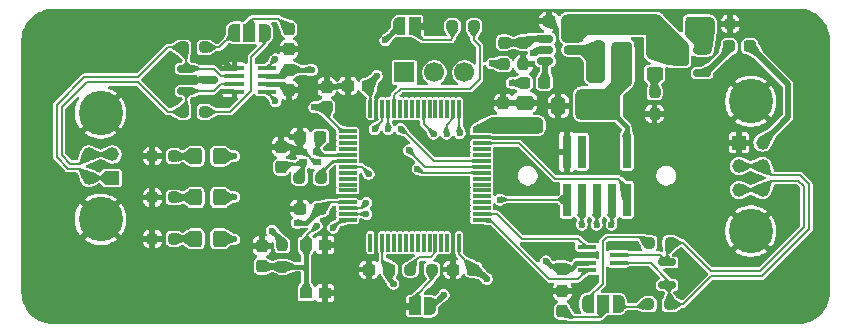
<source format=gbr>
%TF.GenerationSoftware,KiCad,Pcbnew,9.0.4*%
%TF.CreationDate,2026-01-24T19:15:15+00:00*%
%TF.ProjectId,can-repeater,63616e2d-7265-4706-9561-7465722e6b69,rev?*%
%TF.SameCoordinates,Original*%
%TF.FileFunction,Copper,L1,Top*%
%TF.FilePolarity,Positive*%
%FSLAX46Y46*%
G04 Gerber Fmt 4.6, Leading zero omitted, Abs format (unit mm)*
G04 Created by KiCad (PCBNEW 9.0.4) date 2026-01-24 19:15:15*
%MOMM*%
%LPD*%
G01*
G04 APERTURE LIST*
G04 Aperture macros list*
%AMRoundRect*
0 Rectangle with rounded corners*
0 $1 Rounding radius*
0 $2 $3 $4 $5 $6 $7 $8 $9 X,Y pos of 4 corners*
0 Add a 4 corners polygon primitive as box body*
4,1,4,$2,$3,$4,$5,$6,$7,$8,$9,$2,$3,0*
0 Add four circle primitives for the rounded corners*
1,1,$1+$1,$2,$3*
1,1,$1+$1,$4,$5*
1,1,$1+$1,$6,$7*
1,1,$1+$1,$8,$9*
0 Add four rect primitives between the rounded corners*
20,1,$1+$1,$2,$3,$4,$5,0*
20,1,$1+$1,$4,$5,$6,$7,0*
20,1,$1+$1,$6,$7,$8,$9,0*
20,1,$1+$1,$8,$9,$2,$3,0*%
%AMFreePoly0*
4,1,23,0.550000,-0.750000,0.000000,-0.750000,0.000000,-0.745722,-0.065263,-0.745722,-0.191342,-0.711940,-0.304381,-0.646677,-0.396677,-0.554381,-0.461940,-0.441342,-0.495722,-0.315263,-0.495722,-0.250000,-0.500000,-0.250000,-0.500000,0.250000,-0.495722,0.250000,-0.495722,0.315263,-0.461940,0.441342,-0.396677,0.554381,-0.304381,0.646677,-0.191342,0.711940,-0.065263,0.745722,0.000000,0.745722,
0.000000,0.750000,0.550000,0.750000,0.550000,-0.750000,0.550000,-0.750000,$1*%
%AMFreePoly1*
4,1,23,0.000000,0.745722,0.065263,0.745722,0.191342,0.711940,0.304381,0.646677,0.396677,0.554381,0.461940,0.441342,0.495722,0.315263,0.495722,0.250000,0.500000,0.250000,0.500000,-0.250000,0.495722,-0.250000,0.495722,-0.315263,0.461940,-0.441342,0.396677,-0.554381,0.304381,-0.646677,0.191342,-0.711940,0.065263,-0.745722,0.000000,-0.745722,0.000000,-0.750000,-0.550000,-0.750000,
-0.550000,0.750000,0.000000,0.750000,0.000000,0.745722,0.000000,0.745722,$1*%
G04 Aperture macros list end*
%TA.AperFunction,EtchedComponent*%
%ADD10C,0.000000*%
%TD*%
%TA.AperFunction,SMDPad,CuDef*%
%ADD11R,0.740000X2.795000*%
%TD*%
%TA.AperFunction,SMDPad,CuDef*%
%ADD12RoundRect,0.237500X-0.250000X-0.237500X0.250000X-0.237500X0.250000X0.237500X-0.250000X0.237500X0*%
%TD*%
%TA.AperFunction,SMDPad,CuDef*%
%ADD13RoundRect,0.237500X0.237500X-0.300000X0.237500X0.300000X-0.237500X0.300000X-0.237500X-0.300000X0*%
%TD*%
%TA.AperFunction,SMDPad,CuDef*%
%ADD14RoundRect,0.237500X0.300000X0.237500X-0.300000X0.237500X-0.300000X-0.237500X0.300000X-0.237500X0*%
%TD*%
%TA.AperFunction,SMDPad,CuDef*%
%ADD15RoundRect,0.075000X-0.700000X-0.075000X0.700000X-0.075000X0.700000X0.075000X-0.700000X0.075000X0*%
%TD*%
%TA.AperFunction,SMDPad,CuDef*%
%ADD16RoundRect,0.075000X-0.075000X-0.700000X0.075000X-0.700000X0.075000X0.700000X-0.075000X0.700000X0*%
%TD*%
%TA.AperFunction,SMDPad,CuDef*%
%ADD17RoundRect,0.237500X0.250000X0.237500X-0.250000X0.237500X-0.250000X-0.237500X0.250000X-0.237500X0*%
%TD*%
%TA.AperFunction,SMDPad,CuDef*%
%ADD18RoundRect,0.250000X-0.337500X-0.475000X0.337500X-0.475000X0.337500X0.475000X-0.337500X0.475000X0*%
%TD*%
%TA.AperFunction,SMDPad,CuDef*%
%ADD19FreePoly0,0.000000*%
%TD*%
%TA.AperFunction,SMDPad,CuDef*%
%ADD20R,1.000000X1.500000*%
%TD*%
%TA.AperFunction,SMDPad,CuDef*%
%ADD21FreePoly1,0.000000*%
%TD*%
%TA.AperFunction,SMDPad,CuDef*%
%ADD22RoundRect,0.237500X-0.287500X-0.237500X0.287500X-0.237500X0.287500X0.237500X-0.287500X0.237500X0*%
%TD*%
%TA.AperFunction,ComponentPad*%
%ADD23C,2.600000*%
%TD*%
%TA.AperFunction,ConnectorPad*%
%ADD24C,3.800000*%
%TD*%
%TA.AperFunction,SMDPad,CuDef*%
%ADD25RoundRect,0.250000X-0.325000X-0.450000X0.325000X-0.450000X0.325000X0.450000X-0.325000X0.450000X0*%
%TD*%
%TA.AperFunction,SMDPad,CuDef*%
%ADD26RoundRect,0.100000X-0.680000X-0.100000X0.680000X-0.100000X0.680000X0.100000X-0.680000X0.100000X0*%
%TD*%
%TA.AperFunction,SMDPad,CuDef*%
%ADD27RoundRect,0.237500X-0.237500X0.250000X-0.237500X-0.250000X0.237500X-0.250000X0.237500X0.250000X0*%
%TD*%
%TA.AperFunction,SMDPad,CuDef*%
%ADD28RoundRect,0.250000X0.337500X0.475000X-0.337500X0.475000X-0.337500X-0.475000X0.337500X-0.475000X0*%
%TD*%
%TA.AperFunction,SMDPad,CuDef*%
%ADD29R,1.000000X0.900000*%
%TD*%
%TA.AperFunction,SMDPad,CuDef*%
%ADD30RoundRect,0.150000X0.587500X0.150000X-0.587500X0.150000X-0.587500X-0.150000X0.587500X-0.150000X0*%
%TD*%
%TA.AperFunction,SMDPad,CuDef*%
%ADD31RoundRect,0.250000X0.475000X-0.337500X0.475000X0.337500X-0.475000X0.337500X-0.475000X-0.337500X0*%
%TD*%
%TA.AperFunction,SMDPad,CuDef*%
%ADD32FreePoly0,180.000000*%
%TD*%
%TA.AperFunction,SMDPad,CuDef*%
%ADD33FreePoly1,180.000000*%
%TD*%
%TA.AperFunction,SMDPad,CuDef*%
%ADD34RoundRect,0.245000X-0.245000X-1.455000X0.245000X-1.455000X0.245000X1.455000X-0.245000X1.455000X0*%
%TD*%
%TA.AperFunction,ComponentPad*%
%ADD35R,1.150000X1.150000*%
%TD*%
%TA.AperFunction,ComponentPad*%
%ADD36C,1.150000*%
%TD*%
%TA.AperFunction,ComponentPad*%
%ADD37C,3.750000*%
%TD*%
%TA.AperFunction,SMDPad,CuDef*%
%ADD38RoundRect,0.237500X-0.300000X-0.237500X0.300000X-0.237500X0.300000X0.237500X-0.300000X0.237500X0*%
%TD*%
%TA.AperFunction,SMDPad,CuDef*%
%ADD39RoundRect,0.150000X-0.587500X-0.150000X0.587500X-0.150000X0.587500X0.150000X-0.587500X0.150000X0*%
%TD*%
%TA.AperFunction,SMDPad,CuDef*%
%ADD40RoundRect,0.250000X0.450000X-0.325000X0.450000X0.325000X-0.450000X0.325000X-0.450000X-0.325000X0*%
%TD*%
%TA.AperFunction,SMDPad,CuDef*%
%ADD41RoundRect,0.237500X0.237500X-0.250000X0.237500X0.250000X-0.237500X0.250000X-0.237500X-0.250000X0*%
%TD*%
%TA.AperFunction,SMDPad,CuDef*%
%ADD42RoundRect,0.237500X-0.237500X0.300000X-0.237500X-0.300000X0.237500X-0.300000X0.237500X0.300000X0*%
%TD*%
%TA.AperFunction,SMDPad,CuDef*%
%ADD43RoundRect,0.150000X0.512500X0.150000X-0.512500X0.150000X-0.512500X-0.150000X0.512500X-0.150000X0*%
%TD*%
%TA.AperFunction,SMDPad,CuDef*%
%ADD44RoundRect,0.100000X0.680000X0.100000X-0.680000X0.100000X-0.680000X-0.100000X0.680000X-0.100000X0*%
%TD*%
%TA.AperFunction,ComponentPad*%
%ADD45R,1.700000X1.700000*%
%TD*%
%TA.AperFunction,ComponentPad*%
%ADD46C,1.700000*%
%TD*%
%TA.AperFunction,SMDPad,CuDef*%
%ADD47RoundRect,0.225000X-0.225000X-0.375000X0.225000X-0.375000X0.225000X0.375000X-0.225000X0.375000X0*%
%TD*%
%TA.AperFunction,SMDPad,CuDef*%
%ADD48R,0.650000X0.550000*%
%TD*%
%TA.AperFunction,ViaPad*%
%ADD49C,0.600000*%
%TD*%
%TA.AperFunction,Conductor*%
%ADD50C,0.400000*%
%TD*%
%TA.AperFunction,Conductor*%
%ADD51C,0.127000*%
%TD*%
%TA.AperFunction,Conductor*%
%ADD52C,0.500000*%
%TD*%
%TA.AperFunction,Conductor*%
%ADD53C,0.200000*%
%TD*%
%TA.AperFunction,Conductor*%
%ADD54C,0.250000*%
%TD*%
G04 APERTURE END LIST*
D10*
%TA.AperFunction,EtchedComponent*%
%TO.C,JP4*%
G36*
X164100000Y-89607500D02*
G01*
X163600000Y-89607500D01*
X163600000Y-89007500D01*
X164100000Y-89007500D01*
X164100000Y-89607500D01*
G37*
%TD.AperFunction*%
%TA.AperFunction,EtchedComponent*%
%TO.C,JP2*%
G36*
X165400000Y-65892000D02*
G01*
X164900000Y-65892000D01*
X164900000Y-65292000D01*
X165400000Y-65292000D01*
X165400000Y-65892000D01*
G37*
%TD.AperFunction*%
%TD*%
D11*
%TO.P,J2,1,VTref*%
%TO.N,+3V3*%
X182456999Y-76217000D03*
%TO.P,J2,2,SWDIO/TMS*%
%TO.N,SYS_JTMS-SWDIO*%
X182456999Y-80283000D03*
%TO.P,J2,3,GND*%
%TO.N,GND*%
X181187000Y-76217000D03*
%TO.P,J2,4,SWCLK/TCK*%
%TO.N,SYS_JTCK-SW*%
X181187000Y-80283000D03*
%TO.P,J2,5,GND*%
%TO.N,GND*%
X179916999Y-76217000D03*
%TO.P,J2,6,SWO/TDO*%
%TO.N,SYS_JTDO*%
X179916999Y-80283000D03*
%TO.P,J2,7,KEY*%
%TO.N,unconnected-(J2-KEY-Pad7)*%
X178646998Y-76217000D03*
%TO.P,J2,8,NC/TDI*%
%TO.N,SYS_JTDI*%
X178646998Y-80283000D03*
%TO.P,J2,9,GNDDetect*%
%TO.N,GND*%
X177376999Y-76217000D03*
%TO.P,J2,10,~{RESET}*%
%TO.N,/NReset*%
X177376999Y-80283000D03*
%TD*%
D12*
%TO.P,R14,1*%
%TO.N,GND*%
X142287500Y-80100000D03*
%TO.P,R14,2*%
%TO.N,Net-(D6-K)*%
X144112500Y-80100000D03*
%TD*%
D13*
%TO.P,C6,1*%
%TO.N,+3V3*%
X157050000Y-72462501D03*
%TO.P,C6,2*%
%TO.N,GND*%
X157050000Y-70737499D03*
%TD*%
%TO.P,C14,1*%
%TO.N,/NReset*%
X151550000Y-85912501D03*
%TO.P,C14,2*%
%TO.N,GND*%
X151550000Y-84187499D03*
%TD*%
D14*
%TO.P,C5,1*%
%TO.N,+3V3*%
X160562500Y-70650000D03*
%TO.P,C5,2*%
%TO.N,GND*%
X158837500Y-70650000D03*
%TD*%
D15*
%TO.P,U4,1,VBAT*%
%TO.N,+3V3*%
X158825000Y-74500000D03*
%TO.P,U4,2,PC13*%
%TO.N,unconnected-(U4-PC13-Pad2)*%
X158825000Y-75000000D03*
%TO.P,U4,3,PC14*%
%TO.N,unconnected-(U4-PC14-Pad3)*%
X158825000Y-75500000D03*
%TO.P,U4,4,PC15*%
%TO.N,unconnected-(U4-PC15-Pad4)*%
X158825000Y-76000000D03*
%TO.P,U4,5,PD0*%
%TO.N,Net-(U4-PD0)*%
X158825000Y-76500000D03*
%TO.P,U4,6,PD1*%
%TO.N,Net-(U4-PD1)*%
X158825000Y-77000000D03*
%TO.P,U4,7,NRST*%
%TO.N,/NReset*%
X158825000Y-77500000D03*
%TO.P,U4,8,PC0*%
%TO.N,unconnected-(U4-PC0-Pad8)*%
X158825000Y-78000000D03*
%TO.P,U4,9,PC1*%
%TO.N,unconnected-(U4-PC1-Pad9)*%
X158825000Y-78500000D03*
%TO.P,U4,10,PC2*%
%TO.N,unconnected-(U4-PC2-Pad10)*%
X158825000Y-79000000D03*
%TO.P,U4,11,PC3*%
%TO.N,unconnected-(U4-PC3-Pad11)*%
X158825000Y-79500000D03*
%TO.P,U4,12,VSSA*%
%TO.N,GND*%
X158825000Y-80000000D03*
%TO.P,U4,13,VDDA*%
%TO.N,+3V3*%
X158825000Y-80500000D03*
%TO.P,U4,14,PA0*%
%TO.N,/STAT1_LED*%
X158825000Y-81000000D03*
%TO.P,U4,15,PA1*%
%TO.N,/STAT2_LED*%
X158825000Y-81500000D03*
%TO.P,U4,16,PA2*%
%TO.N,/ERROR_LED*%
X158825000Y-82000000D03*
D16*
%TO.P,U4,17,PA3*%
%TO.N,unconnected-(U4-PA3-Pad17)*%
X160750000Y-83925000D03*
%TO.P,U4,18,VSS*%
%TO.N,GND*%
X161250000Y-83925000D03*
%TO.P,U4,19,VDD*%
%TO.N,+3V3*%
X161750000Y-83925000D03*
%TO.P,U4,20,PA4*%
%TO.N,unconnected-(U4-PA4-Pad20)*%
X162250000Y-83925000D03*
%TO.P,U4,21,PA5*%
%TO.N,unconnected-(U4-PA5-Pad21)*%
X162750000Y-83925000D03*
%TO.P,U4,22,PA6*%
%TO.N,unconnected-(U4-PA6-Pad22)*%
X163250000Y-83925000D03*
%TO.P,U4,23,PA7*%
%TO.N,unconnected-(U4-PA7-Pad23)*%
X163750000Y-83925000D03*
%TO.P,U4,24,PC4*%
%TO.N,unconnected-(U4-PC4-Pad24)*%
X164250000Y-83925000D03*
%TO.P,U4,25,PC5*%
%TO.N,unconnected-(U4-PC5-Pad25)*%
X164750000Y-83925000D03*
%TO.P,U4,26,PB0*%
%TO.N,unconnected-(U4-PB0-Pad26)*%
X165250000Y-83925000D03*
%TO.P,U4,27,PB1*%
%TO.N,unconnected-(U4-PB1-Pad27)*%
X165750000Y-83925000D03*
%TO.P,U4,28,PB2*%
%TO.N,Net-(U4-PB2)*%
X166250000Y-83925000D03*
%TO.P,U4,29,PB10*%
%TO.N,unconnected-(U4-PB10-Pad29)*%
X166750000Y-83925000D03*
%TO.P,U4,30,PB11*%
%TO.N,unconnected-(U4-PB11-Pad30)*%
X167250000Y-83925000D03*
%TO.P,U4,31,VSS*%
%TO.N,GND*%
X167750000Y-83925000D03*
%TO.P,U4,32,VDD*%
%TO.N,+3V3*%
X168250000Y-83925000D03*
D15*
%TO.P,U4,33,PB12*%
%TO.N,MCU_CAN2_RX*%
X170175000Y-82000000D03*
%TO.P,U4,34,PB13*%
%TO.N,MCU_CAN2_TX*%
X170175000Y-81500000D03*
%TO.P,U4,35,PB14*%
%TO.N,unconnected-(U4-PB14-Pad35)*%
X170175000Y-81000000D03*
%TO.P,U4,36,PB15*%
%TO.N,unconnected-(U4-PB15-Pad36)*%
X170175000Y-80500000D03*
%TO.P,U4,37,PC6*%
%TO.N,unconnected-(U4-PC6-Pad37)*%
X170175000Y-80000000D03*
%TO.P,U4,38,PC7*%
%TO.N,unconnected-(U4-PC7-Pad38)*%
X170175000Y-79500000D03*
%TO.P,U4,39,PC8*%
%TO.N,unconnected-(U4-PC8-Pad39)*%
X170175000Y-79000000D03*
%TO.P,U4,40,PC9*%
%TO.N,unconnected-(U4-PC9-Pad40)*%
X170175000Y-78500000D03*
%TO.P,U4,41,PA8*%
%TO.N,USART1_CK*%
X170175000Y-78000000D03*
%TO.P,U4,42,PA9*%
%TO.N,USART1_TX*%
X170175000Y-77500000D03*
%TO.P,U4,43,PA10*%
%TO.N,USART1_RX*%
X170175000Y-77000000D03*
%TO.P,U4,44,PA11*%
%TO.N,unconnected-(U4-PA11-Pad44)*%
X170175000Y-76500000D03*
%TO.P,U4,45,PA12*%
%TO.N,unconnected-(U4-PA12-Pad45)*%
X170175000Y-76000000D03*
%TO.P,U4,46,PA13*%
%TO.N,SYS_JTMS-SWDIO*%
X170175000Y-75500000D03*
%TO.P,U4,47,VSS*%
%TO.N,GND*%
X170175000Y-75000000D03*
%TO.P,U4,48,VDD*%
%TO.N,+3V3*%
X170175000Y-74500000D03*
D16*
%TO.P,U4,49,PA14*%
%TO.N,SYS_JTCK-SW*%
X168250000Y-72575000D03*
%TO.P,U4,50,PA15*%
%TO.N,SYS_JTDI*%
X167750000Y-72575000D03*
%TO.P,U4,51,PC10*%
%TO.N,unconnected-(U4-PC10-Pad51)*%
X167250000Y-72575000D03*
%TO.P,U4,52,PC11*%
%TO.N,unconnected-(U4-PC11-Pad52)*%
X166750000Y-72575000D03*
%TO.P,U4,53,PC12*%
%TO.N,unconnected-(U4-PC12-Pad53)*%
X166250000Y-72575000D03*
%TO.P,U4,54,PD2*%
%TO.N,unconnected-(U4-PD2-Pad54)*%
X165750000Y-72575000D03*
%TO.P,U4,55,PB3*%
%TO.N,SYS_JTDO*%
X165250000Y-72575000D03*
%TO.P,U4,56,PB4*%
%TO.N,unconnected-(U4-PB4-Pad56)*%
X164750000Y-72575000D03*
%TO.P,U4,57,PB5*%
%TO.N,unconnected-(U4-PB5-Pad57)*%
X164250000Y-72575000D03*
%TO.P,U4,58,PB6*%
%TO.N,unconnected-(U4-PB6-Pad58)*%
X163750000Y-72575000D03*
%TO.P,U4,59,PB7*%
%TO.N,unconnected-(U4-PB7-Pad59)*%
X163250000Y-72575000D03*
%TO.P,U4,60,BOOT0*%
%TO.N,Net-(U4-BOOT0)*%
X162750000Y-72575000D03*
%TO.P,U4,61,PB8*%
%TO.N,MCU_CAN1_RX*%
X162250000Y-72575000D03*
%TO.P,U4,62,PB9*%
%TO.N,MCU_CAN1_TX*%
X161750000Y-72575000D03*
%TO.P,U4,63,VSS*%
%TO.N,GND*%
X161250000Y-72575000D03*
%TO.P,U4,64,VDD*%
%TO.N,+3V3*%
X160750000Y-72575000D03*
%TD*%
D12*
%TO.P,R10,1*%
%TO.N,Net-(JP3-B)*%
X184337500Y-83950000D03*
%TO.P,R10,2*%
%TO.N,2_CAN+*%
X186162500Y-83950000D03*
%TD*%
D17*
%TO.P,R4,1*%
%TO.N,Net-(JP1-B)*%
X146712500Y-72850000D03*
%TO.P,R4,2*%
%TO.N,1_CAN+*%
X144887500Y-72850000D03*
%TD*%
D12*
%TO.P,R7,1*%
%TO.N,Net-(D3-A+)*%
X189387500Y-65400000D03*
%TO.P,R7,2*%
%TO.N,GND*%
X191212500Y-65400000D03*
%TD*%
D18*
%TO.P,C10,1*%
%TO.N,+3V3*%
X180662500Y-72350000D03*
%TO.P,C10,2*%
%TO.N,GND*%
X182737500Y-72350000D03*
%TD*%
D14*
%TO.P,C7,1*%
%TO.N,+3V3*%
X156512501Y-81050000D03*
%TO.P,C7,2*%
%TO.N,GND*%
X154787499Y-81050000D03*
%TD*%
D19*
%TO.P,JP1,1,A*%
%TO.N,Net-(JP1-A)*%
X149200000Y-66150000D03*
D20*
%TO.P,JP1,2,C*%
%TO.N,Net-(JP1-C)*%
X150500000Y-66150000D03*
D21*
%TO.P,JP1,3,B*%
%TO.N,Net-(JP1-B)*%
X151800000Y-66150000D03*
%TD*%
D22*
%TO.P,F1,1*%
%TO.N,+GLV*%
X191125000Y-67300000D03*
%TO.P,F1,2*%
%TO.N,Net-(J4-Pin_4)*%
X192875000Y-67300000D03*
%TD*%
D23*
%TO.P,H3,1,1*%
%TO.N,GND*%
X196950000Y-88110000D03*
D24*
X196950000Y-88110000D03*
%TD*%
D19*
%TO.P,JP4,1,A*%
%TO.N,GND*%
X163200000Y-89307500D03*
D20*
%TO.P,JP4,2,C*%
%TO.N,Net-(JP4-C)*%
X164500000Y-89307500D03*
D21*
%TO.P,JP4,3,B*%
%TO.N,+3V3*%
X165800000Y-89307500D03*
%TD*%
D12*
%TO.P,R13,1*%
%TO.N,GND*%
X142287500Y-76600000D03*
%TO.P,R13,2*%
%TO.N,Net-(D5-K)*%
X144112500Y-76600000D03*
%TD*%
D14*
%TO.P,C16,1*%
%TO.N,Net-(U4-PD0)*%
X156512501Y-74950000D03*
%TO.P,C16,2*%
%TO.N,GND*%
X154787499Y-74950000D03*
%TD*%
D12*
%TO.P,R5,1*%
%TO.N,1_CAN-*%
X144887500Y-67400000D03*
%TO.P,R5,2*%
%TO.N,Net-(JP1-A)*%
X146712500Y-67400000D03*
%TD*%
D25*
%TO.P,D7,1,K*%
%TO.N,Net-(D7-K)*%
X145925000Y-83600000D03*
%TO.P,D7,2,A*%
%TO.N,/ERROR_LED*%
X147975000Y-83600000D03*
%TD*%
D23*
%TO.P,H1,1,1*%
%TO.N,GND*%
X196950000Y-66800000D03*
D24*
X196950000Y-66800000D03*
%TD*%
D23*
%TO.P,H2,1,1*%
%TO.N,GND*%
X133900000Y-88100000D03*
D24*
X133900000Y-88100000D03*
%TD*%
D26*
%TO.P,U3,1,TXD*%
%TO.N,MCU_CAN2_TX*%
X179050000Y-84320000D03*
%TO.P,U3,2,GND*%
%TO.N,GND*%
X179050000Y-84970000D03*
%TO.P,U3,3,VCC*%
%TO.N,+3V3*%
X179050000Y-85630000D03*
%TO.P,U3,4,RXD*%
%TO.N,MCU_CAN2_RX*%
X179050000Y-86280000D03*
%TO.P,U3,5,SHDN*%
%TO.N,GND*%
X181750000Y-86280000D03*
%TO.P,U3,6,CANL*%
%TO.N,2_CAN-*%
X181750000Y-85630000D03*
%TO.P,U3,7,CANH*%
%TO.N,2_CAN+*%
X181750000Y-84970000D03*
%TO.P,U3,8,STB*%
%TO.N,GND*%
X181750000Y-84320000D03*
%TD*%
D27*
%TO.P,R3,1*%
%TO.N,Net-(U1-FB)*%
X173700000Y-66987500D03*
%TO.P,R3,2*%
%TO.N,GND*%
X173700000Y-68812500D03*
%TD*%
D28*
%TO.P,C11,1*%
%TO.N,+3V3*%
X178737500Y-72350000D03*
%TO.P,C11,2*%
%TO.N,GND*%
X176662500Y-72350000D03*
%TD*%
D29*
%TO.P,SW1,1,A*%
%TO.N,GND*%
X156900000Y-84100001D03*
X156900000Y-88199999D03*
%TO.P,SW1,2,B*%
%TO.N,/NReset*%
X155300000Y-84100001D03*
X155300000Y-88199999D03*
%TD*%
D13*
%TO.P,C17,1*%
%TO.N,Net-(C17-Pad1)*%
X153200000Y-77512501D03*
%TO.P,C17,2*%
%TO.N,GND*%
X153200000Y-75787499D03*
%TD*%
D30*
%TO.P,Q1,1,D*%
%TO.N,+GLV*%
X188837500Y-69550000D03*
%TO.P,Q1,2,G*%
%TO.N,Net-(D3-A+)*%
X188837500Y-67650000D03*
%TO.P,Q1,3,S*%
%TO.N,+GLV_PROT*%
X186962500Y-68600000D03*
%TD*%
D31*
%TO.P,C1,1*%
%TO.N,+3V3*%
X173800000Y-74137500D03*
%TO.P,C1,2*%
%TO.N,GND*%
X173800000Y-72062500D03*
%TD*%
D32*
%TO.P,JP2,1,A*%
%TO.N,GND*%
X165800000Y-65592000D03*
D20*
%TO.P,JP2,2,C*%
%TO.N,Net-(JP2-C)*%
X164500000Y-65592000D03*
D33*
%TO.P,JP2,3,B*%
%TO.N,+3V3*%
X163200000Y-65592000D03*
%TD*%
D14*
%TO.P,C2,1*%
%TO.N,+3V3*%
X162337500Y-86200000D03*
%TO.P,C2,2*%
%TO.N,GND*%
X160612500Y-86200000D03*
%TD*%
D12*
%TO.P,R15,1*%
%TO.N,GND*%
X142287500Y-83600000D03*
%TO.P,R15,2*%
%TO.N,Net-(D7-K)*%
X144112500Y-83600000D03*
%TD*%
D34*
%TO.P,L1,1,1*%
%TO.N,Net-(U1-SW)*%
X180015000Y-68600000D03*
%TO.P,L1,2,2*%
%TO.N,+3V3*%
X182385000Y-68600000D03*
%TD*%
D32*
%TO.P,JP3,1,A*%
%TO.N,Net-(JP3-A)*%
X181750000Y-89100000D03*
D20*
%TO.P,JP3,2,C*%
%TO.N,Net-(JP3-C)*%
X180450000Y-89100000D03*
D33*
%TO.P,JP3,3,B*%
%TO.N,Net-(JP3-B)*%
X179150000Y-89100000D03*
%TD*%
D35*
%TO.P,J4,1,Pin_1*%
%TO.N,GND*%
X191950000Y-75450000D03*
D36*
%TO.P,J4,2,Pin_2*%
%TO.N,2_CAN-*%
X191950000Y-77450000D03*
%TO.P,J4,3,Pin_3*%
%TO.N,2_CAN+*%
X191950000Y-79450000D03*
%TO.P,J4,4,Pin_4*%
%TO.N,Net-(J4-Pin_4)*%
X193950000Y-75450000D03*
%TO.P,J4,5,Pin_5*%
%TO.N,2_CAN-*%
X193950000Y-77450000D03*
%TO.P,J4,6,Pin_6*%
%TO.N,2_CAN+*%
X193950000Y-79450000D03*
D37*
%TO.P,J4,7,Pin_7*%
%TO.N,GND*%
X192950000Y-71950000D03*
%TO.P,J4,8,Pin_8*%
X192950000Y-82950000D03*
%TD*%
D38*
%TO.P,C8,1*%
%TO.N,Net-(U1-SW)*%
X173737499Y-70400000D03*
%TO.P,C8,2*%
%TO.N,Net-(U1-CB)*%
X175462501Y-70400000D03*
%TD*%
D17*
%TO.P,R9,1*%
%TO.N,Net-(U4-PD1)*%
X156562500Y-78450000D03*
%TO.P,R9,2*%
%TO.N,Net-(C17-Pad1)*%
X154737500Y-78450000D03*
%TD*%
D30*
%TO.P,D4,1,K*%
%TO.N,2_CAN-*%
X185887500Y-87500000D03*
%TO.P,D4,2,K*%
%TO.N,2_CAN+*%
X185887500Y-85600000D03*
%TO.P,D4,3,A*%
%TO.N,GND*%
X184012500Y-86550000D03*
%TD*%
D35*
%TO.P,J3,1,Pin_1*%
%TO.N,1_CAN-*%
X138900000Y-78450000D03*
D36*
%TO.P,J3,2,Pin_2*%
%TO.N,1_CAN+*%
X138900000Y-76450000D03*
%TO.P,J3,3,Pin_3*%
%TO.N,1_CAN-*%
X136900000Y-78450000D03*
%TO.P,J3,4,Pin_4*%
%TO.N,1_CAN+*%
X136900000Y-76450000D03*
D37*
%TO.P,J3,5,Pin_5*%
%TO.N,GND*%
X137900000Y-81950000D03*
%TO.P,J3,6,Pin_6*%
X137900000Y-72950000D03*
%TD*%
D39*
%TO.P,D2,1,K*%
%TO.N,1_CAN-*%
X145162500Y-69187500D03*
%TO.P,D2,2,K*%
%TO.N,1_CAN+*%
X145162500Y-71087500D03*
%TO.P,D2,3,A*%
%TO.N,GND*%
X147037500Y-70137500D03*
%TD*%
D14*
%TO.P,C3,1*%
%TO.N,+3V3*%
X169462501Y-86200000D03*
%TO.P,C3,2*%
%TO.N,GND*%
X167737499Y-86200000D03*
%TD*%
D40*
%TO.P,D1,1,K*%
%TO.N,Net-(D1-K)*%
X184800000Y-69625000D03*
%TO.P,D1,2,A*%
%TO.N,+GLV_PROT*%
X184800000Y-67575000D03*
%TD*%
D41*
%TO.P,R1,1*%
%TO.N,+3V3*%
X172050000Y-68812500D03*
%TO.P,R1,2*%
%TO.N,Net-(U1-FB)*%
X172050000Y-66987500D03*
%TD*%
D23*
%TO.P,H4,1,1*%
%TO.N,GND*%
X133850000Y-66800000D03*
D24*
X133850000Y-66800000D03*
%TD*%
D13*
%TO.P,C4,1*%
%TO.N,+3V3*%
X172000000Y-73862500D03*
%TO.P,C4,2*%
%TO.N,GND*%
X172000000Y-72137500D03*
%TD*%
%TO.P,C18,1*%
%TO.N,Net-(JP3-C)*%
X177000000Y-89712500D03*
%TO.P,C18,2*%
%TO.N,GND*%
X177000000Y-87987500D03*
%TD*%
D14*
%TO.P,C9,1*%
%TO.N,+GLV_PROT*%
X177562501Y-65150000D03*
%TO.P,C9,2*%
%TO.N,GND*%
X175837499Y-65150000D03*
%TD*%
D42*
%TO.P,C13,1*%
%TO.N,Net-(JP1-C)*%
X153850000Y-65837500D03*
%TO.P,C13,2*%
%TO.N,GND*%
X153850000Y-67562500D03*
%TD*%
D25*
%TO.P,D5,1,K*%
%TO.N,Net-(D5-K)*%
X145925000Y-76600000D03*
%TO.P,D5,2,A*%
%TO.N,/STAT1_LED*%
X147975000Y-76600000D03*
%TD*%
%TO.P,D6,1,K*%
%TO.N,Net-(D6-K)*%
X145925000Y-80100000D03*
%TO.P,D6,2,A*%
%TO.N,/STAT2_LED*%
X147975000Y-80100000D03*
%TD*%
D13*
%TO.P,C15,1*%
%TO.N,GND*%
X153850000Y-71012501D03*
%TO.P,C15,2*%
%TO.N,+3V3*%
X153850000Y-69287499D03*
%TD*%
D41*
%TO.P,R6,1*%
%TO.N,/NReset*%
X153300000Y-85962500D03*
%TO.P,R6,2*%
%TO.N,+3V3*%
X153300000Y-84137500D03*
%TD*%
%TO.P,R2,1*%
%TO.N,GND*%
X184800000Y-73012500D03*
%TO.P,R2,2*%
%TO.N,Net-(D1-K)*%
X184800000Y-71187500D03*
%TD*%
D17*
%TO.P,R11,1*%
%TO.N,2_CAN-*%
X186112500Y-89150000D03*
%TO.P,R11,2*%
%TO.N,Net-(JP3-A)*%
X184287500Y-89150000D03*
%TD*%
D12*
%TO.P,R8,1*%
%TO.N,Net-(JP2-C)*%
X167687500Y-65600000D03*
%TO.P,R8,2*%
%TO.N,Net-(U4-BOOT0)*%
X169512500Y-65600000D03*
%TD*%
%TO.P,R12,1*%
%TO.N,Net-(U4-PB2)*%
X164137500Y-86200000D03*
%TO.P,R12,2*%
%TO.N,Net-(JP4-C)*%
X165962500Y-86200000D03*
%TD*%
D43*
%TO.P,U1,1,GND*%
%TO.N,GND*%
X177837500Y-68550000D03*
%TO.P,U1,2,SW*%
%TO.N,Net-(U1-SW)*%
X177837500Y-67600000D03*
%TO.P,U1,3,VIN*%
%TO.N,+GLV_PROT*%
X177837500Y-66650000D03*
%TO.P,U1,4,FB*%
%TO.N,Net-(U1-FB)*%
X175562500Y-66650000D03*
%TO.P,U1,5,EN*%
%TO.N,+GLV_PROT*%
X175562500Y-67600000D03*
%TO.P,U1,6,CB*%
%TO.N,Net-(U1-CB)*%
X175562500Y-68550000D03*
%TD*%
D44*
%TO.P,U2,1,TXD*%
%TO.N,MCU_CAN1_TX*%
X151950000Y-71130000D03*
%TO.P,U2,2,GND*%
%TO.N,GND*%
X151950000Y-70480000D03*
%TO.P,U2,3,VCC*%
%TO.N,+3V3*%
X151950000Y-69820000D03*
%TO.P,U2,4,RXD*%
%TO.N,MCU_CAN1_RX*%
X151950000Y-69170000D03*
%TO.P,U2,5,SHDN*%
%TO.N,GND*%
X149250000Y-69170000D03*
%TO.P,U2,6,CANL*%
%TO.N,1_CAN-*%
X149250000Y-69820000D03*
%TO.P,U2,7,CANH*%
%TO.N,1_CAN+*%
X149250000Y-70480000D03*
%TO.P,U2,8,STB*%
%TO.N,GND*%
X149250000Y-71130000D03*
%TD*%
D45*
%TO.P,J1,1,Pin_1*%
%TO.N,USART1_RX*%
X163627122Y-69511934D03*
D46*
%TO.P,J1,2,Pin_2*%
%TO.N,USART1_TX*%
X166167122Y-69511934D03*
%TO.P,J1,3,Pin_3*%
%TO.N,USART1_CK*%
X168707121Y-69511934D03*
%TD*%
D47*
%TO.P,D3,1,K-*%
%TO.N,+GLV_PROT*%
X184550000Y-65400000D03*
%TO.P,D3,2,A+*%
%TO.N,Net-(D3-A+)*%
X187850000Y-65400000D03*
%TD*%
D48*
%TO.P,Y1,1,1*%
%TO.N,Net-(U4-PD0)*%
X156225000Y-76275000D03*
%TO.P,Y1,2,2*%
%TO.N,GND*%
X155075000Y-76275000D03*
%TO.P,Y1,3,3*%
%TO.N,Net-(C17-Pad1)*%
X155075000Y-77125000D03*
%TO.P,Y1,4,4*%
%TO.N,GND*%
X156225000Y-77125000D03*
%TD*%
D42*
%TO.P,C12,1*%
%TO.N,GND*%
X177000000Y-84437500D03*
%TO.P,C12,2*%
%TO.N,+3V3*%
X177000000Y-86162500D03*
%TD*%
D49*
%TO.N,GND*%
X187580000Y-85630000D03*
X167600000Y-82000000D03*
X188350000Y-74500000D03*
X172900000Y-77000000D03*
X189100000Y-81400000D03*
X162200000Y-76750000D03*
X148250000Y-68450000D03*
X183100000Y-84150000D03*
X174400000Y-84550000D03*
X145900000Y-70200000D03*
X172850000Y-81150000D03*
X179400000Y-74200000D03*
X183600000Y-78200000D03*
X191750000Y-88600000D03*
X151650000Y-74250000D03*
X158250000Y-67150000D03*
%TO.N,+3V3*%
X171000000Y-68750000D03*
X175600000Y-85500000D03*
X175100000Y-74000000D03*
X162700000Y-87400000D03*
X179700000Y-71600000D03*
X179700000Y-73100000D03*
X170600000Y-87000000D03*
X156000000Y-72450000D03*
X155800000Y-69300000D03*
X154500000Y-82250000D03*
X179700000Y-72350000D03*
X152400000Y-82900000D03*
X161300000Y-69800000D03*
X166950000Y-88350000D03*
X170800000Y-73900000D03*
X162000000Y-66800000D03*
%TO.N,/NReset*%
X160600000Y-78100000D03*
X171700000Y-80300000D03*
X156200000Y-82500000D03*
%TO.N,SYS_JTDO*%
X166100000Y-74700000D03*
X179900000Y-82400000D03*
%TO.N,SYS_JTDI*%
X178650000Y-82400000D03*
X167200000Y-74700000D03*
%TO.N,SYS_JTCK-SW*%
X181150000Y-82400000D03*
X168300000Y-74650000D03*
%TO.N,USART1_TX*%
X164000000Y-76100000D03*
%TO.N,USART1_RX*%
X163300000Y-74300000D03*
%TO.N,USART1_CK*%
X164725735Y-77674265D03*
%TO.N,MCU_CAN1_TX*%
X152700000Y-71950000D03*
X161100000Y-74300000D03*
%TO.N,MCU_CAN1_RX*%
X162250000Y-74300000D03*
X152700000Y-68400000D03*
%TO.N,/STAT1_LED*%
X149200000Y-76600000D03*
X160400000Y-80550000D03*
%TO.N,/STAT2_LED*%
X149200000Y-80050000D03*
X160400000Y-81500000D03*
%TO.N,/ERROR_LED*%
X157600000Y-82650000D03*
X149200000Y-83650000D03*
%TO.N,+GLV_PROT*%
X178600000Y-65900000D03*
X174550000Y-67900000D03*
%TO.N,Net-(U1-SW)*%
X172700000Y-70400000D03*
X179400000Y-69800000D03*
%TD*%
D50*
%TO.N,GND*%
X155075000Y-76275000D02*
X154700000Y-75900000D01*
X154787499Y-75987499D02*
X155075000Y-76275000D01*
D51*
X155275000Y-76275000D02*
X155650000Y-76650000D01*
D50*
X154700000Y-75900000D02*
X154050000Y-75900000D01*
X153317499Y-70480000D02*
X153850000Y-71012501D01*
D51*
X155650000Y-76650000D02*
X155650000Y-76750000D01*
D50*
X182930000Y-84320000D02*
X183100000Y-84150000D01*
X175850000Y-65150000D02*
X176500000Y-65800000D01*
X181750000Y-84320000D02*
X182930000Y-84320000D01*
X177267500Y-84437500D02*
X177000000Y-84437500D01*
X151950000Y-70480000D02*
X153317499Y-70480000D01*
X153937499Y-75787499D02*
X153200000Y-75787499D01*
D51*
X156025000Y-77125000D02*
X156225000Y-77125000D01*
D50*
X154050000Y-75900000D02*
X153937499Y-75787499D01*
X175837499Y-65150000D02*
X175850000Y-65150000D01*
X154787499Y-74950000D02*
X154787499Y-75987499D01*
X177800000Y-84970000D02*
X177267500Y-84437500D01*
D51*
X155650000Y-76750000D02*
X156025000Y-77125000D01*
D50*
X184012499Y-86550000D02*
X183962499Y-86500000D01*
X179050000Y-84970000D02*
X177800000Y-84970000D01*
X148970000Y-69170000D02*
X148250000Y-68450000D01*
X149250000Y-69170000D02*
X148970000Y-69170000D01*
X145962500Y-70137500D02*
X145900000Y-70200000D01*
X147037500Y-70137500D02*
X145962500Y-70137500D01*
D51*
X155075000Y-76275000D02*
X155275000Y-76275000D01*
D50*
%TO.N,+3V3*%
X182456999Y-76217000D02*
X182456999Y-74144499D01*
D52*
X180662500Y-72350000D02*
X179700000Y-72350000D01*
D53*
X158825000Y-74500000D02*
X158350000Y-74500000D01*
D50*
X182456999Y-74144499D02*
X180662500Y-72350000D01*
X155800000Y-69300000D02*
X155787499Y-69287499D01*
D53*
X169462501Y-86200000D02*
X169462501Y-86112501D01*
D50*
X178159708Y-85679000D02*
X177869000Y-85969708D01*
X162000000Y-66784000D02*
X163192000Y-65592000D01*
D53*
X157050000Y-73200000D02*
X157050000Y-72462501D01*
D50*
X169800000Y-86200000D02*
X170600000Y-87000000D01*
D53*
X169462501Y-86112501D02*
X168250000Y-84900000D01*
D50*
X176762500Y-86162500D02*
X177000000Y-86162500D01*
D53*
X160750000Y-70837500D02*
X160562500Y-70650000D01*
D50*
X165992500Y-89307500D02*
X166950000Y-88350000D01*
X156512501Y-81050000D02*
X155312501Y-82250000D01*
D53*
X161750000Y-85612500D02*
X161750000Y-83925000D01*
D50*
X162337500Y-87037500D02*
X162700000Y-87400000D01*
X176000000Y-85900000D02*
X176500000Y-85900000D01*
D52*
X172050000Y-68762500D02*
X171012500Y-68762500D01*
D50*
X153300000Y-84137500D02*
X153300000Y-83800000D01*
X177869000Y-85981000D02*
X177687500Y-86162500D01*
X160562500Y-70562500D02*
X160562500Y-70650000D01*
X155787499Y-69287499D02*
X153850000Y-69287499D01*
X176500000Y-85900000D02*
X176762500Y-86162500D01*
X178220000Y-85630000D02*
X178171000Y-85679000D01*
X169462501Y-86200000D02*
X169800000Y-86200000D01*
D53*
X158350000Y-74500000D02*
X157050000Y-73200000D01*
X160750000Y-72575000D02*
X160750000Y-70837500D01*
D50*
X177687500Y-86162500D02*
X177000000Y-86162500D01*
X151950000Y-69820000D02*
X153317499Y-69820000D01*
X156000000Y-72450000D02*
X157037499Y-72450000D01*
D53*
X156512501Y-81050000D02*
X157062501Y-80500000D01*
D50*
X165800000Y-89307500D02*
X165992500Y-89307500D01*
X161300000Y-69800000D02*
X161300000Y-69825000D01*
X175600000Y-85500000D02*
X176000000Y-85900000D01*
X153317499Y-69820000D02*
X153850000Y-69287499D01*
X178171000Y-85679000D02*
X178159708Y-85679000D01*
D53*
X157062501Y-80500000D02*
X158825000Y-80500000D01*
D50*
X161300000Y-69825000D02*
X160562500Y-70562500D01*
X163192000Y-65592000D02*
X163200000Y-65592000D01*
D52*
X171012500Y-68762500D02*
X171000000Y-68750000D01*
D50*
X153300000Y-83800000D02*
X152400000Y-82900000D01*
X162000000Y-66800000D02*
X162000000Y-66784000D01*
D53*
X168250000Y-84900000D02*
X168250000Y-83925000D01*
X162337500Y-86200000D02*
X161750000Y-85612500D01*
D52*
X179700000Y-72350000D02*
X178737500Y-72350000D01*
D50*
X157037499Y-72450000D02*
X157050000Y-72462501D01*
X179050000Y-85630000D02*
X178220000Y-85630000D01*
X177869000Y-85969708D02*
X177869000Y-85981000D01*
X155312501Y-82250000D02*
X154500000Y-82250000D01*
X162337500Y-86200000D02*
X162337500Y-87037500D01*
%TO.N,/NReset*%
X153300000Y-85962500D02*
X151599999Y-85962500D01*
D53*
X158825000Y-77500000D02*
X160000000Y-77500000D01*
D50*
X155300000Y-86250000D02*
X155300000Y-88199999D01*
X155300000Y-84100001D02*
X155300000Y-86250000D01*
D53*
X156200000Y-82500000D02*
X155300000Y-83400000D01*
X171700000Y-80300000D02*
X171717000Y-80283000D01*
X160000000Y-77500000D02*
X160600000Y-78100000D01*
X171717000Y-80283000D02*
X177376999Y-80283000D01*
D50*
X151599999Y-85962500D02*
X151550000Y-85912501D01*
X155300000Y-86250000D02*
X155012500Y-85962500D01*
D53*
X155300000Y-83400000D02*
X155300000Y-84100001D01*
D50*
X155012500Y-85962500D02*
X153300000Y-85962500D01*
D53*
%TO.N,Net-(D1-K)*%
X184800000Y-69625000D02*
X184800000Y-71187500D01*
D52*
%TO.N,+GLV*%
X189150000Y-69550000D02*
X188837500Y-69550000D01*
X191125000Y-67575000D02*
X189150000Y-69550000D01*
X191125000Y-67300000D02*
X191125000Y-67575000D01*
D53*
%TO.N,SYS_JTDO*%
X179916999Y-80283000D02*
X179916999Y-82383001D01*
X179916999Y-82383001D02*
X179900000Y-82400000D01*
X165250000Y-73850000D02*
X165250000Y-72575000D01*
X166100000Y-74700000D02*
X165250000Y-73850000D01*
%TO.N,SYS_JTDI*%
X167750000Y-73383824D02*
X167750000Y-72575000D01*
X167200000Y-73933824D02*
X167750000Y-73383824D01*
X167200000Y-74700000D02*
X167200000Y-73933824D01*
X178646998Y-82396998D02*
X178650000Y-82400000D01*
X178646998Y-80283000D02*
X178646998Y-82396998D01*
%TO.N,SYS_JTCK-SW*%
X181187000Y-82363000D02*
X181150000Y-82400000D01*
X168300000Y-74650000D02*
X168250000Y-74600000D01*
X181187000Y-80283000D02*
X181187000Y-82363000D01*
X168250000Y-74600000D02*
X168250000Y-72575000D01*
%TO.N,SYS_JTMS-SWDIO*%
X176350000Y-78500000D02*
X173350000Y-75500000D01*
X173350000Y-75500000D02*
X170175000Y-75500000D01*
X181700000Y-78500000D02*
X176350000Y-78500000D01*
X182450000Y-80276001D02*
X182450000Y-79250000D01*
X182456999Y-80283000D02*
X182450000Y-80276001D01*
X182450000Y-79250000D02*
X181700000Y-78500000D01*
%TO.N,USART1_TX*%
X164200000Y-76300000D02*
X164000000Y-76100000D01*
X165400000Y-77500000D02*
X164200000Y-76300000D01*
X166004242Y-69511934D02*
X166167122Y-69511934D01*
X170175000Y-77500000D02*
X165400000Y-77500000D01*
%TO.N,USART1_RX*%
X163250000Y-69889056D02*
X163627122Y-69511934D01*
X166100000Y-77000000D02*
X163600000Y-74500000D01*
X163600000Y-74500000D02*
X163400000Y-74300000D01*
X170175000Y-77000000D02*
X166100000Y-77000000D01*
X163400000Y-74300000D02*
X163300000Y-74300000D01*
%TO.N,USART1_CK*%
X168700000Y-69519055D02*
X168707121Y-69511934D01*
X164800000Y-77600000D02*
X164725735Y-77674265D01*
X170175000Y-78000000D02*
X165200000Y-78000000D01*
X165200000Y-78000000D02*
X164800000Y-77600000D01*
%TO.N,MCU_CAN2_TX*%
X171450000Y-81500000D02*
X173549000Y-83599000D01*
X178329000Y-83599000D02*
X179050000Y-84320000D01*
X173549000Y-83599000D02*
X178329000Y-83599000D01*
X170175000Y-81500000D02*
X171450000Y-81500000D01*
%TO.N,MCU_CAN2_RX*%
X170175000Y-82000000D02*
X170900000Y-82000000D01*
X170900000Y-82000000D02*
X175901000Y-87001000D01*
X178329000Y-87001000D02*
X179050000Y-86280000D01*
X175901000Y-87001000D02*
X178329000Y-87001000D01*
%TO.N,MCU_CAN1_TX*%
X151950000Y-71130000D02*
X151950000Y-71200000D01*
X161750000Y-73650000D02*
X161750000Y-72575000D01*
X161100000Y-74300000D02*
X161750000Y-73650000D01*
X151950000Y-71200000D02*
X152700000Y-71950000D01*
%TO.N,MCU_CAN1_RX*%
X151950000Y-69170000D02*
X151950000Y-69150000D01*
X151950000Y-69150000D02*
X152700000Y-68400000D01*
X162250000Y-72575000D02*
X162250000Y-74300000D01*
%TO.N,Net-(JP2-C)*%
X167687500Y-66612500D02*
X167550000Y-66750000D01*
X167550000Y-66750000D02*
X165200000Y-66750000D01*
X164500000Y-66050000D02*
X164500000Y-65592000D01*
X165200000Y-66750000D02*
X164500000Y-66050000D01*
X167687500Y-65600000D02*
X167687500Y-66612500D01*
%TO.N,Net-(JP1-C)*%
X150500000Y-66150000D02*
X150500000Y-65200000D01*
X150750000Y-64950000D02*
X152962500Y-64950000D01*
X150500000Y-65200000D02*
X150750000Y-64950000D01*
X152962500Y-64950000D02*
X153850000Y-65837500D01*
%TO.N,/STAT1_LED*%
X159950000Y-81000000D02*
X160400000Y-80550000D01*
D50*
X147975000Y-76600000D02*
X149200000Y-76600000D01*
D53*
X158825000Y-81000000D02*
X159950000Y-81000000D01*
D50*
%TO.N,/STAT2_LED*%
X149150000Y-80100000D02*
X149200000Y-80050000D01*
D53*
X158825000Y-81500000D02*
X160400000Y-81500000D01*
D50*
X147975000Y-80100000D02*
X149150000Y-80100000D01*
%TO.N,Net-(D5-K)*%
X144112500Y-76600000D02*
X145925000Y-76600000D01*
D53*
%TO.N,/ERROR_LED*%
X158825000Y-82000000D02*
X158250000Y-82000000D01*
D50*
X149150000Y-83600000D02*
X149200000Y-83650000D01*
D53*
X158250000Y-82000000D02*
X157600000Y-82650000D01*
D50*
X147975000Y-83600000D02*
X149150000Y-83600000D01*
D52*
%TO.N,+GLV_PROT*%
X175562500Y-67600000D02*
X174850000Y-67600000D01*
X174850000Y-67600000D02*
X174550000Y-67900000D01*
X177562501Y-65150000D02*
X177850000Y-65150000D01*
D53*
%TO.N,1_CAN-*%
X136125001Y-77675001D02*
X136900000Y-78450000D01*
X148099468Y-69820000D02*
X147466968Y-69187500D01*
X149250000Y-69820000D02*
X148099468Y-69820000D01*
X145162500Y-69187500D02*
X145162500Y-67675000D01*
X136900000Y-78450000D02*
X138900000Y-78450000D01*
X135156803Y-77675001D02*
X136125001Y-77675001D01*
X145162500Y-67675000D02*
X144887500Y-67400000D01*
X141100000Y-69900000D02*
X136531802Y-69900000D01*
X143600000Y-67400000D02*
X141100000Y-69900000D01*
X136531802Y-69900000D02*
X134175000Y-72256802D01*
X144887500Y-67400000D02*
X143600000Y-67400000D01*
X147466968Y-69187500D02*
X145162500Y-69187500D01*
X134175000Y-76693198D02*
X135156803Y-77675001D01*
X134175000Y-72256802D02*
X134175000Y-76693198D01*
%TO.N,1_CAN+*%
X144887500Y-72850000D02*
X143600000Y-72850000D01*
X134625000Y-72443198D02*
X134625000Y-76506802D01*
X145162500Y-72575000D02*
X144887500Y-72850000D01*
X148074468Y-70480000D02*
X147466968Y-71087500D01*
X134625000Y-76506802D02*
X135343197Y-77224999D01*
X135343197Y-77224999D02*
X136125001Y-77224999D01*
X136125001Y-77224999D02*
X136900000Y-76450000D01*
X149250000Y-70480000D02*
X148074468Y-70480000D01*
X147466968Y-71087500D02*
X145162500Y-71087500D01*
X143600000Y-72850000D02*
X141100000Y-70350000D01*
X141100000Y-70350000D02*
X136718198Y-70350000D01*
X136718198Y-70350000D02*
X134625000Y-72443198D01*
X136900000Y-76450000D02*
X138900000Y-76450000D01*
X145162500Y-71087500D02*
X145162500Y-72575000D01*
%TO.N,2_CAN+*%
X187225000Y-83950000D02*
X189600000Y-86325000D01*
X181750000Y-84970000D02*
X185257500Y-84970000D01*
X194724999Y-78675001D02*
X193950000Y-79450000D01*
X197425000Y-82606802D02*
X197425000Y-79143198D01*
X193950000Y-79450000D02*
X191950000Y-79450000D01*
X186112500Y-83950000D02*
X187225000Y-83950000D01*
X195398984Y-78675001D02*
X194724999Y-78675001D01*
X197425000Y-79143198D02*
X196955787Y-78673985D01*
X185887500Y-85600000D02*
X185887500Y-84175000D01*
X195400000Y-78673985D02*
X195398984Y-78675001D01*
X193706802Y-86325000D02*
X197425000Y-82606802D01*
X196955787Y-78673985D02*
X195400000Y-78673985D01*
X185887500Y-84175000D02*
X186112500Y-83950000D01*
X189600000Y-86325000D02*
X193706802Y-86325000D01*
X185257500Y-84970000D02*
X185887500Y-85600000D01*
%TO.N,2_CAN-*%
X181750000Y-85630000D02*
X184471967Y-85630000D01*
X187225000Y-89150000D02*
X189600000Y-86775000D01*
X185887500Y-87045533D02*
X185887500Y-87500000D01*
X193950000Y-77450000D02*
X191950000Y-77450000D01*
X197875000Y-82793198D02*
X197875000Y-78956802D01*
X186062500Y-89150000D02*
X187225000Y-89150000D01*
X195227794Y-78223985D02*
X195226780Y-78224999D01*
X197142183Y-78223985D02*
X195227794Y-78223985D01*
X189600000Y-86775000D02*
X193893198Y-86775000D01*
X184471967Y-85630000D02*
X185887500Y-87045533D01*
X195226780Y-78224999D02*
X194724999Y-78224999D01*
X185887500Y-87500000D02*
X186062500Y-87675000D01*
X197875000Y-78956802D02*
X197142183Y-78223985D01*
X193893198Y-86775000D02*
X197875000Y-82793198D01*
X186062500Y-87675000D02*
X186062500Y-89150000D01*
X194724999Y-78224999D02*
X193950000Y-77450000D01*
%TO.N,Net-(JP3-C)*%
X177537500Y-90250000D02*
X177000000Y-89712500D01*
X180450000Y-89925000D02*
X180125000Y-90250000D01*
X180450000Y-89350000D02*
X180450000Y-89925000D01*
X180125000Y-90250000D02*
X177537500Y-90250000D01*
%TO.N,Net-(JP4-C)*%
X164500000Y-88500000D02*
X164500000Y-89307500D01*
X165962500Y-86200000D02*
X165962500Y-87037500D01*
X165962500Y-87037500D02*
X164500000Y-88500000D01*
%TO.N,Net-(JP3-A)*%
X181750000Y-89350000D02*
X184087500Y-89350000D01*
X184087500Y-89350000D02*
X184287500Y-89150000D01*
%TO.N,Net-(JP3-B)*%
X180400000Y-83800000D02*
X180400000Y-87400000D01*
X183500000Y-83450000D02*
X180750000Y-83450000D01*
X179150000Y-88650000D02*
X179150000Y-89350000D01*
X180400000Y-87400000D02*
X179150000Y-88650000D01*
X184000000Y-83950000D02*
X183500000Y-83450000D01*
X184337500Y-83950000D02*
X184000000Y-83950000D01*
X180750000Y-83450000D02*
X180400000Y-83800000D01*
D50*
%TO.N,Net-(U1-SW)*%
X173737499Y-70400000D02*
X172700000Y-70400000D01*
D52*
%TO.N,Net-(U1-CB)*%
X175562500Y-68550000D02*
X175562500Y-70075000D01*
D54*
%TO.N,Net-(U4-PD0)*%
X156225000Y-76275000D02*
X156225000Y-75237501D01*
X156450000Y-76500000D02*
X156225000Y-76275000D01*
X158825000Y-76500000D02*
X156450000Y-76500000D01*
X156225000Y-75237501D02*
X156512501Y-74950000D01*
%TO.N,Net-(C17-Pad1)*%
X155050000Y-77150000D02*
X155050000Y-78137500D01*
X155050000Y-78137500D02*
X154737500Y-78450000D01*
X153462501Y-77250000D02*
X153200000Y-77512501D01*
X155075000Y-77125000D02*
X155050000Y-77150000D01*
X154950000Y-77250000D02*
X153462501Y-77250000D01*
X155075000Y-77125000D02*
X154950000Y-77250000D01*
D50*
%TO.N,Net-(D6-K)*%
X144112500Y-80100000D02*
X145925000Y-80100000D01*
%TO.N,Net-(D7-K)*%
X144112500Y-83600000D02*
X145925000Y-83600000D01*
D52*
%TO.N,Net-(J4-Pin_4)*%
X196100000Y-70525000D02*
X192875000Y-67300000D01*
X196100000Y-73300000D02*
X196100000Y-70525000D01*
X193950000Y-75450000D02*
X196100000Y-73300000D01*
D53*
%TO.N,Net-(JP1-A)*%
X146712500Y-67400000D02*
X147950000Y-67400000D01*
X147950000Y-67400000D02*
X149200000Y-66150000D01*
%TO.N,Net-(JP1-B)*%
X150650000Y-71079870D02*
X148879870Y-72850000D01*
X151800000Y-66150000D02*
X151800000Y-67050000D01*
X150650000Y-68200000D02*
X150650000Y-71079870D01*
X148879870Y-72850000D02*
X146712500Y-72850000D01*
X151800000Y-67050000D02*
X150650000Y-68200000D01*
D52*
%TO.N,Net-(U1-FB)*%
X172050000Y-67037500D02*
X173650000Y-67037500D01*
X175562500Y-66650000D02*
X174037500Y-66650000D01*
X174037500Y-66650000D02*
X173700000Y-66987500D01*
X173650000Y-67037500D02*
X173700000Y-66987500D01*
D53*
%TO.N,Net-(U4-BOOT0)*%
X170000000Y-70100000D02*
X170000000Y-67275000D01*
X163300000Y-70900000D02*
X169200000Y-70900000D01*
X162750000Y-72575000D02*
X162750000Y-71450000D01*
X170000000Y-67275000D02*
X169512500Y-66787500D01*
X169200000Y-70900000D02*
X170000000Y-70100000D01*
X169512500Y-66787500D02*
X169512500Y-65600000D01*
X162750000Y-71450000D02*
X163300000Y-70900000D01*
D54*
%TO.N,Net-(U4-PD1)*%
X156562500Y-78450000D02*
X156562500Y-77975000D01*
X156562500Y-77975000D02*
X157537500Y-77000000D01*
X157537500Y-77000000D02*
X158825000Y-77000000D01*
D53*
%TO.N,Net-(U4-PB2)*%
X166250000Y-84733824D02*
X165833824Y-85150000D01*
X166250000Y-83925000D02*
X166250000Y-84733824D01*
X164137500Y-85862500D02*
X164137500Y-86200000D01*
X165833824Y-85150000D02*
X164850000Y-85150000D01*
X164850000Y-85150000D02*
X164137500Y-85862500D01*
%TD*%
%TA.AperFunction,Conductor*%
%TO.N,+3V3*%
G36*
X174902538Y-73301053D02*
G01*
X174930152Y-73304674D01*
X175007304Y-73314791D01*
X175038456Y-73323104D01*
X175083528Y-73341693D01*
X175128598Y-73360282D01*
X175156556Y-73376348D01*
X175234056Y-73435504D01*
X175256926Y-73458235D01*
X175316558Y-73535379D01*
X175332794Y-73563239D01*
X175370517Y-73653146D01*
X175379021Y-73684250D01*
X175393398Y-73788932D01*
X175394549Y-73805049D01*
X175396886Y-74188796D01*
X175395916Y-74205050D01*
X175382607Y-74310696D01*
X175374356Y-74342125D01*
X175337172Y-74433070D01*
X175321038Y-74461279D01*
X175261504Y-74539437D01*
X175238597Y-74562484D01*
X175160801Y-74622493D01*
X175132692Y-74638798D01*
X175041976Y-74676536D01*
X175010597Y-74684978D01*
X174905033Y-74698931D01*
X174888785Y-74700000D01*
X171071765Y-74700000D01*
X171004726Y-74680315D01*
X171002875Y-74679102D01*
X170982497Y-74665486D01*
X170982490Y-74665483D01*
X170902137Y-74649500D01*
X169581409Y-74649500D01*
X169563257Y-74644170D01*
X169544342Y-74643830D01*
X169516148Y-74630337D01*
X169514370Y-74629815D01*
X169512506Y-74628594D01*
X169508363Y-74625825D01*
X169474164Y-74591623D01*
X169436536Y-74535308D01*
X169418024Y-74490618D01*
X169404085Y-74420541D01*
X169402890Y-74379250D01*
X169416093Y-74284459D01*
X169425440Y-74251554D01*
X169465532Y-74160602D01*
X169483511Y-74131511D01*
X169546930Y-74054977D01*
X169572176Y-74031905D01*
X169661253Y-73970697D01*
X169676011Y-73961994D01*
X170263718Y-73668141D01*
X170888000Y-73355998D01*
X170901187Y-73350334D01*
X170989588Y-73318294D01*
X171017495Y-73311706D01*
X171110889Y-73300832D01*
X171125230Y-73300000D01*
X174886416Y-73300000D01*
X174902538Y-73301053D01*
G37*
%TD.AperFunction*%
%TD*%
%TA.AperFunction,Conductor*%
%TO.N,+GLV_PROT*%
G36*
X185000952Y-64601061D02*
G01*
X185106116Y-64614906D01*
X185137383Y-64623284D01*
X185227808Y-64660739D01*
X185255842Y-64676924D01*
X185340003Y-64741503D01*
X185352198Y-64752198D01*
X187547801Y-66947801D01*
X187558496Y-66959996D01*
X187623075Y-67044157D01*
X187639260Y-67072191D01*
X187676715Y-67162616D01*
X187685093Y-67193882D01*
X187698939Y-67299046D01*
X187700000Y-67315232D01*
X187700000Y-68391874D01*
X187698939Y-68408060D01*
X187685093Y-68513224D01*
X187676715Y-68544491D01*
X187639259Y-68634918D01*
X187623074Y-68662951D01*
X187563491Y-68740601D01*
X187540601Y-68763491D01*
X187462951Y-68823074D01*
X187434918Y-68839259D01*
X187344491Y-68876715D01*
X187313224Y-68885093D01*
X187219398Y-68897446D01*
X187208058Y-68898939D01*
X187191874Y-68900000D01*
X186081820Y-68900000D01*
X186072348Y-68899638D01*
X186062741Y-68898902D01*
X186010369Y-68894889D01*
X185991644Y-68892002D01*
X185931120Y-68877868D01*
X185921979Y-68875361D01*
X185208333Y-68650000D01*
X184458802Y-68413305D01*
X184440649Y-68405951D01*
X184326305Y-68348729D01*
X184294572Y-68325973D01*
X184210764Y-68243028D01*
X184187681Y-68211532D01*
X184133823Y-68106637D01*
X184121680Y-68069526D01*
X184101547Y-67943257D01*
X184100000Y-67923733D01*
X184100000Y-66300000D01*
X183600000Y-66300000D01*
X179329967Y-66300000D01*
X179100000Y-66300000D01*
X179099999Y-66300000D01*
X178720378Y-66742893D01*
X178720377Y-66742894D01*
X178655468Y-66818620D01*
X178642942Y-66831270D01*
X178555364Y-66907845D01*
X178525558Y-66927151D01*
X178428058Y-66971995D01*
X178394001Y-66982062D01*
X178303255Y-66995192D01*
X178278864Y-66998722D01*
X178261108Y-67000000D01*
X177415233Y-67000000D01*
X177399048Y-66998939D01*
X177386024Y-66997224D01*
X177293882Y-66985093D01*
X177262616Y-66976715D01*
X177172191Y-66939260D01*
X177144157Y-66923075D01*
X177062484Y-66860405D01*
X177039594Y-66837515D01*
X176976924Y-66755842D01*
X176960739Y-66727808D01*
X176923284Y-66637383D01*
X176914906Y-66606116D01*
X176901061Y-66500952D01*
X176900000Y-66484767D01*
X176900000Y-65864651D01*
X176900500Y-65857021D01*
X176900500Y-65742980D01*
X176900000Y-65735350D01*
X176900000Y-65108125D01*
X176901061Y-65091940D01*
X176914906Y-64986776D01*
X176923284Y-64955508D01*
X176960740Y-64865081D01*
X176976923Y-64837050D01*
X177036513Y-64759392D01*
X177059392Y-64736513D01*
X177137050Y-64676923D01*
X177165079Y-64660740D01*
X177255509Y-64623283D01*
X177286775Y-64614906D01*
X177391941Y-64601061D01*
X177408126Y-64600000D01*
X184984767Y-64600000D01*
X185000952Y-64601061D01*
G37*
%TD.AperFunction*%
%TD*%
%TA.AperFunction,Conductor*%
%TO.N,Net-(D3-A+)*%
G36*
X189408059Y-64801061D02*
G01*
X189513223Y-64814906D01*
X189544491Y-64823284D01*
X189634918Y-64860740D01*
X189662952Y-64876925D01*
X189740602Y-64936509D01*
X189763491Y-64959398D01*
X189823074Y-65037048D01*
X189839259Y-65065081D01*
X189876715Y-65155508D01*
X189885093Y-65186775D01*
X189898939Y-65291939D01*
X189900000Y-65308125D01*
X189900000Y-65862265D01*
X189899922Y-65866667D01*
X189898897Y-65895520D01*
X189898274Y-65904288D01*
X189895211Y-65932964D01*
X189894666Y-65937330D01*
X189717472Y-67177697D01*
X189662581Y-67561930D01*
X189658832Y-67579232D01*
X189626331Y-67690254D01*
X189611684Y-67722389D01*
X189554038Y-67812213D01*
X189530924Y-67838917D01*
X189450300Y-67908841D01*
X189420598Y-67927944D01*
X189323531Y-67972305D01*
X189289648Y-67982261D01*
X189217657Y-67992618D01*
X189175136Y-67998736D01*
X189157480Y-68000000D01*
X188559757Y-68000000D01*
X188540360Y-67998473D01*
X188507343Y-67993243D01*
X188430340Y-67981047D01*
X188393445Y-67969059D01*
X188302995Y-67922973D01*
X188271608Y-67900169D01*
X188199830Y-67828391D01*
X188177026Y-67797004D01*
X188130940Y-67706554D01*
X188118952Y-67669658D01*
X188101527Y-67559640D01*
X188100000Y-67540242D01*
X188100000Y-67100000D01*
X187552198Y-66552198D01*
X187541503Y-66540003D01*
X187476924Y-66455842D01*
X187460739Y-66427808D01*
X187423284Y-66337383D01*
X187414906Y-66306116D01*
X187401061Y-66200952D01*
X187400000Y-66184767D01*
X187400000Y-65308125D01*
X187401061Y-65291940D01*
X187414906Y-65186776D01*
X187414906Y-65186775D01*
X187423284Y-65155508D01*
X187460740Y-65065081D01*
X187476923Y-65037050D01*
X187536513Y-64959392D01*
X187559392Y-64936513D01*
X187637050Y-64876923D01*
X187665079Y-64860740D01*
X187755509Y-64823283D01*
X187786775Y-64814906D01*
X187891941Y-64801061D01*
X187908126Y-64800000D01*
X189391874Y-64800000D01*
X189408059Y-64801061D01*
G37*
%TD.AperFunction*%
%TD*%
%TA.AperFunction,Conductor*%
%TO.N,+3V3*%
G36*
X182408059Y-66901061D02*
G01*
X182513223Y-66914906D01*
X182544491Y-66923284D01*
X182634918Y-66960740D01*
X182662952Y-66976925D01*
X182740602Y-67036509D01*
X182763491Y-67059398D01*
X182823074Y-67137048D01*
X182839259Y-67165081D01*
X182876715Y-67255508D01*
X182885093Y-67286775D01*
X182898939Y-67391939D01*
X182900000Y-67408125D01*
X182900000Y-70268643D01*
X182898793Y-70285905D01*
X182883047Y-70397912D01*
X182873528Y-70431098D01*
X182831076Y-70526417D01*
X182812777Y-70555693D01*
X182774633Y-70601133D01*
X182740053Y-70642327D01*
X182728035Y-70654767D01*
X181900000Y-71399999D01*
X181900000Y-72991874D01*
X181898939Y-73008059D01*
X181898939Y-73008060D01*
X181885093Y-73113224D01*
X181876715Y-73144491D01*
X181839259Y-73234918D01*
X181823074Y-73262951D01*
X181763491Y-73340601D01*
X181740601Y-73363491D01*
X181662951Y-73423074D01*
X181634918Y-73439259D01*
X181544491Y-73476715D01*
X181513224Y-73485093D01*
X181419398Y-73497446D01*
X181408058Y-73498939D01*
X181391874Y-73500000D01*
X178608126Y-73500000D01*
X178591941Y-73498939D01*
X178578917Y-73497224D01*
X178486775Y-73485093D01*
X178455508Y-73476715D01*
X178365081Y-73439259D01*
X178337048Y-73423074D01*
X178259398Y-73363491D01*
X178236508Y-73340601D01*
X178176925Y-73262951D01*
X178160740Y-73234918D01*
X178123284Y-73144491D01*
X178114906Y-73113223D01*
X178101061Y-73008059D01*
X178100000Y-72991874D01*
X178100000Y-71408125D01*
X178101061Y-71391940D01*
X178114906Y-71286776D01*
X178123284Y-71255508D01*
X178160740Y-71165081D01*
X178176923Y-71137050D01*
X178236513Y-71059392D01*
X178259392Y-71036513D01*
X178337050Y-70976923D01*
X178365079Y-70960740D01*
X178455509Y-70923283D01*
X178486775Y-70914906D01*
X178591941Y-70901061D01*
X178608126Y-70900000D01*
X180503516Y-70900000D01*
X181100000Y-70300882D01*
X181100000Y-67408125D01*
X181101061Y-67391940D01*
X181114906Y-67286776D01*
X181114906Y-67286775D01*
X181123284Y-67255508D01*
X181160740Y-67165081D01*
X181176923Y-67137050D01*
X181236513Y-67059392D01*
X181259392Y-67036513D01*
X181337050Y-66976923D01*
X181365079Y-66960740D01*
X181455509Y-66923283D01*
X181486775Y-66914906D01*
X181591941Y-66901061D01*
X181608126Y-66900000D01*
X182391874Y-66900000D01*
X182408059Y-66901061D01*
G37*
%TD.AperFunction*%
%TD*%
%TA.AperFunction,Conductor*%
%TO.N,Net-(U1-SW)*%
G36*
X180242974Y-66801527D02*
G01*
X180283989Y-66808023D01*
X180327240Y-66814873D01*
X180364136Y-66826861D01*
X180431356Y-66861111D01*
X180433264Y-66862497D01*
X180434489Y-66862764D01*
X180462743Y-66883915D01*
X180516084Y-66937256D01*
X180538888Y-66968643D01*
X180573138Y-67035863D01*
X180585126Y-67072758D01*
X180598473Y-67157024D01*
X180600000Y-67176423D01*
X180600000Y-69891874D01*
X180598939Y-69908059D01*
X180598939Y-69908060D01*
X180585093Y-70013224D01*
X180576715Y-70044491D01*
X180539259Y-70134918D01*
X180523074Y-70162951D01*
X180463491Y-70240601D01*
X180440601Y-70263491D01*
X180362951Y-70323074D01*
X180334918Y-70339259D01*
X180244491Y-70376715D01*
X180213224Y-70385093D01*
X180119398Y-70397446D01*
X180108058Y-70398939D01*
X180091874Y-70400000D01*
X179508126Y-70400000D01*
X179491941Y-70398939D01*
X179478917Y-70397224D01*
X179386775Y-70385093D01*
X179355508Y-70376715D01*
X179265081Y-70339259D01*
X179237048Y-70323074D01*
X179159398Y-70263491D01*
X179136508Y-70240601D01*
X179076925Y-70162951D01*
X179060740Y-70134918D01*
X179023284Y-70044491D01*
X179014906Y-70013223D01*
X179001061Y-69908059D01*
X179000000Y-69891874D01*
X179000000Y-68500000D01*
X178500000Y-68000000D01*
X178292893Y-68000000D01*
X177509756Y-68000000D01*
X177490359Y-67998473D01*
X177471258Y-67995447D01*
X177395792Y-67983495D01*
X177358895Y-67971507D01*
X177282383Y-67932522D01*
X177250997Y-67909718D01*
X177190281Y-67849002D01*
X177167477Y-67817616D01*
X177128492Y-67741104D01*
X177127762Y-67738860D01*
X177126929Y-67737925D01*
X177116504Y-67704206D01*
X177103072Y-67619397D01*
X177103072Y-67580603D01*
X177116504Y-67495793D01*
X177128490Y-67458898D01*
X177167479Y-67382379D01*
X177190278Y-67351000D01*
X177251000Y-67290278D01*
X177282379Y-67267479D01*
X177358898Y-67228490D01*
X177361138Y-67227762D01*
X177362074Y-67226929D01*
X177395785Y-67216505D01*
X177455643Y-67207025D01*
X177475030Y-67205500D01*
X178261110Y-67205500D01*
X178270943Y-67205146D01*
X178275861Y-67204970D01*
X178293617Y-67203692D01*
X178308293Y-67202104D01*
X178314001Y-67201277D01*
X178331759Y-67200000D01*
X178799998Y-67200000D01*
X178800000Y-67200000D01*
X178874451Y-67172080D01*
X178874455Y-67172079D01*
X178884892Y-67168165D01*
X178884894Y-67168165D01*
X179333333Y-67000000D01*
X179776593Y-66833777D01*
X179787128Y-66830357D01*
X179857371Y-66810987D01*
X179879221Y-66807024D01*
X179944058Y-66801193D01*
X179951797Y-66800498D01*
X179962903Y-66800000D01*
X180223577Y-66800000D01*
X180242974Y-66801527D01*
G37*
%TD.AperFunction*%
%TD*%
%TA.AperFunction,Conductor*%
%TO.N,GND*%
G36*
X187184219Y-84336549D02*
G01*
X187199733Y-84349704D01*
X189312347Y-86462318D01*
X189345832Y-86523641D01*
X189340848Y-86593333D01*
X189312347Y-86637680D01*
X187181496Y-88768531D01*
X187120173Y-88802016D01*
X187050481Y-88797032D01*
X187032074Y-88788386D01*
X186690975Y-88592531D01*
X186649976Y-88554420D01*
X186406486Y-88194045D01*
X186403764Y-88185507D01*
X186397732Y-88178881D01*
X186393317Y-88152735D01*
X186385265Y-88127476D01*
X186387283Y-88117004D01*
X186386099Y-88109987D01*
X186395211Y-88075889D01*
X186395264Y-88075765D01*
X186439712Y-88021857D01*
X186503815Y-88001317D01*
X186503780Y-88000825D01*
X186505810Y-88000677D01*
X186506250Y-88000537D01*
X186508055Y-88000514D01*
X186508259Y-88000500D01*
X186508260Y-88000500D01*
X186576393Y-87990573D01*
X186681483Y-87939198D01*
X186764198Y-87856483D01*
X186815573Y-87751393D01*
X186825500Y-87683260D01*
X186825500Y-87316740D01*
X186824126Y-87307313D01*
X186815573Y-87248608D01*
X186812078Y-87241458D01*
X186764198Y-87143517D01*
X186764196Y-87143515D01*
X186764196Y-87143514D01*
X186681485Y-87060803D01*
X186669649Y-87055017D01*
X186576393Y-87009427D01*
X186576391Y-87009426D01*
X186508261Y-86999500D01*
X186508260Y-86999500D01*
X186293009Y-86999500D01*
X186292783Y-86999433D01*
X186292558Y-86999499D01*
X186259237Y-86989583D01*
X186225970Y-86979815D01*
X186225740Y-86979615D01*
X186225591Y-86979571D01*
X186199002Y-86956362D01*
X186159487Y-86910423D01*
X186157915Y-86908595D01*
X186144537Y-86889735D01*
X186127962Y-86861025D01*
X186127958Y-86861020D01*
X186049561Y-86782623D01*
X186019321Y-86747466D01*
X186014148Y-86741676D01*
X186013554Y-86741036D01*
X185995229Y-86728291D01*
X185579119Y-86312181D01*
X185545634Y-86250858D01*
X185550618Y-86181166D01*
X185592490Y-86125233D01*
X185657954Y-86100816D01*
X185666800Y-86100500D01*
X186508261Y-86100500D01*
X186530971Y-86097191D01*
X186576393Y-86090573D01*
X186681483Y-86039198D01*
X186764198Y-85956483D01*
X186815573Y-85851393D01*
X186825500Y-85783260D01*
X186825500Y-85416740D01*
X186815573Y-85348607D01*
X186764198Y-85243517D01*
X186764196Y-85243515D01*
X186764196Y-85243514D01*
X186681485Y-85160803D01*
X186576391Y-85109426D01*
X186508261Y-85099500D01*
X186508260Y-85099500D01*
X186384254Y-85099500D01*
X186317215Y-85079815D01*
X186271460Y-85027011D01*
X186261516Y-84957853D01*
X186290541Y-84894297D01*
X186299663Y-84884834D01*
X186388676Y-84801786D01*
X186634732Y-84572218D01*
X186657566Y-84555359D01*
X187050311Y-84329849D01*
X187118246Y-84313540D01*
X187184219Y-84336549D01*
G37*
%TD.AperFunction*%
%TA.AperFunction,Conductor*%
G36*
X178059764Y-83919185D02*
G01*
X178105519Y-83971989D01*
X178115463Y-84041147D01*
X178106159Y-84073583D01*
X178093879Y-84101395D01*
X178072415Y-84150007D01*
X178072415Y-84150008D01*
X178069500Y-84175131D01*
X178069500Y-84464856D01*
X178069502Y-84464882D01*
X178072413Y-84489987D01*
X178072415Y-84489991D01*
X178117793Y-84592764D01*
X178117794Y-84592765D01*
X178197235Y-84672206D01*
X178300009Y-84717585D01*
X178325135Y-84720500D01*
X179774864Y-84720499D01*
X179774879Y-84720497D01*
X179774882Y-84720497D01*
X179799987Y-84717586D01*
X179799988Y-84717585D01*
X179799991Y-84717585D01*
X179902765Y-84672206D01*
X179902773Y-84672197D01*
X179905421Y-84670385D01*
X179911024Y-84668558D01*
X179913276Y-84667565D01*
X179913376Y-84667792D01*
X179971853Y-84648738D01*
X180039442Y-84666442D01*
X180086731Y-84717877D01*
X180099500Y-84772684D01*
X180099500Y-85177315D01*
X180079815Y-85244354D01*
X180027011Y-85290109D01*
X179957853Y-85300053D01*
X179905427Y-85279618D01*
X179902766Y-85277795D01*
X179902765Y-85277794D01*
X179901590Y-85277275D01*
X179799992Y-85232415D01*
X179774868Y-85229500D01*
X179774865Y-85229500D01*
X179102728Y-85229500D01*
X179102727Y-85229500D01*
X178167273Y-85229500D01*
X178065412Y-85256793D01*
X178052916Y-85264008D01*
X178013708Y-85286645D01*
X177974087Y-85309520D01*
X177945539Y-85338066D01*
X177938121Y-85343555D01*
X177934847Y-85344754D01*
X177926383Y-85351250D01*
X177913796Y-85358518D01*
X177913792Y-85358521D01*
X177746270Y-85526043D01*
X177725307Y-85537489D01*
X177706806Y-85552604D01*
X177695198Y-85553930D01*
X177684947Y-85559528D01*
X177661121Y-85557824D01*
X177637388Y-85560536D01*
X177620023Y-85554884D01*
X177615255Y-85554544D01*
X177603826Y-85549614D01*
X177454088Y-85475907D01*
X177450910Y-85474285D01*
X177441276Y-85469193D01*
X177435698Y-85466855D01*
X177428575Y-85463348D01*
X177394899Y-85453380D01*
X177389142Y-85451522D01*
X177371924Y-85445497D01*
X177319849Y-85427275D01*
X177319847Y-85427274D01*
X177319839Y-85427273D01*
X177290260Y-85424500D01*
X177290256Y-85424500D01*
X176770296Y-85424500D01*
X176759157Y-85423999D01*
X176754364Y-85423566D01*
X176732195Y-85421567D01*
X176732194Y-85421567D01*
X176237980Y-85474356D01*
X176215655Y-85470312D01*
X176192978Y-85470902D01*
X176181936Y-85464204D01*
X176169229Y-85461903D01*
X176152634Y-85446431D01*
X176133239Y-85434667D01*
X176121497Y-85417401D01*
X176118125Y-85414257D01*
X176113392Y-85405482D01*
X176073103Y-85323003D01*
X176069807Y-85314195D01*
X176069502Y-85314322D01*
X176066392Y-85306814D01*
X176060766Y-85297070D01*
X176056732Y-85289489D01*
X176050765Y-85277274D01*
X176039955Y-85255143D01*
X176033543Y-85243055D01*
X176032770Y-85241708D01*
X176031731Y-85239918D01*
X176031397Y-85239563D01*
X176014275Y-85216545D01*
X176014262Y-85216522D01*
X176000500Y-85192686D01*
X175907314Y-85099500D01*
X175841876Y-85061719D01*
X175793187Y-85033608D01*
X175719974Y-85013991D01*
X175665892Y-84999500D01*
X175534108Y-84999500D01*
X175406812Y-85033608D01*
X175292686Y-85099500D01*
X175292683Y-85099502D01*
X175199502Y-85192683D01*
X175199500Y-85192686D01*
X175133608Y-85306812D01*
X175099500Y-85434108D01*
X175099500Y-85475167D01*
X175079815Y-85542206D01*
X175027011Y-85587961D01*
X174957853Y-85597905D01*
X174894297Y-85568880D01*
X174887819Y-85562848D01*
X173436152Y-84111181D01*
X173402667Y-84049858D01*
X173407651Y-83980166D01*
X173449523Y-83924233D01*
X173514987Y-83899816D01*
X173523833Y-83899500D01*
X177992725Y-83899500D01*
X178059764Y-83919185D01*
G37*
%TD.AperFunction*%
%TA.AperFunction,Conductor*%
G36*
X183330716Y-83770185D02*
G01*
X183369804Y-83810368D01*
X183622840Y-84229115D01*
X183652247Y-84277781D01*
X183655857Y-84284175D01*
X183660127Y-84292292D01*
X183695884Y-84394475D01*
X183758590Y-84479440D01*
X183762970Y-84487764D01*
X183768085Y-84513165D01*
X183776972Y-84537496D01*
X183774869Y-84546854D01*
X183776763Y-84556258D01*
X183767334Y-84580389D01*
X183761656Y-84605666D01*
X183754827Y-84612401D01*
X183751337Y-84621337D01*
X183730359Y-84636540D01*
X183711916Y-84654734D01*
X183701711Y-84657301D01*
X183694762Y-84662338D01*
X183677955Y-84663279D01*
X183653231Y-84669500D01*
X182800615Y-84669500D01*
X182759342Y-84662429D01*
X182638059Y-84619618D01*
X182540090Y-84585036D01*
X182540083Y-84585034D01*
X182533619Y-84583797D01*
X182506855Y-84575445D01*
X182499995Y-84572416D01*
X182499991Y-84572415D01*
X182474865Y-84569500D01*
X181025143Y-84569500D01*
X181025117Y-84569502D01*
X181000012Y-84572413D01*
X181000008Y-84572415D01*
X180897237Y-84617792D01*
X180894573Y-84619618D01*
X180888968Y-84621443D01*
X180886724Y-84622435D01*
X180886623Y-84622207D01*
X180828140Y-84641262D01*
X180760552Y-84623553D01*
X180713266Y-84572115D01*
X180700500Y-84517315D01*
X180700500Y-83975833D01*
X180709144Y-83946392D01*
X180715668Y-83916406D01*
X180719422Y-83911390D01*
X180720185Y-83908794D01*
X180736819Y-83888152D01*
X180838152Y-83786819D01*
X180899475Y-83753334D01*
X180925833Y-83750500D01*
X183263677Y-83750500D01*
X183330716Y-83770185D01*
G37*
%TD.AperFunction*%
%TA.AperFunction,Conductor*%
G36*
X173241206Y-75820185D02*
G01*
X173261848Y-75836819D01*
X176165489Y-78740460D01*
X176234012Y-78780022D01*
X176310438Y-78800500D01*
X176682499Y-78800500D01*
X176749538Y-78820185D01*
X176795293Y-78872989D01*
X176806499Y-78924500D01*
X176806499Y-79741894D01*
X176804994Y-79747016D01*
X176806066Y-79752248D01*
X176795253Y-79780190D01*
X176786814Y-79808933D01*
X176782264Y-79813760D01*
X176780852Y-79817410D01*
X176755593Y-79842060D01*
X176595800Y-79958666D01*
X176530043Y-79982283D01*
X176522706Y-79982500D01*
X172362440Y-79982500D01*
X172323493Y-79976224D01*
X172095185Y-79900690D01*
X171900521Y-79836286D01*
X171893664Y-79833736D01*
X171892634Y-79833460D01*
X171885799Y-79831415D01*
X171835601Y-79814808D01*
X171824860Y-79811609D01*
X171823789Y-79811290D01*
X171823783Y-79811288D01*
X171823775Y-79811286D01*
X171822527Y-79810954D01*
X171822527Y-79810955D01*
X171822437Y-79810931D01*
X171821660Y-79810726D01*
X171820305Y-79810683D01*
X171792088Y-79806519D01*
X171790968Y-79806219D01*
X171786094Y-79804913D01*
X171765893Y-79799500D01*
X171765892Y-79799500D01*
X171634108Y-79799500D01*
X171506812Y-79833608D01*
X171392686Y-79899500D01*
X171392682Y-79899503D01*
X171354990Y-79937195D01*
X171350749Y-79939510D01*
X171348119Y-79943566D01*
X171320379Y-79956093D01*
X171293667Y-79970680D01*
X171288845Y-79970335D01*
X171284442Y-79972324D01*
X171254334Y-79967866D01*
X171223975Y-79965694D01*
X171220106Y-79962797D01*
X171215326Y-79962090D01*
X171192404Y-79942059D01*
X171168042Y-79923822D01*
X171165352Y-79918420D01*
X171162714Y-79916115D01*
X171156523Y-79900690D01*
X171148187Y-79883949D01*
X171146723Y-79878887D01*
X171134515Y-79817505D01*
X171124758Y-79802903D01*
X171119420Y-79784436D01*
X171119489Y-79767945D01*
X171114563Y-79752211D01*
X171119632Y-79733732D01*
X171119713Y-79714567D01*
X171128686Y-79700731D01*
X171130517Y-79694056D01*
X171129842Y-79693777D01*
X171132070Y-79688396D01*
X171133049Y-79684831D01*
X171134452Y-79682647D01*
X171134516Y-79682493D01*
X171144088Y-79634365D01*
X171150500Y-79602133D01*
X171150499Y-79397868D01*
X171134515Y-79317505D01*
X171134513Y-79317502D01*
X171129841Y-79306222D01*
X171131285Y-79305623D01*
X171114563Y-79252211D01*
X171130517Y-79194056D01*
X171129842Y-79193777D01*
X171132070Y-79188396D01*
X171133049Y-79184831D01*
X171134452Y-79182647D01*
X171134516Y-79182493D01*
X171148827Y-79110543D01*
X171150500Y-79102133D01*
X171150499Y-78897868D01*
X171134515Y-78817505D01*
X171134513Y-78817502D01*
X171129841Y-78806222D01*
X171131285Y-78805623D01*
X171114563Y-78752211D01*
X171130517Y-78694056D01*
X171129842Y-78693777D01*
X171132070Y-78688396D01*
X171133049Y-78684831D01*
X171134452Y-78682647D01*
X171134516Y-78682493D01*
X171147867Y-78615368D01*
X171150500Y-78602133D01*
X171150499Y-78397868D01*
X171134515Y-78317505D01*
X171134513Y-78317502D01*
X171129841Y-78306222D01*
X171131285Y-78305623D01*
X171114563Y-78252211D01*
X171119751Y-78214442D01*
X171125092Y-78196596D01*
X171134515Y-78182495D01*
X171137653Y-78166721D01*
X173204500Y-78166721D01*
X173204500Y-78333278D01*
X173236990Y-78496615D01*
X173236992Y-78496623D01*
X173300728Y-78650495D01*
X173300728Y-78650496D01*
X173393255Y-78788973D01*
X173393261Y-78788980D01*
X173511019Y-78906738D01*
X173511026Y-78906744D01*
X173649504Y-78999271D01*
X173649505Y-78999271D01*
X173649506Y-78999272D01*
X173803377Y-79063008D01*
X173966721Y-79095499D01*
X173966725Y-79095500D01*
X173966726Y-79095500D01*
X174133275Y-79095500D01*
X174133276Y-79095499D01*
X174296623Y-79063008D01*
X174450494Y-78999272D01*
X174450495Y-78999271D01*
X174450496Y-78999271D01*
X174532684Y-78944355D01*
X174588975Y-78906743D01*
X174706743Y-78788975D01*
X174773947Y-78688396D01*
X174799271Y-78650496D01*
X174799271Y-78650495D01*
X174799272Y-78650494D01*
X174863008Y-78496623D01*
X174895500Y-78333274D01*
X174895500Y-78166726D01*
X174863008Y-78003377D01*
X174799272Y-77849506D01*
X174799271Y-77849504D01*
X174799271Y-77849503D01*
X174706744Y-77711026D01*
X174706738Y-77711019D01*
X174588980Y-77593261D01*
X174588973Y-77593255D01*
X174450495Y-77500728D01*
X174296623Y-77436992D01*
X174296615Y-77436990D01*
X174133278Y-77404500D01*
X174133274Y-77404500D01*
X173966726Y-77404500D01*
X173966721Y-77404500D01*
X173803384Y-77436990D01*
X173803376Y-77436992D01*
X173649504Y-77500728D01*
X173649503Y-77500728D01*
X173511026Y-77593255D01*
X173511019Y-77593261D01*
X173393261Y-77711019D01*
X173393255Y-77711026D01*
X173300728Y-77849503D01*
X173300728Y-77849504D01*
X173236992Y-78003376D01*
X173236990Y-78003384D01*
X173204500Y-78166721D01*
X171137653Y-78166721D01*
X171150500Y-78102133D01*
X171150499Y-77897868D01*
X171134515Y-77817505D01*
X171134513Y-77817502D01*
X171129841Y-77806222D01*
X171131285Y-77805623D01*
X171114563Y-77752211D01*
X171130517Y-77694056D01*
X171129842Y-77693777D01*
X171132070Y-77688396D01*
X171133049Y-77684831D01*
X171134452Y-77682647D01*
X171134516Y-77682493D01*
X171145822Y-77625652D01*
X171150500Y-77602133D01*
X171150499Y-77397868D01*
X171134515Y-77317505D01*
X171134513Y-77317502D01*
X171129841Y-77306222D01*
X171131285Y-77305623D01*
X171114563Y-77252211D01*
X171130517Y-77194056D01*
X171129842Y-77193777D01*
X171132070Y-77188396D01*
X171133049Y-77184831D01*
X171134452Y-77182647D01*
X171134516Y-77182493D01*
X171146020Y-77124655D01*
X171150500Y-77102133D01*
X171150499Y-76897868D01*
X171134515Y-76817505D01*
X171134513Y-76817502D01*
X171129841Y-76806222D01*
X171131285Y-76805623D01*
X171114563Y-76752211D01*
X171130517Y-76694056D01*
X171129842Y-76693777D01*
X171132070Y-76688396D01*
X171133049Y-76684831D01*
X171134452Y-76682647D01*
X171134516Y-76682493D01*
X171150499Y-76602136D01*
X171150500Y-76602133D01*
X171150499Y-76397868D01*
X171134515Y-76317505D01*
X171134513Y-76317502D01*
X171129841Y-76306222D01*
X171131285Y-76305623D01*
X171114563Y-76252211D01*
X171130517Y-76194056D01*
X171129842Y-76193777D01*
X171132070Y-76188396D01*
X171133049Y-76184831D01*
X171134452Y-76182647D01*
X171134516Y-76182493D01*
X171145042Y-76129570D01*
X171150500Y-76102133D01*
X171150499Y-75924500D01*
X171170183Y-75857461D01*
X171222987Y-75811706D01*
X171274499Y-75800500D01*
X173174167Y-75800500D01*
X173241206Y-75820185D01*
G37*
%TD.AperFunction*%
%TA.AperFunction,Conductor*%
G36*
X143890168Y-67716966D02*
G01*
X144392422Y-68005353D01*
X144415264Y-68022217D01*
X144796929Y-68378304D01*
X144817380Y-68397384D01*
X144834578Y-68426440D01*
X144852336Y-68455119D01*
X144852314Y-68456404D01*
X144852969Y-68457510D01*
X144851729Y-68491211D01*
X144851163Y-68524979D01*
X144850432Y-68526510D01*
X144850402Y-68527333D01*
X144835964Y-68556833D01*
X144832186Y-68562500D01*
X144785997Y-68631783D01*
X144732434Y-68676644D01*
X144682824Y-68687000D01*
X144541739Y-68687000D01*
X144473608Y-68696926D01*
X144368514Y-68748303D01*
X144285803Y-68831014D01*
X144234426Y-68936108D01*
X144224500Y-69004239D01*
X144224500Y-69370760D01*
X144234426Y-69438891D01*
X144285803Y-69543985D01*
X144368514Y-69626696D01*
X144368515Y-69626696D01*
X144368517Y-69626698D01*
X144473607Y-69678073D01*
X144507673Y-69683036D01*
X144541739Y-69688000D01*
X144541740Y-69688000D01*
X145783255Y-69688000D01*
X145783260Y-69688000D01*
X145851393Y-69678073D01*
X145857796Y-69674942D01*
X145926664Y-69663178D01*
X145990964Y-69690516D01*
X146030276Y-69748277D01*
X146032120Y-69818122D01*
X146029304Y-69827292D01*
X146008237Y-69887499D01*
X146008238Y-69887500D01*
X146913500Y-69887500D01*
X146980539Y-69907185D01*
X147026294Y-69959989D01*
X147037500Y-70011500D01*
X147037500Y-70263500D01*
X147017815Y-70330539D01*
X146965011Y-70376294D01*
X146913500Y-70387500D01*
X146008238Y-70387500D01*
X146029304Y-70447705D01*
X146032865Y-70517484D01*
X145998136Y-70578111D01*
X145936142Y-70610338D01*
X145866566Y-70603932D01*
X145857807Y-70600062D01*
X145851396Y-70596928D01*
X145851388Y-70596925D01*
X145783261Y-70587000D01*
X145783260Y-70587000D01*
X144541740Y-70587000D01*
X144541739Y-70587000D01*
X144473608Y-70596926D01*
X144368514Y-70648303D01*
X144285803Y-70731014D01*
X144234426Y-70836108D01*
X144224500Y-70904239D01*
X144224500Y-71270760D01*
X144234426Y-71338891D01*
X144285803Y-71443985D01*
X144368514Y-71526696D01*
X144368515Y-71526696D01*
X144368517Y-71526698D01*
X144473607Y-71578073D01*
X144507673Y-71583036D01*
X144541739Y-71588000D01*
X144541740Y-71588000D01*
X144682824Y-71588000D01*
X144690503Y-71590254D01*
X144698405Y-71588983D01*
X144723545Y-71599957D01*
X144749863Y-71607685D01*
X144756740Y-71614447D01*
X144762439Y-71616935D01*
X144785997Y-71643216D01*
X144825686Y-71702748D01*
X144846495Y-71769447D01*
X144827941Y-71836808D01*
X144807104Y-71862199D01*
X144415263Y-72227781D01*
X144392417Y-72244648D01*
X143890166Y-72533034D01*
X143828421Y-72549500D01*
X143775833Y-72549500D01*
X143708794Y-72529815D01*
X143688152Y-72513181D01*
X141387652Y-70212681D01*
X141354167Y-70151358D01*
X141359151Y-70081666D01*
X141387652Y-70037319D01*
X143688152Y-67736819D01*
X143715079Y-67722115D01*
X143740898Y-67705523D01*
X143747098Y-67704631D01*
X143749475Y-67703334D01*
X143775833Y-67700500D01*
X143828423Y-67700500D01*
X143890168Y-67716966D01*
G37*
%TD.AperFunction*%
%TA.AperFunction,Conductor*%
G36*
X196966858Y-64100693D02*
G01*
X197257190Y-64116935D01*
X197270978Y-64118486D01*
X197554218Y-64166552D01*
X197567771Y-64169642D01*
X197843841Y-64249123D01*
X197856948Y-64253707D01*
X198122381Y-64363601D01*
X198134892Y-64369623D01*
X198368983Y-64498954D01*
X198386354Y-64508551D01*
X198398129Y-64515947D01*
X198632442Y-64682154D01*
X198643308Y-64690818D01*
X198794830Y-64826194D01*
X198857532Y-64882214D01*
X198867364Y-64892044D01*
X198924104Y-64955523D01*
X199058806Y-65106224D01*
X199067478Y-65117096D01*
X199233734Y-65351368D01*
X199241134Y-65363143D01*
X199289139Y-65449987D01*
X199374421Y-65604268D01*
X199380109Y-65614557D01*
X199386143Y-65627085D01*
X199415645Y-65698298D01*
X199496091Y-65892480D01*
X199500685Y-65905607D01*
X199580219Y-66181636D01*
X199583315Y-66195195D01*
X199631442Y-66478414D01*
X199632999Y-66492233D01*
X199649305Y-66782528D01*
X199649500Y-66789482D01*
X199649501Y-82409107D01*
X199649500Y-88048207D01*
X199649500Y-88110610D01*
X199649304Y-88117581D01*
X199632919Y-88408581D01*
X199631354Y-88422434D01*
X199582995Y-88706310D01*
X199579885Y-88719899D01*
X199499967Y-88996552D01*
X199495351Y-89009707D01*
X199384885Y-89275636D01*
X199378821Y-89288191D01*
X199239198Y-89540043D01*
X199231765Y-89551835D01*
X199064748Y-89786435D01*
X199056036Y-89797320D01*
X198863759Y-90011667D01*
X198853882Y-90021505D01*
X198638743Y-90212929D01*
X198627823Y-90221596D01*
X198392565Y-90387654D01*
X198380741Y-90395041D01*
X198128321Y-90533646D01*
X198115744Y-90539658D01*
X197849374Y-90649048D01*
X197836200Y-90653611D01*
X197559222Y-90732412D01*
X197545620Y-90735467D01*
X197261552Y-90782679D01*
X197247692Y-90784188D01*
X196956650Y-90799394D01*
X196950194Y-90799563D01*
X196949908Y-90799563D01*
X196887256Y-90799311D01*
X196886269Y-90799570D01*
X196877366Y-90799571D01*
X196877363Y-90799570D01*
X196877352Y-90799571D01*
X177861768Y-90799550D01*
X177838761Y-90792794D01*
X177828942Y-90797663D01*
X177807390Y-90799550D01*
X133951889Y-90799500D01*
X133889478Y-90799500D01*
X133882525Y-90799305D01*
X133592268Y-90783004D01*
X133578450Y-90781447D01*
X133295285Y-90733334D01*
X133281728Y-90730240D01*
X133005721Y-90650724D01*
X132992596Y-90646131D01*
X132727237Y-90536216D01*
X132714709Y-90530183D01*
X132463319Y-90391244D01*
X132451545Y-90383845D01*
X132217298Y-90217637D01*
X132206426Y-90208968D01*
X132045612Y-90065256D01*
X131992254Y-90017572D01*
X131982423Y-90007741D01*
X131946244Y-89967257D01*
X131791030Y-89793572D01*
X131782360Y-89782700D01*
X131616151Y-89548449D01*
X131608753Y-89536675D01*
X131570226Y-89466966D01*
X131469811Y-89285280D01*
X131463785Y-89272766D01*
X131353865Y-89007397D01*
X131349273Y-88994273D01*
X131336518Y-88949998D01*
X131269755Y-88718259D01*
X131266664Y-88704713D01*
X131264978Y-88694790D01*
X131218550Y-88421535D01*
X131216996Y-88407738D01*
X131200695Y-88117472D01*
X131200500Y-88110519D01*
X131200500Y-81807449D01*
X135725000Y-81807449D01*
X135725000Y-82092550D01*
X135725001Y-82092566D01*
X135762214Y-82375230D01*
X135836008Y-82650633D01*
X135945113Y-82914035D01*
X135945117Y-82914044D01*
X136087669Y-83160951D01*
X136087680Y-83160968D01*
X136195267Y-83301176D01*
X136195268Y-83301176D01*
X136945809Y-82550635D01*
X137041898Y-82682888D01*
X137167112Y-82808102D01*
X137299363Y-82904189D01*
X136548822Y-83654729D01*
X136548822Y-83654731D01*
X136689031Y-83762319D01*
X136689048Y-83762330D01*
X136935955Y-83904882D01*
X136935964Y-83904886D01*
X137199366Y-84013991D01*
X137474769Y-84087785D01*
X137757433Y-84124998D01*
X137757450Y-84125000D01*
X138042550Y-84125000D01*
X138042566Y-84124998D01*
X138325230Y-84087785D01*
X138600633Y-84013991D01*
X138864035Y-83904886D01*
X138864044Y-83904882D01*
X138907884Y-83879571D01*
X141500000Y-83879571D01*
X141510373Y-83965958D01*
X141564576Y-84103407D01*
X141564579Y-84103413D01*
X141653856Y-84221143D01*
X141771586Y-84310420D01*
X141771592Y-84310423D01*
X141909041Y-84364626D01*
X141995428Y-84375000D01*
X142037500Y-84375000D01*
X142537500Y-84375000D01*
X142579572Y-84375000D01*
X142665958Y-84364626D01*
X142803407Y-84310423D01*
X142803413Y-84310420D01*
X142921143Y-84221143D01*
X143010420Y-84103413D01*
X143010423Y-84103407D01*
X143064626Y-83965958D01*
X143075000Y-83879571D01*
X143075000Y-83850000D01*
X142537500Y-83850000D01*
X142537500Y-84375000D01*
X142037500Y-84375000D01*
X142037500Y-83850000D01*
X141500000Y-83850000D01*
X141500000Y-83879571D01*
X138907884Y-83879571D01*
X139110959Y-83762326D01*
X139191834Y-83700267D01*
X139191839Y-83700263D01*
X139251176Y-83654730D01*
X139251176Y-83654729D01*
X138916875Y-83320428D01*
X141500000Y-83320428D01*
X141500000Y-83350000D01*
X142037500Y-83350000D01*
X142537500Y-83350000D01*
X143075000Y-83350000D01*
X143075000Y-83320428D01*
X143073716Y-83309739D01*
X143424500Y-83309739D01*
X143424500Y-83890260D01*
X143427274Y-83919849D01*
X143470884Y-84044476D01*
X143549288Y-84150710D01*
X143549289Y-84150711D01*
X143655523Y-84229115D01*
X143655524Y-84229115D01*
X143655525Y-84229116D01*
X143780151Y-84272725D01*
X143780150Y-84272725D01*
X143809740Y-84275500D01*
X143809744Y-84275500D01*
X144415260Y-84275500D01*
X144427093Y-84274390D01*
X144444849Y-84272725D01*
X144505427Y-84251526D01*
X144522284Y-84246933D01*
X144540277Y-84243369D01*
X144819756Y-84127855D01*
X144889229Y-84120440D01*
X144931778Y-84136645D01*
X145149746Y-84269850D01*
X145224864Y-84315756D01*
X145259973Y-84347928D01*
X145277849Y-84372149D01*
X145277850Y-84372150D01*
X145387118Y-84452793D01*
X145421592Y-84464856D01*
X145515299Y-84497646D01*
X145545730Y-84500500D01*
X145545734Y-84500500D01*
X146304270Y-84500500D01*
X146334699Y-84497646D01*
X146334701Y-84497646D01*
X146408371Y-84471867D01*
X146462882Y-84452793D01*
X146572150Y-84372150D01*
X146652793Y-84262882D01*
X146683497Y-84175135D01*
X146697646Y-84134701D01*
X146697646Y-84134699D01*
X146700500Y-84104269D01*
X146700500Y-83095730D01*
X147199500Y-83095730D01*
X147199500Y-84104269D01*
X147202353Y-84134699D01*
X147202353Y-84134701D01*
X147243234Y-84251529D01*
X147247207Y-84262882D01*
X147327850Y-84372150D01*
X147437118Y-84452793D01*
X147471592Y-84464856D01*
X147565299Y-84497646D01*
X147595730Y-84500500D01*
X147595734Y-84500500D01*
X148354270Y-84500500D01*
X148384699Y-84497646D01*
X148384701Y-84497646D01*
X148458371Y-84471867D01*
X148512882Y-84452793D01*
X148533605Y-84437499D01*
X150775000Y-84437499D01*
X150775000Y-84529570D01*
X150785373Y-84615957D01*
X150839576Y-84753406D01*
X150839579Y-84753412D01*
X150928856Y-84871142D01*
X151046586Y-84960419D01*
X151046592Y-84960422D01*
X151114142Y-84987061D01*
X151169286Y-85029966D01*
X151192479Y-85095874D01*
X151176358Y-85163859D01*
X151126041Y-85212335D01*
X151109611Y-85219455D01*
X151105523Y-85220885D01*
X150999289Y-85299289D01*
X150999288Y-85299290D01*
X150920884Y-85405524D01*
X150877274Y-85530151D01*
X150874500Y-85559740D01*
X150874500Y-86265261D01*
X150877274Y-86294850D01*
X150920884Y-86419477D01*
X150999288Y-86525711D01*
X150999289Y-86525712D01*
X151105523Y-86604116D01*
X151105524Y-86604116D01*
X151105525Y-86604117D01*
X151230151Y-86647726D01*
X151230150Y-86647726D01*
X151259740Y-86650501D01*
X151259744Y-86650501D01*
X151840260Y-86650501D01*
X151869849Y-86647726D01*
X151869851Y-86647726D01*
X151958581Y-86616677D01*
X151994475Y-86604117D01*
X152000737Y-86599495D01*
X152004938Y-86596395D01*
X152030683Y-86581785D01*
X152033244Y-86580713D01*
X152373581Y-86438214D01*
X152443021Y-86430481D01*
X152470783Y-86438821D01*
X152881138Y-86616679D01*
X152921608Y-86627589D01*
X152930231Y-86630257D01*
X152980151Y-86647725D01*
X152980158Y-86647725D01*
X152980160Y-86647726D01*
X153009740Y-86650500D01*
X153009744Y-86650500D01*
X153590260Y-86650500D01*
X153602093Y-86649390D01*
X153619849Y-86647725D01*
X153684739Y-86625017D01*
X153699510Y-86620857D01*
X153718861Y-86616680D01*
X154280560Y-86373226D01*
X154329872Y-86363000D01*
X154775500Y-86363000D01*
X154842539Y-86382685D01*
X154888294Y-86435489D01*
X154899500Y-86487000D01*
X154899500Y-87205617D01*
X154883895Y-87265837D01*
X154733269Y-87536960D01*
X154693769Y-87579839D01*
X154655448Y-87605446D01*
X154655447Y-87605447D01*
X154611132Y-87671767D01*
X154611131Y-87671769D01*
X154599500Y-87730246D01*
X154599500Y-88669751D01*
X154611131Y-88728228D01*
X154611132Y-88728229D01*
X154655447Y-88794551D01*
X154721769Y-88838866D01*
X154721770Y-88838867D01*
X154780247Y-88850498D01*
X154780250Y-88850499D01*
X154780252Y-88850499D01*
X155819750Y-88850499D01*
X155819751Y-88850498D01*
X155834568Y-88847551D01*
X155878229Y-88838867D01*
X155878229Y-88838866D01*
X155878231Y-88838866D01*
X155944552Y-88794551D01*
X155944556Y-88794544D01*
X155949275Y-88789827D01*
X156010597Y-88756340D01*
X156080289Y-88761322D01*
X156136224Y-88803191D01*
X156143362Y-88815396D01*
X156148214Y-88822478D01*
X156227520Y-88901784D01*
X156227525Y-88901787D01*
X156330123Y-88947088D01*
X156355206Y-88949998D01*
X156649999Y-88949998D01*
X157150000Y-88949998D01*
X157444786Y-88949998D01*
X157444808Y-88949996D01*
X157469869Y-88947090D01*
X157469873Y-88947089D01*
X157572474Y-88901787D01*
X157572479Y-88901784D01*
X157651785Y-88822478D01*
X157651788Y-88822473D01*
X157697089Y-88719876D01*
X157697089Y-88719874D01*
X157699999Y-88694793D01*
X157700000Y-88694790D01*
X157700000Y-88449999D01*
X157150000Y-88449999D01*
X157150000Y-88949998D01*
X156649999Y-88949998D01*
X156650000Y-88949997D01*
X156650000Y-87949999D01*
X157150000Y-87949999D01*
X157699999Y-87949999D01*
X157699999Y-87705213D01*
X157699997Y-87705190D01*
X157697091Y-87680129D01*
X157697090Y-87680125D01*
X157651788Y-87577524D01*
X157651785Y-87577519D01*
X157572479Y-87498213D01*
X157572474Y-87498210D01*
X157469876Y-87452909D01*
X157444794Y-87449999D01*
X157150000Y-87449999D01*
X157150000Y-87949999D01*
X156650000Y-87949999D01*
X156650000Y-87449999D01*
X156355214Y-87449999D01*
X156355191Y-87450001D01*
X156330130Y-87452907D01*
X156330126Y-87452908D01*
X156227525Y-87498210D01*
X156227520Y-87498213D01*
X156148214Y-87577519D01*
X156141717Y-87587004D01*
X156139496Y-87585482D01*
X156105301Y-87625959D01*
X156038513Y-87646482D01*
X155971232Y-87627639D01*
X155963207Y-87622174D01*
X155948416Y-87611231D01*
X155944552Y-87605447D01*
X155903758Y-87578189D01*
X155901371Y-87576423D01*
X155893460Y-87565978D01*
X155866728Y-87536960D01*
X155716104Y-87265835D01*
X155700500Y-87205616D01*
X155700500Y-86479571D01*
X159775000Y-86479571D01*
X159785373Y-86565958D01*
X159839576Y-86703407D01*
X159839579Y-86703413D01*
X159928856Y-86821143D01*
X160046586Y-86910420D01*
X160046592Y-86910423D01*
X160184041Y-86964626D01*
X160270428Y-86975000D01*
X160362500Y-86975000D01*
X160362500Y-86450000D01*
X159775000Y-86450000D01*
X159775000Y-86479571D01*
X155700500Y-86479571D01*
X155700500Y-85920428D01*
X159775000Y-85920428D01*
X159775000Y-85950000D01*
X160362500Y-85950000D01*
X160362500Y-85425000D01*
X160862500Y-85425000D01*
X160862500Y-86975000D01*
X160954572Y-86975000D01*
X161040958Y-86964626D01*
X161178407Y-86910423D01*
X161178413Y-86910420D01*
X161296143Y-86821143D01*
X161385420Y-86703413D01*
X161412060Y-86635860D01*
X161454966Y-86580716D01*
X161520874Y-86557523D01*
X161588858Y-86573643D01*
X161628112Y-86608990D01*
X161638549Y-86623515D01*
X161645884Y-86644475D01*
X161724289Y-86750711D01*
X161736345Y-86759609D01*
X161747724Y-86775443D01*
X161749123Y-86779430D01*
X161753523Y-86784284D01*
X161928991Y-87078472D01*
X161942270Y-87109897D01*
X161964293Y-87192089D01*
X161978868Y-87217333D01*
X162017020Y-87283413D01*
X162017022Y-87283415D01*
X162102907Y-87369300D01*
X162106182Y-87372702D01*
X162108372Y-87375065D01*
X162116475Y-87384776D01*
X162119086Y-87386629D01*
X162125974Y-87394062D01*
X162129098Y-87400340D01*
X162145366Y-87421779D01*
X162260003Y-87645428D01*
X162261708Y-87648753D01*
X162267304Y-87658948D01*
X162267970Y-87660084D01*
X162269149Y-87661338D01*
X162286206Y-87684288D01*
X162299497Y-87707310D01*
X162299499Y-87707313D01*
X162299500Y-87707314D01*
X162392686Y-87800500D01*
X162506814Y-87866392D01*
X162634108Y-87900500D01*
X162634110Y-87900500D01*
X162765890Y-87900500D01*
X162765892Y-87900500D01*
X162893186Y-87866392D01*
X163007314Y-87800500D01*
X163100500Y-87707314D01*
X163166392Y-87593186D01*
X163200500Y-87465892D01*
X163200500Y-87334108D01*
X163166392Y-87206814D01*
X163157890Y-87192089D01*
X163154093Y-87185511D01*
X163100500Y-87092686D01*
X163007314Y-86999500D01*
X162988020Y-86988360D01*
X162971396Y-86976860D01*
X162969312Y-86975151D01*
X162960645Y-86967389D01*
X162957778Y-86965694D01*
X162950537Y-86959756D01*
X162932689Y-86933577D01*
X162913437Y-86908409D01*
X162913150Y-86904919D01*
X162911179Y-86902027D01*
X162910317Y-86870358D01*
X162907728Y-86838772D01*
X162909352Y-86834887D01*
X162909279Y-86832183D01*
X162913183Y-86825727D01*
X162926015Y-86795046D01*
X163000089Y-86684037D01*
X163003456Y-86679242D01*
X163029116Y-86644475D01*
X163072725Y-86519849D01*
X163075500Y-86490260D01*
X163075500Y-85909739D01*
X163072725Y-85880150D01*
X163029115Y-85755523D01*
X162950711Y-85649289D01*
X162950710Y-85649288D01*
X162844476Y-85570884D01*
X162719848Y-85527274D01*
X162719849Y-85527274D01*
X162690260Y-85524500D01*
X162690256Y-85524500D01*
X162671968Y-85524500D01*
X162616732Y-85511518D01*
X162119264Y-85264008D01*
X162107672Y-85253267D01*
X162093297Y-85246703D01*
X162082568Y-85230008D01*
X162068012Y-85216522D01*
X162063589Y-85200476D01*
X162055523Y-85187925D01*
X162050500Y-85152990D01*
X162050500Y-85024499D01*
X162070185Y-84957460D01*
X162122989Y-84911705D01*
X162174496Y-84900499D01*
X162352132Y-84900499D01*
X162432495Y-84884515D01*
X162432498Y-84884512D01*
X162443778Y-84879841D01*
X162444376Y-84881286D01*
X162497782Y-84864563D01*
X162555943Y-84880516D01*
X162556223Y-84879842D01*
X162561590Y-84882065D01*
X162565162Y-84883045D01*
X162567351Y-84884451D01*
X162567506Y-84884516D01*
X162616682Y-84894297D01*
X162647867Y-84900500D01*
X162852132Y-84900499D01*
X162932495Y-84884515D01*
X162932498Y-84884512D01*
X162943778Y-84879841D01*
X162944376Y-84881286D01*
X162997782Y-84864563D01*
X163055943Y-84880516D01*
X163056223Y-84879842D01*
X163061590Y-84882065D01*
X163065162Y-84883045D01*
X163067351Y-84884451D01*
X163067506Y-84884516D01*
X163116682Y-84894297D01*
X163147867Y-84900500D01*
X163352132Y-84900499D01*
X163432495Y-84884515D01*
X163432498Y-84884512D01*
X163443778Y-84879841D01*
X163444376Y-84881286D01*
X163497782Y-84864563D01*
X163555943Y-84880516D01*
X163556223Y-84879842D01*
X163561590Y-84882065D01*
X163565162Y-84883045D01*
X163567351Y-84884451D01*
X163567506Y-84884516D01*
X163616682Y-84894297D01*
X163647867Y-84900500D01*
X163852132Y-84900499D01*
X163932495Y-84884515D01*
X163932498Y-84884512D01*
X163943778Y-84879841D01*
X163944376Y-84881286D01*
X163997782Y-84864563D01*
X164055943Y-84880516D01*
X164056223Y-84879842D01*
X164061590Y-84882065D01*
X164065162Y-84883045D01*
X164067351Y-84884451D01*
X164067506Y-84884516D01*
X164116682Y-84894297D01*
X164147867Y-84900500D01*
X164352132Y-84900499D01*
X164353654Y-84900196D01*
X164354467Y-84900268D01*
X164358193Y-84899902D01*
X164358262Y-84900608D01*
X164387386Y-84903211D01*
X164421188Y-84905629D01*
X164422104Y-84906315D01*
X164423243Y-84906417D01*
X164450006Y-84927202D01*
X164477121Y-84947501D01*
X164477520Y-84948571D01*
X164478425Y-84949274D01*
X164489710Y-84981254D01*
X164501538Y-85012965D01*
X164501294Y-85014082D01*
X164501676Y-85015162D01*
X164493885Y-85048144D01*
X164486686Y-85081238D01*
X164485783Y-85082444D01*
X164485614Y-85083160D01*
X164465535Y-85109492D01*
X164440931Y-85134096D01*
X164417573Y-85152427D01*
X163803560Y-85524979D01*
X163780192Y-85536008D01*
X163680524Y-85570883D01*
X163680523Y-85570884D01*
X163574289Y-85649288D01*
X163574288Y-85649289D01*
X163495884Y-85755523D01*
X163452274Y-85880150D01*
X163449500Y-85909739D01*
X163449500Y-86490260D01*
X163452274Y-86519849D01*
X163495884Y-86644476D01*
X163574288Y-86750710D01*
X163574289Y-86750711D01*
X163680523Y-86829115D01*
X163680524Y-86829115D01*
X163680525Y-86829116D01*
X163805151Y-86872725D01*
X163805150Y-86872725D01*
X163834740Y-86875500D01*
X163834744Y-86875500D01*
X164440260Y-86875500D01*
X164469849Y-86872725D01*
X164503285Y-86861025D01*
X164594475Y-86829116D01*
X164700711Y-86750711D01*
X164779116Y-86644475D01*
X164822725Y-86519849D01*
X164825500Y-86490260D01*
X164825500Y-86343468D01*
X164829768Y-86311217D01*
X164830946Y-86306840D01*
X164830947Y-86306838D01*
X164833725Y-86265257D01*
X164878881Y-85589458D01*
X164888096Y-85564393D01*
X164893775Y-85538295D01*
X164901471Y-85528015D01*
X164902991Y-85523882D01*
X164914928Y-85510042D01*
X164938157Y-85486815D01*
X164999481Y-85453333D01*
X165025834Y-85450500D01*
X165300372Y-85450500D01*
X165367411Y-85470185D01*
X165413166Y-85522989D01*
X165423110Y-85592147D01*
X165400142Y-85648133D01*
X165320884Y-85755523D01*
X165277274Y-85880150D01*
X165274500Y-85909739D01*
X165274500Y-86490260D01*
X165277274Y-86519849D01*
X165317868Y-86635857D01*
X165320884Y-86644475D01*
X165332032Y-86659581D01*
X165337822Y-86668155D01*
X165396175Y-86762852D01*
X165503369Y-86936813D01*
X165521780Y-87004213D01*
X165500828Y-87070868D01*
X165485483Y-87089544D01*
X164633672Y-87941355D01*
X164610401Y-87958383D01*
X164610841Y-87959061D01*
X164605733Y-87962377D01*
X164471280Y-88069802D01*
X164145767Y-88329877D01*
X164081107Y-88356344D01*
X164068368Y-88357000D01*
X163980247Y-88357000D01*
X163921770Y-88368631D01*
X163921769Y-88368632D01*
X163855447Y-88412947D01*
X163811132Y-88479269D01*
X163811131Y-88479270D01*
X163799500Y-88537747D01*
X163799500Y-90077252D01*
X163811131Y-90135729D01*
X163811132Y-90135730D01*
X163855447Y-90202052D01*
X163921769Y-90246367D01*
X163921770Y-90246368D01*
X163980247Y-90257999D01*
X163980250Y-90258000D01*
X163980252Y-90258000D01*
X165019750Y-90258000D01*
X165019751Y-90257999D01*
X165034485Y-90255068D01*
X165090210Y-90243985D01*
X165090505Y-90245471D01*
X165146310Y-90239467D01*
X165151898Y-90240608D01*
X165160835Y-90242648D01*
X165160837Y-90242649D01*
X165250000Y-90263000D01*
X165865820Y-90263000D01*
X165865826Y-90263000D01*
X165919014Y-90255997D01*
X166046181Y-90221922D01*
X166095743Y-90201393D01*
X166209757Y-90135567D01*
X166252317Y-90102909D01*
X166345409Y-90009817D01*
X166378067Y-89967257D01*
X166443893Y-89853243D01*
X166464422Y-89803681D01*
X166498497Y-89676514D01*
X166505500Y-89623326D01*
X166505500Y-89412255D01*
X166514144Y-89382814D01*
X166520668Y-89352828D01*
X166524422Y-89347812D01*
X166525185Y-89345216D01*
X166541819Y-89324574D01*
X166665567Y-89200826D01*
X166669247Y-89197294D01*
X166744137Y-89128363D01*
X166747104Y-89125578D01*
X166747435Y-89125261D01*
X166754563Y-89114837D01*
X166769228Y-89097163D01*
X166773562Y-89092829D01*
X166792642Y-89078352D01*
X166792225Y-89077757D01*
X166835209Y-89047633D01*
X167225269Y-88774274D01*
X167225271Y-88774271D01*
X167225275Y-88774269D01*
X167229755Y-88770448D01*
X167229984Y-88770716D01*
X167251872Y-88753641D01*
X167257314Y-88750500D01*
X167350500Y-88657314D01*
X167416392Y-88543186D01*
X167450500Y-88415892D01*
X167450500Y-88284108D01*
X167416392Y-88156814D01*
X167409282Y-88144500D01*
X167393678Y-88117472D01*
X167350500Y-88042686D01*
X167257314Y-87949500D01*
X167172442Y-87900499D01*
X167143187Y-87883608D01*
X167078931Y-87866391D01*
X167015892Y-87849500D01*
X166884108Y-87849500D01*
X166756812Y-87883608D01*
X166642686Y-87949500D01*
X166549498Y-88042687D01*
X166546367Y-88048111D01*
X166529337Y-88069802D01*
X166529693Y-88070108D01*
X166525727Y-88074726D01*
X166297968Y-88399716D01*
X166243373Y-88443319D01*
X166173871Y-88450483D01*
X166134423Y-88435938D01*
X166095753Y-88413612D01*
X166095731Y-88413601D01*
X166046188Y-88393080D01*
X166046181Y-88393078D01*
X165919014Y-88359003D01*
X165919009Y-88359002D01*
X165919007Y-88359002D01*
X165865832Y-88352000D01*
X165865826Y-88352000D01*
X165372332Y-88352000D01*
X165305293Y-88332315D01*
X165259538Y-88279511D01*
X165249594Y-88210353D01*
X165278619Y-88146797D01*
X165284651Y-88140319D01*
X165694724Y-87730246D01*
X166118614Y-87306356D01*
X166127476Y-87298233D01*
X166129500Y-87295470D01*
X166202960Y-87222011D01*
X166206725Y-87215489D01*
X166242521Y-87153489D01*
X166245349Y-87142931D01*
X166252039Y-87130392D01*
X166256401Y-87125943D01*
X166261429Y-87115456D01*
X166540175Y-86735119D01*
X166542104Y-86731328D01*
X166552833Y-86713959D01*
X166604116Y-86644475D01*
X166647725Y-86519849D01*
X166650500Y-86490260D01*
X166650500Y-86479571D01*
X166899999Y-86479571D01*
X166910372Y-86565958D01*
X166964575Y-86703407D01*
X166964578Y-86703413D01*
X167053855Y-86821143D01*
X167171585Y-86910420D01*
X167171591Y-86910423D01*
X167309040Y-86964626D01*
X167395427Y-86975000D01*
X167487499Y-86975000D01*
X167487499Y-86450000D01*
X166899999Y-86450000D01*
X166899999Y-86479571D01*
X166650500Y-86479571D01*
X166650500Y-85920428D01*
X166899999Y-85920428D01*
X166899999Y-85950000D01*
X167487499Y-85950000D01*
X167487499Y-85425000D01*
X167395427Y-85425000D01*
X167309040Y-85435373D01*
X167171591Y-85489576D01*
X167171585Y-85489579D01*
X167053855Y-85578856D01*
X166964578Y-85696586D01*
X166964575Y-85696592D01*
X166910372Y-85834041D01*
X166899999Y-85920428D01*
X166650500Y-85920428D01*
X166650500Y-85909739D01*
X166647725Y-85880150D01*
X166604115Y-85755523D01*
X166525711Y-85649289D01*
X166525710Y-85649288D01*
X166419476Y-85570884D01*
X166294848Y-85527274D01*
X166294849Y-85527274D01*
X166265260Y-85524500D01*
X166265256Y-85524500D01*
X166183657Y-85524500D01*
X166116618Y-85504815D01*
X166070863Y-85452011D01*
X166060919Y-85382853D01*
X166089944Y-85319297D01*
X166095976Y-85312819D01*
X166283797Y-85124998D01*
X166484586Y-84924208D01*
X166545907Y-84890725D01*
X166596457Y-84890274D01*
X166602249Y-84891426D01*
X166647867Y-84900500D01*
X166852132Y-84900499D01*
X166932495Y-84884515D01*
X166932498Y-84884512D01*
X166943778Y-84879841D01*
X166944376Y-84881286D01*
X166997782Y-84864563D01*
X167055943Y-84880516D01*
X167056223Y-84879842D01*
X167061590Y-84882065D01*
X167065162Y-84883045D01*
X167067351Y-84884451D01*
X167067506Y-84884516D01*
X167116682Y-84894297D01*
X167147867Y-84900500D01*
X167352132Y-84900499D01*
X167432495Y-84884515D01*
X167523624Y-84823624D01*
X167584515Y-84732495D01*
X167600500Y-84652133D01*
X167600499Y-83197868D01*
X167600498Y-83197862D01*
X167899500Y-83197862D01*
X167899500Y-84652132D01*
X167899501Y-84652133D01*
X167900766Y-84658496D01*
X167900772Y-84658874D01*
X167905793Y-84701347D01*
X167946738Y-84882818D01*
X167946979Y-84883993D01*
X167946871Y-84885278D01*
X167949500Y-84908871D01*
X167949500Y-84939562D01*
X167954296Y-84957460D01*
X167969979Y-85015991D01*
X167969981Y-85015994D01*
X167996381Y-85061719D01*
X167996382Y-85061722D01*
X168009535Y-85084504D01*
X168009541Y-85084512D01*
X168138348Y-85213319D01*
X168171833Y-85274642D01*
X168166849Y-85344334D01*
X168124977Y-85400267D01*
X168059513Y-85424684D01*
X168050667Y-85425000D01*
X167987499Y-85425000D01*
X167987499Y-86975000D01*
X168079571Y-86975000D01*
X168165957Y-86964626D01*
X168303406Y-86910423D01*
X168303412Y-86910420D01*
X168421142Y-86821143D01*
X168510419Y-86703413D01*
X168537060Y-86635857D01*
X168579966Y-86580713D01*
X168645874Y-86557520D01*
X168713858Y-86573640D01*
X168762335Y-86623957D01*
X168769456Y-86640391D01*
X168770885Y-86644476D01*
X168849289Y-86750710D01*
X168849290Y-86750711D01*
X168955524Y-86829115D01*
X168955525Y-86829115D01*
X168955526Y-86829116D01*
X169080152Y-86872725D01*
X169080151Y-86872725D01*
X169109741Y-86875500D01*
X169109745Y-86875500D01*
X169269397Y-86875500D01*
X169297613Y-86878752D01*
X169969255Y-87035707D01*
X170030056Y-87070131D01*
X170042584Y-87085289D01*
X170175729Y-87275275D01*
X170179551Y-87279755D01*
X170179283Y-87279982D01*
X170196355Y-87301867D01*
X170199500Y-87307314D01*
X170292686Y-87400500D01*
X170366553Y-87443147D01*
X170405944Y-87465890D01*
X170406814Y-87466392D01*
X170534108Y-87500500D01*
X170534110Y-87500500D01*
X170665890Y-87500500D01*
X170665892Y-87500500D01*
X170793186Y-87466392D01*
X170907314Y-87400500D01*
X171000500Y-87307314D01*
X171066392Y-87193186D01*
X171100500Y-87065892D01*
X171100500Y-86934108D01*
X171066392Y-86806814D01*
X171000500Y-86692686D01*
X170907314Y-86599500D01*
X170907312Y-86599499D01*
X170907307Y-86599495D01*
X170901889Y-86596367D01*
X170880202Y-86579339D01*
X170879895Y-86579697D01*
X170875270Y-86575726D01*
X170872293Y-86573640D01*
X170713447Y-86462318D01*
X170559237Y-86354245D01*
X170532020Y-86328177D01*
X170217731Y-85918519D01*
X170199072Y-85883996D01*
X170169676Y-85799991D01*
X170154117Y-85755525D01*
X170110618Y-85696586D01*
X170075712Y-85649289D01*
X170075711Y-85649288D01*
X169969477Y-85570884D01*
X169844849Y-85527274D01*
X169844850Y-85527274D01*
X169815261Y-85524500D01*
X169815257Y-85524500D01*
X169758759Y-85524500D01*
X169706888Y-85513130D01*
X168950711Y-85164879D01*
X168914901Y-85139930D01*
X168620821Y-84845850D01*
X168617977Y-84840642D01*
X168613057Y-84837328D01*
X168601426Y-84810330D01*
X168587336Y-84784527D01*
X168587153Y-84777202D01*
X168585412Y-84773160D01*
X168586510Y-84751369D01*
X168586174Y-84737874D01*
X168586757Y-84734357D01*
X168594206Y-84701346D01*
X168599094Y-84659992D01*
X168599568Y-84657140D01*
X168599708Y-84656849D01*
X168600283Y-84653222D01*
X168600500Y-84652133D01*
X168600499Y-83197868D01*
X168584515Y-83117505D01*
X168549633Y-83065301D01*
X168523624Y-83026375D01*
X168468995Y-82989874D01*
X168432495Y-82965485D01*
X168432493Y-82965484D01*
X168432490Y-82965483D01*
X168352135Y-82949500D01*
X168147870Y-82949500D01*
X168067504Y-82965485D01*
X167976375Y-83026375D01*
X167915485Y-83117505D01*
X167915483Y-83117509D01*
X167899500Y-83197862D01*
X167600498Y-83197862D01*
X167584515Y-83117505D01*
X167549633Y-83065301D01*
X167523624Y-83026375D01*
X167468995Y-82989874D01*
X167432495Y-82965485D01*
X167432493Y-82965484D01*
X167432490Y-82965483D01*
X167352135Y-82949500D01*
X167147870Y-82949500D01*
X167087867Y-82961434D01*
X167067505Y-82965485D01*
X167067504Y-82965485D01*
X167067501Y-82965486D01*
X167056220Y-82970159D01*
X167055621Y-82968714D01*
X167002204Y-82985436D01*
X166944061Y-82969481D01*
X166943781Y-82970159D01*
X166938383Y-82967923D01*
X166934825Y-82966947D01*
X166932648Y-82965547D01*
X166932494Y-82965484D01*
X166852135Y-82949500D01*
X166647870Y-82949500D01*
X166587867Y-82961434D01*
X166567505Y-82965485D01*
X166567504Y-82965485D01*
X166567501Y-82965486D01*
X166556220Y-82970159D01*
X166555621Y-82968714D01*
X166502204Y-82985436D01*
X166444061Y-82969481D01*
X166443781Y-82970159D01*
X166438383Y-82967923D01*
X166434825Y-82966947D01*
X166432648Y-82965547D01*
X166432494Y-82965484D01*
X166352135Y-82949500D01*
X166147870Y-82949500D01*
X166087867Y-82961434D01*
X166067505Y-82965485D01*
X166067504Y-82965485D01*
X166067501Y-82965486D01*
X166056220Y-82970159D01*
X166055621Y-82968714D01*
X166002204Y-82985436D01*
X165944061Y-82969481D01*
X165943781Y-82970159D01*
X165938383Y-82967923D01*
X165934825Y-82966947D01*
X165932648Y-82965547D01*
X165932494Y-82965484D01*
X165852135Y-82949500D01*
X165647870Y-82949500D01*
X165587867Y-82961434D01*
X165567505Y-82965485D01*
X165567504Y-82965485D01*
X165567501Y-82965486D01*
X165556220Y-82970159D01*
X165555621Y-82968714D01*
X165502204Y-82985436D01*
X165444061Y-82969481D01*
X165443781Y-82970159D01*
X165438383Y-82967923D01*
X165434825Y-82966947D01*
X165432648Y-82965547D01*
X165432494Y-82965484D01*
X165352135Y-82949500D01*
X165147870Y-82949500D01*
X165087867Y-82961434D01*
X165067505Y-82965485D01*
X165067504Y-82965485D01*
X165067501Y-82965486D01*
X165056220Y-82970159D01*
X165055621Y-82968714D01*
X165002204Y-82985436D01*
X164944061Y-82969481D01*
X164943781Y-82970159D01*
X164938383Y-82967923D01*
X164934825Y-82966947D01*
X164932648Y-82965547D01*
X164932494Y-82965484D01*
X164852135Y-82949500D01*
X164647870Y-82949500D01*
X164587867Y-82961434D01*
X164567505Y-82965485D01*
X164567504Y-82965485D01*
X164567501Y-82965486D01*
X164556220Y-82970159D01*
X164555621Y-82968714D01*
X164502204Y-82985436D01*
X164444061Y-82969481D01*
X164443781Y-82970159D01*
X164438383Y-82967923D01*
X164434825Y-82966947D01*
X164432648Y-82965547D01*
X164432494Y-82965484D01*
X164352135Y-82949500D01*
X164147870Y-82949500D01*
X164087867Y-82961434D01*
X164067505Y-82965485D01*
X164067504Y-82965485D01*
X164067501Y-82965486D01*
X164056220Y-82970159D01*
X164055621Y-82968714D01*
X164002204Y-82985436D01*
X163944061Y-82969481D01*
X163943781Y-82970159D01*
X163938383Y-82967923D01*
X163934825Y-82966947D01*
X163932648Y-82965547D01*
X163932494Y-82965484D01*
X163852135Y-82949500D01*
X163647870Y-82949500D01*
X163587867Y-82961434D01*
X163567505Y-82965485D01*
X163567504Y-82965485D01*
X163567501Y-82965486D01*
X163556220Y-82970159D01*
X163555621Y-82968714D01*
X163502204Y-82985436D01*
X163444061Y-82969481D01*
X163443781Y-82970159D01*
X163438383Y-82967923D01*
X163434825Y-82966947D01*
X163432648Y-82965547D01*
X163432494Y-82965484D01*
X163352135Y-82949500D01*
X163147870Y-82949500D01*
X163087867Y-82961434D01*
X163067505Y-82965485D01*
X163067504Y-82965485D01*
X163067501Y-82965486D01*
X163056220Y-82970159D01*
X163055621Y-82968714D01*
X163002204Y-82985436D01*
X162944061Y-82969481D01*
X162943781Y-82970159D01*
X162938383Y-82967923D01*
X162934825Y-82966947D01*
X162932648Y-82965547D01*
X162932494Y-82965484D01*
X162852135Y-82949500D01*
X162647870Y-82949500D01*
X162587867Y-82961434D01*
X162567505Y-82965485D01*
X162567504Y-82965485D01*
X162567501Y-82965486D01*
X162556220Y-82970159D01*
X162555621Y-82968714D01*
X162502204Y-82985436D01*
X162444061Y-82969481D01*
X162443781Y-82970159D01*
X162438383Y-82967923D01*
X162434825Y-82966947D01*
X162432648Y-82965547D01*
X162432494Y-82965484D01*
X162352135Y-82949500D01*
X162147870Y-82949500D01*
X162087867Y-82961434D01*
X162067505Y-82965485D01*
X162067504Y-82965485D01*
X162067501Y-82965486D01*
X162056220Y-82970159D01*
X162055621Y-82968714D01*
X162002204Y-82985436D01*
X161944061Y-82969481D01*
X161943781Y-82970159D01*
X161938383Y-82967923D01*
X161934825Y-82966947D01*
X161932648Y-82965547D01*
X161932494Y-82965484D01*
X161852135Y-82949500D01*
X161647870Y-82949500D01*
X161567504Y-82965485D01*
X161476375Y-83026375D01*
X161415485Y-83117505D01*
X161415483Y-83117509D01*
X161399500Y-83197862D01*
X161399500Y-84652132D01*
X161399501Y-84652133D01*
X161400766Y-84658496D01*
X161400772Y-84658874D01*
X161405793Y-84701347D01*
X161446738Y-84882818D01*
X161446979Y-84883993D01*
X161446871Y-84885278D01*
X161449500Y-84908871D01*
X161449500Y-85445497D01*
X161429815Y-85512536D01*
X161377011Y-85558291D01*
X161307853Y-85568235D01*
X161250575Y-85544301D01*
X161178413Y-85489579D01*
X161178407Y-85489576D01*
X161040958Y-85435373D01*
X160954572Y-85425000D01*
X160862500Y-85425000D01*
X160362500Y-85425000D01*
X160270428Y-85425000D01*
X160184041Y-85435373D01*
X160046592Y-85489576D01*
X160046586Y-85489579D01*
X159928856Y-85578856D01*
X159839579Y-85696586D01*
X159839576Y-85696592D01*
X159785373Y-85834041D01*
X159775000Y-85920428D01*
X155700500Y-85920428D01*
X155700500Y-85094381D01*
X155716104Y-85034162D01*
X155716412Y-85033608D01*
X155866728Y-84763037D01*
X155873755Y-84755033D01*
X155876275Y-84748391D01*
X155895458Y-84730310D01*
X155901371Y-84723575D01*
X155903736Y-84721824D01*
X155944552Y-84694553D01*
X155948418Y-84688765D01*
X155963208Y-84677824D01*
X155987706Y-84668843D01*
X156010602Y-84656341D01*
X156019980Y-84657011D01*
X156028809Y-84653775D01*
X156054271Y-84659464D01*
X156080294Y-84661325D01*
X156087821Y-84666959D01*
X156096997Y-84669010D01*
X156115342Y-84687562D01*
X156136227Y-84703197D01*
X156143364Y-84715401D01*
X156144480Y-84717029D01*
X156146124Y-84718692D01*
X156146349Y-84719758D01*
X156148214Y-84722480D01*
X156227520Y-84801786D01*
X156227525Y-84801789D01*
X156330123Y-84847090D01*
X156355206Y-84850000D01*
X156649999Y-84850000D01*
X157150000Y-84850000D01*
X157444786Y-84850000D01*
X157444808Y-84849998D01*
X157469869Y-84847092D01*
X157469873Y-84847091D01*
X157572474Y-84801789D01*
X157572479Y-84801786D01*
X157651785Y-84722480D01*
X157651788Y-84722475D01*
X157697089Y-84619878D01*
X157697089Y-84619876D01*
X157699999Y-84594795D01*
X157700000Y-84594792D01*
X157700000Y-84350001D01*
X157150000Y-84350001D01*
X157150000Y-84850000D01*
X156649999Y-84850000D01*
X156650000Y-84849999D01*
X156650000Y-83350001D01*
X156355214Y-83350001D01*
X156355191Y-83350003D01*
X156330130Y-83352909D01*
X156330126Y-83352910D01*
X156227525Y-83398212D01*
X156227520Y-83398215D01*
X156148214Y-83477521D01*
X156141717Y-83487006D01*
X156139191Y-83485275D01*
X156128489Y-83497944D01*
X156106340Y-83524428D01*
X156106037Y-83524522D01*
X156105831Y-83524767D01*
X156072673Y-83534956D01*
X156039655Y-83545282D01*
X156039347Y-83545197D01*
X156039043Y-83545291D01*
X156005686Y-83535949D01*
X155972282Y-83526773D01*
X155971963Y-83526506D01*
X155971762Y-83526450D01*
X155945208Y-83504130D01*
X155870255Y-83420626D01*
X155840124Y-83357588D01*
X155848856Y-83288266D01*
X155874850Y-83250119D01*
X155941614Y-83183355D01*
X155976745Y-83158723D01*
X156370879Y-82974344D01*
X156391327Y-82966889D01*
X156393186Y-82966392D01*
X156411232Y-82955972D01*
X156420662Y-82951056D01*
X156441450Y-82941332D01*
X156455088Y-82934321D01*
X156456598Y-82933472D01*
X156459699Y-82931693D01*
X156459702Y-82931689D01*
X156465517Y-82927385D01*
X156465532Y-82927405D01*
X156482359Y-82914907D01*
X156507314Y-82900500D01*
X156600500Y-82807314D01*
X156666392Y-82693186D01*
X156700500Y-82565892D01*
X156700500Y-82434108D01*
X156666392Y-82306814D01*
X156600500Y-82192686D01*
X156507314Y-82099500D01*
X156495304Y-82092566D01*
X156488290Y-82088516D01*
X156440075Y-82037948D01*
X156426854Y-81969341D01*
X156452823Y-81904476D01*
X156492506Y-81871418D01*
X156606063Y-81811609D01*
X156742429Y-81739787D01*
X156800213Y-81725500D01*
X156865261Y-81725500D01*
X156894850Y-81722725D01*
X157019476Y-81679116D01*
X157125712Y-81600711D01*
X157204117Y-81494475D01*
X157247726Y-81369849D01*
X157250145Y-81344050D01*
X157261646Y-81302323D01*
X157404026Y-81003312D01*
X157466938Y-80871190D01*
X157478179Y-80858628D01*
X157485181Y-80843297D01*
X157500995Y-80833134D01*
X157513532Y-80819125D01*
X157530171Y-80814383D01*
X157543959Y-80805523D01*
X157578894Y-80800500D01*
X157725500Y-80800500D01*
X157792539Y-80820185D01*
X157838294Y-80872989D01*
X157849500Y-80924499D01*
X157849500Y-81102129D01*
X157865486Y-81182498D01*
X157870159Y-81193780D01*
X157868714Y-81194378D01*
X157885436Y-81247788D01*
X157869482Y-81305938D01*
X157870159Y-81306219D01*
X157867926Y-81311609D01*
X157866950Y-81315168D01*
X157865550Y-81317345D01*
X157865484Y-81317505D01*
X157849500Y-81397863D01*
X157849500Y-81602129D01*
X157865486Y-81682498D01*
X157870159Y-81693780D01*
X157868714Y-81694378D01*
X157885436Y-81747788D01*
X157882045Y-81778884D01*
X157876878Y-81800453D01*
X157865485Y-81817505D01*
X157849500Y-81897867D01*
X157849500Y-81914750D01*
X157846089Y-81928990D01*
X157835698Y-81947108D01*
X157829815Y-81967144D01*
X157818564Y-81976983D01*
X157811329Y-81989600D01*
X157793633Y-81998787D01*
X157778043Y-82012423D01*
X157429114Y-82175655D01*
X157408669Y-82183111D01*
X157406812Y-82183608D01*
X157388796Y-82194009D01*
X157379353Y-82198933D01*
X157358539Y-82208671D01*
X157344843Y-82215715D01*
X157343255Y-82216609D01*
X157340300Y-82218305D01*
X157334493Y-82222607D01*
X157334478Y-82222587D01*
X157317640Y-82235092D01*
X157292685Y-82249500D01*
X157199500Y-82342686D01*
X157133608Y-82456812D01*
X157111418Y-82539629D01*
X157099500Y-82584108D01*
X157099500Y-82715892D01*
X157107891Y-82747207D01*
X157133608Y-82843187D01*
X157144016Y-82861213D01*
X157199500Y-82957314D01*
X157292686Y-83050500D01*
X157365519Y-83092550D01*
X157410662Y-83118614D01*
X157458878Y-83169181D01*
X157472100Y-83237788D01*
X157446132Y-83302653D01*
X157389218Y-83343181D01*
X157348662Y-83350001D01*
X157150000Y-83350001D01*
X157150000Y-83850001D01*
X157699999Y-83850001D01*
X157699999Y-83605215D01*
X157699997Y-83605192D01*
X157697091Y-83580131D01*
X157697090Y-83580127D01*
X157651788Y-83477526D01*
X157651785Y-83477521D01*
X157572479Y-83398215D01*
X157572476Y-83398213D01*
X157549198Y-83387935D01*
X157495822Y-83342849D01*
X157475294Y-83276063D01*
X157494132Y-83208781D01*
X157506417Y-83197862D01*
X160399500Y-83197862D01*
X160399500Y-84652129D01*
X160415485Y-84732495D01*
X160476375Y-84823624D01*
X160511498Y-84847092D01*
X160567505Y-84884515D01*
X160567508Y-84884515D01*
X160567509Y-84884516D01*
X160575493Y-84886104D01*
X160647867Y-84900500D01*
X160852132Y-84900499D01*
X160932495Y-84884515D01*
X161023624Y-84823624D01*
X161084515Y-84732495D01*
X161100500Y-84652133D01*
X161100499Y-83197868D01*
X161084515Y-83117505D01*
X161049633Y-83065301D01*
X161023624Y-83026375D01*
X160968995Y-82989874D01*
X160932495Y-82965485D01*
X160932493Y-82965484D01*
X160932490Y-82965483D01*
X160852135Y-82949500D01*
X160647870Y-82949500D01*
X160567504Y-82965485D01*
X160476375Y-83026375D01*
X160415485Y-83117505D01*
X160415483Y-83117509D01*
X160399500Y-83197862D01*
X157506417Y-83197862D01*
X157546355Y-83162364D01*
X157599284Y-83150500D01*
X157665890Y-83150500D01*
X157665892Y-83150500D01*
X157793186Y-83116392D01*
X157907314Y-83050500D01*
X158000500Y-82957314D01*
X158028264Y-82909225D01*
X158041332Y-82891450D01*
X158053312Y-82865841D01*
X158066392Y-82843186D01*
X158066889Y-82841327D01*
X158074344Y-82820879D01*
X158199354Y-82553653D01*
X158245591Y-82501272D01*
X158284775Y-82485149D01*
X158670281Y-82399500D01*
X158877546Y-82353451D01*
X158904440Y-82350499D01*
X159552130Y-82350499D01*
X159552132Y-82350499D01*
X159632495Y-82334515D01*
X159723624Y-82273624D01*
X159784515Y-82182495D01*
X159800500Y-82102133D01*
X159800499Y-81993539D01*
X159808990Y-81964620D01*
X159815127Y-81935113D01*
X159818732Y-81931440D01*
X159820183Y-81926501D01*
X159842961Y-81906763D01*
X159864077Y-81885257D01*
X159869097Y-81884116D01*
X159872987Y-81880746D01*
X159902818Y-81876456D01*
X159932211Y-81869780D01*
X159939177Y-81871228D01*
X159942145Y-81870802D01*
X159966763Y-81876965D01*
X160185417Y-81956244D01*
X160205156Y-81965435D01*
X160206812Y-81966391D01*
X160206814Y-81966392D01*
X160226917Y-81971778D01*
X160237069Y-81974972D01*
X160258661Y-81982801D01*
X160268474Y-81985955D01*
X160273097Y-81987441D01*
X160274698Y-81987891D01*
X160274743Y-81987903D01*
X160274753Y-81987906D01*
X160278415Y-81988899D01*
X160278417Y-81988899D01*
X160285585Y-81989968D01*
X160285581Y-81989993D01*
X160306314Y-81993052D01*
X160334108Y-82000500D01*
X160334110Y-82000500D01*
X160465890Y-82000500D01*
X160465892Y-82000500D01*
X160593186Y-81966392D01*
X160707314Y-81900500D01*
X160800500Y-81807314D01*
X160866392Y-81693186D01*
X160900500Y-81565892D01*
X160900500Y-81434108D01*
X160866392Y-81306814D01*
X160866048Y-81306219D01*
X160839098Y-81259540D01*
X160800500Y-81192686D01*
X160720495Y-81112681D01*
X160687010Y-81051358D01*
X160691994Y-80981666D01*
X160720495Y-80937319D01*
X160759951Y-80897863D01*
X160800500Y-80857314D01*
X160866392Y-80743186D01*
X160900500Y-80615892D01*
X160900500Y-80484108D01*
X160866392Y-80356814D01*
X160800500Y-80242686D01*
X160707314Y-80149500D01*
X160644462Y-80113212D01*
X160593187Y-80083608D01*
X160529539Y-80066554D01*
X160465892Y-80049500D01*
X160334108Y-80049500D01*
X160206812Y-80083608D01*
X160092686Y-80149500D01*
X159999500Y-80242685D01*
X159976374Y-80282739D01*
X159925805Y-80330953D01*
X159857198Y-80344173D01*
X159792334Y-80318203D01*
X159765887Y-80289626D01*
X159723624Y-80226375D01*
X159668995Y-80189874D01*
X159632495Y-80165485D01*
X159632493Y-80165484D01*
X159632490Y-80165483D01*
X159552136Y-80149500D01*
X158097868Y-80149500D01*
X158097047Y-80149664D01*
X158097010Y-80149671D01*
X158091505Y-80150766D01*
X158091168Y-80150771D01*
X158048652Y-80155792D01*
X157867188Y-80196736D01*
X157866004Y-80196979D01*
X157864719Y-80196871D01*
X157841127Y-80199500D01*
X157022939Y-80199500D01*
X156955540Y-80217559D01*
X156946508Y-80219980D01*
X156886572Y-80254584D01*
X156886569Y-80254587D01*
X156881313Y-80257620D01*
X156877981Y-80259545D01*
X156871716Y-80264352D01*
X156817695Y-80288097D01*
X156349518Y-80370334D01*
X156343915Y-80371482D01*
X156341499Y-80371977D01*
X156316615Y-80374500D01*
X156159741Y-80374500D01*
X156130151Y-80377274D01*
X156005524Y-80420884D01*
X155899290Y-80499288D01*
X155899289Y-80499289D01*
X155820885Y-80605523D01*
X155819455Y-80609611D01*
X155816682Y-80613476D01*
X155816543Y-80613740D01*
X155816506Y-80613720D01*
X155778731Y-80666385D01*
X155713778Y-80692130D01*
X155645216Y-80678672D01*
X155594815Y-80630282D01*
X155587061Y-80614142D01*
X155560422Y-80546592D01*
X155560419Y-80546586D01*
X155471142Y-80428856D01*
X155353412Y-80339579D01*
X155353406Y-80339576D01*
X155215957Y-80285373D01*
X155129571Y-80275000D01*
X155037499Y-80275000D01*
X155037499Y-80926000D01*
X155017814Y-80993039D01*
X154965010Y-81038794D01*
X154913499Y-81050000D01*
X154787499Y-81050000D01*
X154787499Y-81176000D01*
X154767814Y-81243039D01*
X154715010Y-81288794D01*
X154663499Y-81300000D01*
X153949999Y-81300000D01*
X153949999Y-81329571D01*
X153960372Y-81415958D01*
X154014575Y-81553407D01*
X154014578Y-81553413D01*
X154103855Y-81671143D01*
X154142497Y-81700446D01*
X154184021Y-81756639D01*
X154188572Y-81826360D01*
X154155255Y-81886930D01*
X154099500Y-81942686D01*
X154033608Y-82056812D01*
X154024028Y-82092566D01*
X153999500Y-82184108D01*
X153999500Y-82315892D01*
X154009921Y-82354783D01*
X154033608Y-82443187D01*
X154046717Y-82465892D01*
X154099500Y-82557314D01*
X154192686Y-82650500D01*
X154282498Y-82702353D01*
X154305620Y-82715703D01*
X154306814Y-82716392D01*
X154434108Y-82750500D01*
X154434110Y-82750500D01*
X154565892Y-82750500D01*
X154571941Y-82748878D01*
X154599325Y-82745583D01*
X154599290Y-82745113D01*
X154605361Y-82744651D01*
X154605361Y-82744650D01*
X154605362Y-82744651D01*
X154956472Y-82682888D01*
X155124833Y-82653272D01*
X155125063Y-82654583D01*
X155131967Y-82654825D01*
X155149820Y-82650500D01*
X155325166Y-82650500D01*
X155392205Y-82670185D01*
X155437960Y-82722989D01*
X155447904Y-82792147D01*
X155418879Y-82855703D01*
X155412860Y-82862167D01*
X155325528Y-82949500D01*
X155245383Y-83029645D01*
X155227763Y-83044273D01*
X155215488Y-83052678D01*
X155215484Y-83052682D01*
X155215482Y-83052683D01*
X155215482Y-83052684D01*
X154916521Y-83358541D01*
X154864094Y-83412177D01*
X154803157Y-83446359D01*
X154786249Y-83448274D01*
X154786312Y-83448904D01*
X154780247Y-83449501D01*
X154721770Y-83461132D01*
X154721769Y-83461133D01*
X154655447Y-83505448D01*
X154611132Y-83571770D01*
X154611131Y-83571771D01*
X154599500Y-83630248D01*
X154599500Y-84569753D01*
X154611131Y-84628230D01*
X154611132Y-84628231D01*
X154655447Y-84694553D01*
X154693766Y-84720157D01*
X154733270Y-84763039D01*
X154883895Y-85034161D01*
X154899500Y-85094381D01*
X154899500Y-85438000D01*
X154879815Y-85505039D01*
X154827011Y-85550794D01*
X154775500Y-85562000D01*
X154329870Y-85562000D01*
X154280558Y-85551773D01*
X154249461Y-85538295D01*
X154152614Y-85496319D01*
X153718862Y-85308320D01*
X153718860Y-85308319D01*
X153678438Y-85297423D01*
X153669759Y-85294739D01*
X153619846Y-85277274D01*
X153619848Y-85277274D01*
X153590260Y-85274500D01*
X153590256Y-85274500D01*
X153009744Y-85274500D01*
X153009740Y-85274500D01*
X152980151Y-85277274D01*
X152980150Y-85277274D01*
X152915271Y-85299976D01*
X152900488Y-85304141D01*
X152881139Y-85308318D01*
X152881137Y-85308319D01*
X152504125Y-85471723D01*
X152434787Y-85480322D01*
X152393595Y-85465784D01*
X152108451Y-85303904D01*
X152100149Y-85298748D01*
X152098061Y-85297334D01*
X151994475Y-85220885D01*
X151975175Y-85214131D01*
X151961826Y-85205093D01*
X151949435Y-85190080D01*
X151933615Y-85178734D01*
X151927651Y-85163688D01*
X151917350Y-85151208D01*
X151915042Y-85131877D01*
X151907869Y-85113781D01*
X151910985Y-85097901D01*
X151909067Y-85081831D01*
X151917576Y-85064321D01*
X151921326Y-85045219D01*
X151932534Y-85033544D01*
X151939608Y-85018989D01*
X151956232Y-85008860D01*
X151969714Y-84994817D01*
X151985857Y-84987060D01*
X152053413Y-84960419D01*
X152171143Y-84871142D01*
X152260420Y-84753412D01*
X152260423Y-84753406D01*
X152314626Y-84615957D01*
X152325000Y-84529570D01*
X152325000Y-84437499D01*
X150775000Y-84437499D01*
X148533605Y-84437499D01*
X148622150Y-84372150D01*
X148622150Y-84372148D01*
X148622152Y-84372148D01*
X148640023Y-84347932D01*
X148645843Y-84342598D01*
X148647946Y-84338257D01*
X148675133Y-84315755D01*
X148952570Y-84146209D01*
X148979942Y-84138841D01*
X149006338Y-84128496D01*
X149015416Y-84129292D01*
X149020037Y-84128049D01*
X149041579Y-84130431D01*
X149045547Y-84131225D01*
X149076008Y-84139427D01*
X149082337Y-84141024D01*
X149083059Y-84141194D01*
X149096608Y-84141451D01*
X149107491Y-84143631D01*
X149109361Y-84144612D01*
X149115233Y-84145442D01*
X149134108Y-84150500D01*
X149134109Y-84150500D01*
X149265890Y-84150500D01*
X149265892Y-84150500D01*
X149393186Y-84116392D01*
X149507314Y-84050500D01*
X149600500Y-83957314D01*
X149665098Y-83845427D01*
X150775000Y-83845427D01*
X150775000Y-83937499D01*
X151300000Y-83937499D01*
X151300000Y-83386149D01*
X151800000Y-83386149D01*
X151800000Y-83937499D01*
X152324998Y-83937499D01*
X152351692Y-83910805D01*
X152413015Y-83877320D01*
X152482707Y-83882304D01*
X152538641Y-83924175D01*
X152561245Y-83975606D01*
X152620697Y-84292281D01*
X152621901Y-84298068D01*
X152624500Y-84323323D01*
X152624500Y-84440260D01*
X152627274Y-84469849D01*
X152670884Y-84594476D01*
X152749288Y-84700710D01*
X152749289Y-84700711D01*
X152855523Y-84779115D01*
X152855524Y-84779115D01*
X152855525Y-84779116D01*
X152980151Y-84822725D01*
X152980150Y-84822725D01*
X153009740Y-84825500D01*
X153009744Y-84825500D01*
X153590260Y-84825500D01*
X153619849Y-84822725D01*
X153655271Y-84810330D01*
X153744475Y-84779116D01*
X153850711Y-84700711D01*
X153929116Y-84594475D01*
X153972725Y-84469849D01*
X153973192Y-84464865D01*
X153975500Y-84440260D01*
X153975500Y-83834739D01*
X153972725Y-83805150D01*
X153944071Y-83723264D01*
X153929116Y-83680525D01*
X153913775Y-83659739D01*
X153850711Y-83574289D01*
X153850710Y-83574288D01*
X153744475Y-83495884D01*
X153677817Y-83472559D01*
X153641928Y-83452837D01*
X153601134Y-83420626D01*
X153391217Y-83254873D01*
X153124873Y-83044565D01*
X153100171Y-83018411D01*
X153072450Y-82978856D01*
X152976070Y-82841330D01*
X152824270Y-82624724D01*
X152820448Y-82620244D01*
X152820713Y-82620017D01*
X152803645Y-82598133D01*
X152800502Y-82592689D01*
X152800497Y-82592683D01*
X152707316Y-82499502D01*
X152707314Y-82499500D01*
X152633380Y-82456814D01*
X152593187Y-82433608D01*
X152501742Y-82409106D01*
X152465892Y-82399500D01*
X152334108Y-82399500D01*
X152206812Y-82433608D01*
X152092686Y-82499500D01*
X152092683Y-82499502D01*
X151999502Y-82592683D01*
X151999500Y-82592686D01*
X151933608Y-82706812D01*
X151921902Y-82750500D01*
X151899500Y-82834108D01*
X151899500Y-82965892D01*
X151928735Y-83075000D01*
X151933609Y-83093188D01*
X151933609Y-83093189D01*
X151976734Y-83167884D01*
X151981495Y-83187512D01*
X151990904Y-83205389D01*
X151989565Y-83220775D01*
X151993207Y-83235785D01*
X151986600Y-83254873D01*
X151984850Y-83274996D01*
X151975405Y-83287216D01*
X151970354Y-83301811D01*
X151954477Y-83314296D01*
X151942125Y-83330280D01*
X151918026Y-83342962D01*
X151915433Y-83345002D01*
X151913724Y-83345226D01*
X151910892Y-83346717D01*
X151800000Y-83386149D01*
X151300000Y-83386149D01*
X151300000Y-83349999D01*
X151270428Y-83349999D01*
X151184041Y-83360372D01*
X151046592Y-83414575D01*
X151046586Y-83414578D01*
X150928856Y-83503855D01*
X150839579Y-83621585D01*
X150839576Y-83621591D01*
X150785373Y-83759040D01*
X150775000Y-83845427D01*
X149665098Y-83845427D01*
X149666392Y-83843186D01*
X149700500Y-83715892D01*
X149700500Y-83584108D01*
X149666392Y-83456814D01*
X149600500Y-83342686D01*
X149507314Y-83249500D01*
X149438105Y-83209542D01*
X149393187Y-83183608D01*
X149329539Y-83166554D01*
X149265892Y-83149500D01*
X149144077Y-83149500D01*
X149079417Y-83131307D01*
X148675134Y-82884242D01*
X148640023Y-82852068D01*
X148622150Y-82827850D01*
X148512882Y-82747207D01*
X148512880Y-82747206D01*
X148384700Y-82702353D01*
X148354270Y-82699500D01*
X148354266Y-82699500D01*
X147595734Y-82699500D01*
X147595730Y-82699500D01*
X147565300Y-82702353D01*
X147565298Y-82702353D01*
X147437119Y-82747206D01*
X147437117Y-82747207D01*
X147327850Y-82827850D01*
X147247207Y-82937117D01*
X147247206Y-82937119D01*
X147202353Y-83065298D01*
X147202353Y-83065300D01*
X147199500Y-83095730D01*
X146700500Y-83095730D01*
X146697646Y-83065300D01*
X146697646Y-83065298D01*
X146662718Y-82965483D01*
X146652793Y-82937118D01*
X146572150Y-82827850D01*
X146462882Y-82747207D01*
X146462880Y-82747206D01*
X146334700Y-82702353D01*
X146304270Y-82699500D01*
X146304266Y-82699500D01*
X145545734Y-82699500D01*
X145545730Y-82699500D01*
X145515300Y-82702353D01*
X145515298Y-82702353D01*
X145387119Y-82747206D01*
X145387117Y-82747207D01*
X145277849Y-82827850D01*
X145259974Y-82852069D01*
X145224868Y-82884237D01*
X144931781Y-83063350D01*
X144864313Y-83081512D01*
X144819756Y-83072142D01*
X144540275Y-82956629D01*
X144527713Y-82953312D01*
X144497966Y-82945457D01*
X144488671Y-82942608D01*
X144444848Y-82927274D01*
X144415260Y-82924500D01*
X144415256Y-82924500D01*
X143809744Y-82924500D01*
X143809740Y-82924500D01*
X143780150Y-82927274D01*
X143655523Y-82970884D01*
X143549289Y-83049288D01*
X143549288Y-83049289D01*
X143470884Y-83155523D01*
X143427274Y-83280150D01*
X143424500Y-83309739D01*
X143073716Y-83309739D01*
X143064626Y-83234041D01*
X143010423Y-83096592D01*
X143010420Y-83096586D01*
X142921143Y-82978856D01*
X142803413Y-82889579D01*
X142803407Y-82889576D01*
X142665958Y-82835373D01*
X142579572Y-82825000D01*
X142537500Y-82825000D01*
X142537500Y-83350000D01*
X142037500Y-83350000D01*
X142037500Y-82825000D01*
X141995428Y-82825000D01*
X141909041Y-82835373D01*
X141771592Y-82889576D01*
X141771586Y-82889579D01*
X141653856Y-82978856D01*
X141564579Y-83096586D01*
X141564576Y-83096592D01*
X141510373Y-83234041D01*
X141500000Y-83320428D01*
X138916875Y-83320428D01*
X138500636Y-82904189D01*
X138632888Y-82808102D01*
X138758102Y-82682888D01*
X138854189Y-82550636D01*
X139604729Y-83301176D01*
X139604730Y-83301176D01*
X139650732Y-83241228D01*
X139650733Y-83241226D01*
X139712326Y-83160959D01*
X139854882Y-82914044D01*
X139854886Y-82914035D01*
X139963991Y-82650633D01*
X140037785Y-82375230D01*
X140074998Y-82092566D01*
X140075000Y-82092550D01*
X140075000Y-81807449D01*
X140074998Y-81807433D01*
X140037785Y-81524769D01*
X139963991Y-81249366D01*
X139854886Y-80985964D01*
X139854882Y-80985955D01*
X139712330Y-80739048D01*
X139712319Y-80739031D01*
X139604731Y-80598822D01*
X139604729Y-80598822D01*
X138854188Y-81349362D01*
X138758102Y-81217112D01*
X138632888Y-81091898D01*
X138500635Y-80995809D01*
X139116873Y-80379571D01*
X141500000Y-80379571D01*
X141510373Y-80465958D01*
X141564576Y-80603407D01*
X141564579Y-80603413D01*
X141653856Y-80721143D01*
X141771586Y-80810420D01*
X141771592Y-80810423D01*
X141909041Y-80864626D01*
X141995428Y-80875000D01*
X142037500Y-80875000D01*
X142537500Y-80875000D01*
X142579572Y-80875000D01*
X142665958Y-80864626D01*
X142803407Y-80810423D01*
X142803413Y-80810420D01*
X142921143Y-80721143D01*
X143010420Y-80603413D01*
X143010423Y-80603407D01*
X143064626Y-80465958D01*
X143075000Y-80379571D01*
X143075000Y-80350000D01*
X142537500Y-80350000D01*
X142537500Y-80875000D01*
X142037500Y-80875000D01*
X142037500Y-80350000D01*
X141500000Y-80350000D01*
X141500000Y-80379571D01*
X139116873Y-80379571D01*
X139251176Y-80245268D01*
X139251176Y-80245267D01*
X139110968Y-80137680D01*
X139110951Y-80137669D01*
X138864044Y-79995117D01*
X138864035Y-79995113D01*
X138709921Y-79931277D01*
X138600633Y-79886008D01*
X138355885Y-79820428D01*
X141500000Y-79820428D01*
X141500000Y-79850000D01*
X142037500Y-79850000D01*
X142537500Y-79850000D01*
X143075000Y-79850000D01*
X143075000Y-79820428D01*
X143073716Y-79809739D01*
X143424500Y-79809739D01*
X143424500Y-80390260D01*
X143427274Y-80419849D01*
X143470884Y-80544476D01*
X143549288Y-80650710D01*
X143549289Y-80650711D01*
X143655523Y-80729115D01*
X143655524Y-80729115D01*
X143655525Y-80729116D01*
X143780151Y-80772725D01*
X143780150Y-80772725D01*
X143809740Y-80775500D01*
X143809744Y-80775500D01*
X144415260Y-80775500D01*
X144427093Y-80774390D01*
X144444849Y-80772725D01*
X144505427Y-80751526D01*
X144522284Y-80746933D01*
X144540277Y-80743369D01*
X144819756Y-80627855D01*
X144889229Y-80620440D01*
X144931778Y-80636645D01*
X145208119Y-80805523D01*
X145224864Y-80815756D01*
X145259973Y-80847928D01*
X145277849Y-80872149D01*
X145277850Y-80872150D01*
X145387118Y-80952793D01*
X145429845Y-80967744D01*
X145515299Y-80997646D01*
X145545730Y-81000500D01*
X145545734Y-81000500D01*
X146304270Y-81000500D01*
X146334699Y-80997646D01*
X146334701Y-80997646D01*
X146407760Y-80972081D01*
X146462882Y-80952793D01*
X146572150Y-80872150D01*
X146652793Y-80762882D01*
X146675219Y-80698790D01*
X146697646Y-80634701D01*
X146697646Y-80634699D01*
X146700500Y-80604269D01*
X146700500Y-79595730D01*
X147199500Y-79595730D01*
X147199500Y-80604269D01*
X147202353Y-80634699D01*
X147202353Y-80634701D01*
X147247206Y-80762880D01*
X147247207Y-80762882D01*
X147327850Y-80872150D01*
X147437118Y-80952793D01*
X147479845Y-80967744D01*
X147565299Y-80997646D01*
X147595730Y-81000500D01*
X147595734Y-81000500D01*
X148354270Y-81000500D01*
X148384699Y-80997646D01*
X148384701Y-80997646D01*
X148457760Y-80972081D01*
X148512882Y-80952793D01*
X148622150Y-80872150D01*
X148622150Y-80872148D01*
X148622152Y-80872148D01*
X148640023Y-80847932D01*
X148675134Y-80815755D01*
X148749304Y-80770428D01*
X153949999Y-80770428D01*
X153949999Y-80800000D01*
X154537499Y-80800000D01*
X154537499Y-80275000D01*
X154445427Y-80275000D01*
X154359040Y-80285373D01*
X154221591Y-80339576D01*
X154221585Y-80339579D01*
X154103855Y-80428856D01*
X154014578Y-80546586D01*
X154014575Y-80546592D01*
X153960372Y-80684041D01*
X153949999Y-80770428D01*
X148749304Y-80770428D01*
X149079413Y-80568692D01*
X149144073Y-80550500D01*
X149265890Y-80550500D01*
X149265892Y-80550500D01*
X149393186Y-80516392D01*
X149507314Y-80450500D01*
X149600500Y-80357314D01*
X149666392Y-80243186D01*
X149700500Y-80115892D01*
X149700500Y-79984108D01*
X149666392Y-79856814D01*
X149600500Y-79742686D01*
X149507314Y-79649500D01*
X149448187Y-79615363D01*
X149393187Y-79583608D01*
X149309628Y-79561219D01*
X149265892Y-79549500D01*
X149134108Y-79549500D01*
X149134105Y-79549500D01*
X149110068Y-79555940D01*
X149101659Y-79557881D01*
X149094007Y-79559369D01*
X149076008Y-79560572D01*
X149045231Y-79568857D01*
X149040908Y-79569699D01*
X149010325Y-79566832D01*
X148979615Y-79566138D01*
X148973595Y-79563389D01*
X148971343Y-79563178D01*
X148968843Y-79561219D01*
X148952570Y-79553788D01*
X148675134Y-79384242D01*
X148640023Y-79352068D01*
X148622150Y-79327850D01*
X148512882Y-79247207D01*
X148512880Y-79247206D01*
X148384700Y-79202353D01*
X148354270Y-79199500D01*
X148354266Y-79199500D01*
X147595734Y-79199500D01*
X147595730Y-79199500D01*
X147565300Y-79202353D01*
X147565298Y-79202353D01*
X147437119Y-79247206D01*
X147437117Y-79247207D01*
X147327850Y-79327850D01*
X147247207Y-79437117D01*
X147247206Y-79437119D01*
X147202353Y-79565298D01*
X147202353Y-79565300D01*
X147199500Y-79595730D01*
X146700500Y-79595730D01*
X146697646Y-79565300D01*
X146697646Y-79565298D01*
X146652793Y-79437119D01*
X146652792Y-79437117D01*
X146572150Y-79327850D01*
X146462882Y-79247207D01*
X146462880Y-79247206D01*
X146334700Y-79202353D01*
X146304270Y-79199500D01*
X146304266Y-79199500D01*
X145545734Y-79199500D01*
X145545730Y-79199500D01*
X145515300Y-79202353D01*
X145515298Y-79202353D01*
X145387119Y-79247206D01*
X145387117Y-79247207D01*
X145277849Y-79327850D01*
X145259974Y-79352069D01*
X145224868Y-79384237D01*
X144931781Y-79563350D01*
X144864313Y-79581512D01*
X144819756Y-79572142D01*
X144540275Y-79456629D01*
X144534426Y-79455084D01*
X144497966Y-79445457D01*
X144488671Y-79442608D01*
X144444848Y-79427274D01*
X144415260Y-79424500D01*
X144415256Y-79424500D01*
X143809744Y-79424500D01*
X143809740Y-79424500D01*
X143780150Y-79427274D01*
X143655523Y-79470884D01*
X143549289Y-79549288D01*
X143549288Y-79549289D01*
X143470884Y-79655523D01*
X143427274Y-79780150D01*
X143424500Y-79809739D01*
X143073716Y-79809739D01*
X143064626Y-79734041D01*
X143010423Y-79596592D01*
X143010420Y-79596586D01*
X142921143Y-79478856D01*
X142803413Y-79389579D01*
X142803407Y-79389576D01*
X142665958Y-79335373D01*
X142579572Y-79325000D01*
X142537500Y-79325000D01*
X142537500Y-79850000D01*
X142037500Y-79850000D01*
X142037500Y-79325000D01*
X141995428Y-79325000D01*
X141909041Y-79335373D01*
X141771592Y-79389576D01*
X141771586Y-79389579D01*
X141653856Y-79478856D01*
X141564579Y-79596586D01*
X141564576Y-79596592D01*
X141510373Y-79734041D01*
X141500000Y-79820428D01*
X138355885Y-79820428D01*
X138325230Y-79812214D01*
X138042566Y-79775001D01*
X138042550Y-79775000D01*
X137757450Y-79775000D01*
X137757433Y-79775001D01*
X137474769Y-79812214D01*
X137199366Y-79886008D01*
X136935964Y-79995113D01*
X136935955Y-79995117D01*
X136689048Y-80137669D01*
X136689041Y-80137674D01*
X136548822Y-80245268D01*
X137299364Y-80995810D01*
X137167112Y-81091898D01*
X137041898Y-81217112D01*
X136945810Y-81349363D01*
X136195268Y-80598822D01*
X136087674Y-80739041D01*
X136087669Y-80739048D01*
X135945117Y-80985955D01*
X135945113Y-80985964D01*
X135836008Y-81249366D01*
X135762214Y-81524769D01*
X135725001Y-81807433D01*
X135725000Y-81807449D01*
X131200500Y-81807449D01*
X131200500Y-72217240D01*
X133874500Y-72217240D01*
X133874500Y-76732760D01*
X133882539Y-76762760D01*
X133894979Y-76809188D01*
X133894980Y-76809189D01*
X133926934Y-76864535D01*
X133934540Y-76877709D01*
X134916343Y-77859512D01*
X134972292Y-77915461D01*
X134972294Y-77915462D01*
X134972298Y-77915465D01*
X134987946Y-77924499D01*
X135040814Y-77955022D01*
X135117241Y-77975501D01*
X135196365Y-77975501D01*
X135840538Y-77975501D01*
X135907577Y-77995186D01*
X135953332Y-78047990D01*
X135958545Y-78061420D01*
X136042190Y-78320661D01*
X136137278Y-78615368D01*
X136139281Y-78620162D01*
X136138953Y-78620298D01*
X136148697Y-78648030D01*
X136154301Y-78676202D01*
X136154302Y-78676205D01*
X136212759Y-78817334D01*
X136212764Y-78817343D01*
X136297629Y-78944351D01*
X136297632Y-78944355D01*
X136405644Y-79052367D01*
X136405648Y-79052370D01*
X136532656Y-79137235D01*
X136532660Y-79137237D01*
X136532663Y-79137239D01*
X136673795Y-79195698D01*
X136815084Y-79223802D01*
X136823615Y-79225499D01*
X136823619Y-79225500D01*
X136823620Y-79225500D01*
X136976381Y-79225500D01*
X136976382Y-79225499D01*
X137126205Y-79195698D01*
X137267337Y-79137239D01*
X137286264Y-79124591D01*
X137309142Y-79113212D01*
X137309074Y-79113063D01*
X137314177Y-79110708D01*
X137314510Y-79110543D01*
X137314593Y-79110513D01*
X137314607Y-79110510D01*
X137751494Y-78908940D01*
X137820613Y-78898730D01*
X137882413Y-78925935D01*
X138185926Y-79176663D01*
X138221068Y-79196694D01*
X138246769Y-79213867D01*
X138305252Y-79225500D01*
X138309727Y-79225500D01*
X138312554Y-79226077D01*
X138315967Y-79225500D01*
X138316763Y-79225500D01*
X138318683Y-79226145D01*
X138326373Y-79225500D01*
X139494750Y-79225500D01*
X139494751Y-79225499D01*
X139509568Y-79222552D01*
X139553229Y-79213868D01*
X139553229Y-79213867D01*
X139553231Y-79213867D01*
X139619552Y-79169552D01*
X139663867Y-79103231D01*
X139663867Y-79103229D01*
X139663868Y-79103229D01*
X139673984Y-79052367D01*
X139675500Y-79044748D01*
X139675500Y-77855252D01*
X139675500Y-77855249D01*
X139675499Y-77855247D01*
X139663868Y-77796770D01*
X139663867Y-77796769D01*
X139619552Y-77730447D01*
X139553230Y-77686132D01*
X139553229Y-77686131D01*
X139494752Y-77674500D01*
X139494748Y-77674500D01*
X138305252Y-77674500D01*
X138305249Y-77674500D01*
X138246769Y-77686132D01*
X138217465Y-77705712D01*
X138207384Y-77711776D01*
X138185929Y-77723333D01*
X138185928Y-77723333D01*
X137882414Y-77974062D01*
X137818192Y-78001582D01*
X137751493Y-77991057D01*
X137735161Y-77983522D01*
X137568902Y-77906814D01*
X137314597Y-77789484D01*
X137312081Y-77788555D01*
X137307960Y-77786948D01*
X137296482Y-77782235D01*
X137267337Y-77762761D01*
X137126205Y-77704302D01*
X137088356Y-77696773D01*
X137077234Y-77692206D01*
X137073628Y-77689319D01*
X137073153Y-77690382D01*
X137067590Y-77687891D01*
X136707877Y-77567597D01*
X136650541Y-77527667D01*
X136623896Y-77463078D01*
X136636399Y-77394336D01*
X136684083Y-77343267D01*
X136707875Y-77332401D01*
X137067593Y-77212106D01*
X137067600Y-77212102D01*
X137070170Y-77211001D01*
X137076876Y-77207858D01*
X137087982Y-77203299D01*
X137126205Y-77195698D01*
X137267337Y-77137239D01*
X137296593Y-77117689D01*
X137308080Y-77112976D01*
X137309607Y-77112816D01*
X137314177Y-77110708D01*
X137314510Y-77110543D01*
X137314593Y-77110513D01*
X137314607Y-77110510D01*
X137848052Y-76864391D01*
X137917170Y-76854181D01*
X137951944Y-76864391D01*
X138323040Y-77035605D01*
X138471858Y-77104266D01*
X138485392Y-77110510D01*
X138485399Y-77110512D01*
X138487888Y-77111431D01*
X138513828Y-77124653D01*
X138532663Y-77137239D01*
X138673795Y-77195698D01*
X138815084Y-77223802D01*
X138823615Y-77225499D01*
X138823619Y-77225500D01*
X138823620Y-77225500D01*
X138976381Y-77225500D01*
X138976382Y-77225499D01*
X139126205Y-77195698D01*
X139267337Y-77137239D01*
X139394352Y-77052370D01*
X139502370Y-76944352D01*
X139545655Y-76879571D01*
X141500000Y-76879571D01*
X141510373Y-76965958D01*
X141564576Y-77103407D01*
X141564579Y-77103413D01*
X141653856Y-77221143D01*
X141771586Y-77310420D01*
X141771592Y-77310423D01*
X141909041Y-77364626D01*
X141995428Y-77375000D01*
X142037500Y-77375000D01*
X142537500Y-77375000D01*
X142579572Y-77375000D01*
X142665958Y-77364626D01*
X142803407Y-77310423D01*
X142803413Y-77310420D01*
X142921143Y-77221143D01*
X143010420Y-77103413D01*
X143010423Y-77103407D01*
X143064626Y-76965958D01*
X143075000Y-76879571D01*
X143075000Y-76850000D01*
X142537500Y-76850000D01*
X142537500Y-77375000D01*
X142037500Y-77375000D01*
X142037500Y-76850000D01*
X141500000Y-76850000D01*
X141500000Y-76879571D01*
X139545655Y-76879571D01*
X139587239Y-76817337D01*
X139590614Y-76809189D01*
X139614640Y-76751186D01*
X139614640Y-76751185D01*
X139622273Y-76732758D01*
X139645698Y-76676205D01*
X139675500Y-76526380D01*
X139675500Y-76373620D01*
X139664919Y-76320428D01*
X141500000Y-76320428D01*
X141500000Y-76350000D01*
X142037500Y-76350000D01*
X142537500Y-76350000D01*
X143075000Y-76350000D01*
X143075000Y-76320428D01*
X143073716Y-76309739D01*
X143424500Y-76309739D01*
X143424500Y-76890260D01*
X143427274Y-76919849D01*
X143470884Y-77044476D01*
X143549288Y-77150710D01*
X143549289Y-77150711D01*
X143655523Y-77229115D01*
X143655524Y-77229115D01*
X143655525Y-77229116D01*
X143780151Y-77272725D01*
X143780150Y-77272725D01*
X143809740Y-77275500D01*
X143809744Y-77275500D01*
X144415260Y-77275500D01*
X144427093Y-77274390D01*
X144444849Y-77272725D01*
X144505427Y-77251526D01*
X144522284Y-77246933D01*
X144540277Y-77243369D01*
X144819756Y-77127855D01*
X144889229Y-77120440D01*
X144931778Y-77136645D01*
X145173943Y-77284637D01*
X145224864Y-77315756D01*
X145259973Y-77347928D01*
X145277849Y-77372149D01*
X145277850Y-77372150D01*
X145387118Y-77452793D01*
X145416511Y-77463078D01*
X145515299Y-77497646D01*
X145545730Y-77500500D01*
X145545734Y-77500500D01*
X146304270Y-77500500D01*
X146334699Y-77497646D01*
X146334701Y-77497646D01*
X146398790Y-77475219D01*
X146462882Y-77452793D01*
X146572150Y-77372150D01*
X146652793Y-77262882D01*
X146676302Y-77195697D01*
X146697646Y-77134701D01*
X146697646Y-77134699D01*
X146700500Y-77104269D01*
X146700500Y-76095730D01*
X147199500Y-76095730D01*
X147199500Y-77104269D01*
X147202353Y-77134699D01*
X147202353Y-77134701D01*
X147246038Y-77259541D01*
X147247207Y-77262882D01*
X147327850Y-77372150D01*
X147437118Y-77452793D01*
X147466511Y-77463078D01*
X147565299Y-77497646D01*
X147595730Y-77500500D01*
X147595734Y-77500500D01*
X148354270Y-77500500D01*
X148384699Y-77497646D01*
X148384701Y-77497646D01*
X148448790Y-77475219D01*
X148512882Y-77452793D01*
X148622150Y-77372150D01*
X148622150Y-77372148D01*
X148622152Y-77372148D01*
X148640023Y-77347932D01*
X148675134Y-77315755D01*
X149009849Y-77111205D01*
X149030178Y-77105733D01*
X149048708Y-77095726D01*
X149068663Y-77095373D01*
X149077315Y-77093045D01*
X149083924Y-77093371D01*
X149089982Y-77093832D01*
X149094636Y-77094651D01*
X149099677Y-77094570D01*
X149105352Y-77095003D01*
X149109543Y-77096588D01*
X149128034Y-77098872D01*
X149134108Y-77100500D01*
X149134109Y-77100500D01*
X149265890Y-77100500D01*
X149265892Y-77100500D01*
X149393186Y-77066392D01*
X149507314Y-77000500D01*
X149600500Y-76907314D01*
X149666392Y-76793186D01*
X149700500Y-76665892D01*
X149700500Y-76534108D01*
X149666392Y-76406814D01*
X149600500Y-76292686D01*
X149507314Y-76199500D01*
X149438380Y-76159701D01*
X149393187Y-76133608D01*
X149333215Y-76117539D01*
X149265892Y-76099500D01*
X149134108Y-76099500D01*
X149110996Y-76105692D01*
X149094662Y-76105346D01*
X149088572Y-76105810D01*
X149088454Y-76104268D01*
X149026545Y-76097333D01*
X149009849Y-76088792D01*
X148999808Y-76082656D01*
X148925916Y-76037499D01*
X152425000Y-76037499D01*
X152425000Y-76129570D01*
X152435373Y-76215957D01*
X152489576Y-76353406D01*
X152489579Y-76353412D01*
X152578856Y-76471142D01*
X152696586Y-76560419D01*
X152696592Y-76560422D01*
X152764142Y-76587061D01*
X152819286Y-76629966D01*
X152842479Y-76695874D01*
X152826358Y-76763859D01*
X152776041Y-76812335D01*
X152759611Y-76819455D01*
X152755523Y-76820885D01*
X152649289Y-76899289D01*
X152649288Y-76899290D01*
X152570884Y-77005524D01*
X152527274Y-77130151D01*
X152524500Y-77159740D01*
X152524500Y-77865261D01*
X152527274Y-77894850D01*
X152570884Y-78019477D01*
X152649288Y-78125711D01*
X152649289Y-78125712D01*
X152755523Y-78204116D01*
X152755524Y-78204116D01*
X152755525Y-78204117D01*
X152880151Y-78247726D01*
X152880150Y-78247726D01*
X152909740Y-78250501D01*
X152909744Y-78250501D01*
X153490260Y-78250501D01*
X153519849Y-78247726D01*
X153644475Y-78204117D01*
X153750711Y-78125712D01*
X153829116Y-78019476D01*
X153829116Y-78019473D01*
X153830913Y-78016075D01*
X153833865Y-78013040D01*
X153834635Y-78011998D01*
X153834777Y-78012103D01*
X153879639Y-77965999D01*
X153947702Y-77950216D01*
X154013494Y-77973736D01*
X154056126Y-78029092D01*
X154062062Y-78098709D01*
X154057589Y-78114962D01*
X154052274Y-78130149D01*
X154052274Y-78130150D01*
X154049500Y-78159739D01*
X154049500Y-78740260D01*
X154052274Y-78769849D01*
X154095884Y-78894475D01*
X154174288Y-79000710D01*
X154174289Y-79000711D01*
X154280523Y-79079115D01*
X154280524Y-79079115D01*
X154280525Y-79079116D01*
X154405151Y-79122725D01*
X154405150Y-79122725D01*
X154434740Y-79125500D01*
X154434744Y-79125500D01*
X155040260Y-79125500D01*
X155069849Y-79122725D01*
X155104191Y-79110708D01*
X155194475Y-79079116D01*
X155300711Y-79000711D01*
X155379116Y-78894475D01*
X155422725Y-78769849D01*
X155424379Y-78752211D01*
X155425500Y-78740260D01*
X155425500Y-78228897D01*
X155426468Y-78213435D01*
X155426815Y-78210678D01*
X155429415Y-78189984D01*
X155397672Y-77745548D01*
X155401907Y-77726087D01*
X155401175Y-77706180D01*
X155411885Y-77680242D01*
X155412531Y-77677278D01*
X155414625Y-77673593D01*
X155441601Y-77628015D01*
X155479418Y-77588074D01*
X155505337Y-77570755D01*
X155572014Y-77549876D01*
X155639395Y-77568360D01*
X155661910Y-77586175D01*
X155727520Y-77651785D01*
X155727525Y-77651788D01*
X155830123Y-77697089D01*
X155855205Y-77699999D01*
X155900738Y-77699999D01*
X155967778Y-77719682D01*
X156013534Y-77772485D01*
X156023479Y-77841644D01*
X156000512Y-77897632D01*
X155920883Y-78005525D01*
X155877274Y-78130150D01*
X155874500Y-78159739D01*
X155874500Y-78740260D01*
X155877274Y-78769849D01*
X155920884Y-78894475D01*
X155999288Y-79000710D01*
X155999289Y-79000711D01*
X156105523Y-79079115D01*
X156105524Y-79079115D01*
X156105525Y-79079116D01*
X156230151Y-79122725D01*
X156230150Y-79122725D01*
X156259740Y-79125500D01*
X156259744Y-79125500D01*
X156865260Y-79125500D01*
X156894849Y-79122725D01*
X156929191Y-79110708D01*
X157019475Y-79079116D01*
X157125711Y-79000711D01*
X157204116Y-78894475D01*
X157247725Y-78769849D01*
X157249379Y-78752211D01*
X157250500Y-78740260D01*
X157250500Y-78214849D01*
X157250500Y-78210316D01*
X157252687Y-78177589D01*
X157250500Y-78160815D01*
X157250500Y-78159744D01*
X157247725Y-78130151D01*
X157247723Y-78130144D01*
X157246115Y-78122778D01*
X157246690Y-78122652D01*
X157244110Y-78111814D01*
X157210698Y-77855559D01*
X157221549Y-77786540D01*
X157245973Y-77751852D01*
X157636008Y-77361819D01*
X157662935Y-77347115D01*
X157688754Y-77330523D01*
X157694954Y-77329631D01*
X157697331Y-77328334D01*
X157723689Y-77325500D01*
X157725500Y-77325500D01*
X157792539Y-77345185D01*
X157838294Y-77397989D01*
X157849500Y-77449499D01*
X157849500Y-77602129D01*
X157850742Y-77608373D01*
X157864447Y-77677278D01*
X157865486Y-77682498D01*
X157870159Y-77693780D01*
X157868714Y-77694378D01*
X157885436Y-77747788D01*
X157869482Y-77805938D01*
X157870159Y-77806219D01*
X157867926Y-77811609D01*
X157866950Y-77815168D01*
X157865550Y-77817345D01*
X157865484Y-77817505D01*
X157849500Y-77897863D01*
X157849500Y-78102129D01*
X157856483Y-78137235D01*
X157864509Y-78177589D01*
X157865486Y-78182498D01*
X157870159Y-78193780D01*
X157868714Y-78194378D01*
X157885436Y-78247788D01*
X157869482Y-78305938D01*
X157870159Y-78306219D01*
X157867926Y-78311609D01*
X157866950Y-78315168D01*
X157865550Y-78317345D01*
X157865484Y-78317505D01*
X157849500Y-78397863D01*
X157849500Y-78602129D01*
X157853087Y-78620162D01*
X157864233Y-78676202D01*
X157865486Y-78682498D01*
X157870159Y-78693780D01*
X157868714Y-78694378D01*
X157885436Y-78747788D01*
X157869482Y-78805938D01*
X157870159Y-78806219D01*
X157867926Y-78811609D01*
X157866950Y-78815168D01*
X157865550Y-78817345D01*
X157865484Y-78817505D01*
X157849500Y-78897863D01*
X157849500Y-79102129D01*
X157851710Y-79113238D01*
X157864325Y-79176664D01*
X157865486Y-79182498D01*
X157870159Y-79193780D01*
X157868714Y-79194378D01*
X157885436Y-79247788D01*
X157869482Y-79305938D01*
X157870159Y-79306219D01*
X157867926Y-79311609D01*
X157866950Y-79315168D01*
X157865550Y-79317345D01*
X157865484Y-79317505D01*
X157849500Y-79397863D01*
X157849500Y-79602129D01*
X157865485Y-79682495D01*
X157926375Y-79773624D01*
X157942557Y-79784436D01*
X158017505Y-79834515D01*
X158017508Y-79834515D01*
X158017509Y-79834516D01*
X158055436Y-79842060D01*
X158097867Y-79850500D01*
X159552132Y-79850499D01*
X159632495Y-79834515D01*
X159723624Y-79773624D01*
X159784515Y-79682495D01*
X159800500Y-79602133D01*
X159800499Y-79397868D01*
X159784515Y-79317505D01*
X159784513Y-79317502D01*
X159779841Y-79306222D01*
X159781285Y-79305623D01*
X159764563Y-79252211D01*
X159780517Y-79194056D01*
X159779842Y-79193777D01*
X159782070Y-79188396D01*
X159783049Y-79184831D01*
X159784452Y-79182647D01*
X159784516Y-79182493D01*
X159798827Y-79110543D01*
X159800500Y-79102133D01*
X159800499Y-78897868D01*
X159784515Y-78817505D01*
X159784513Y-78817502D01*
X159779841Y-78806222D01*
X159781285Y-78805623D01*
X159764563Y-78752211D01*
X159780517Y-78694056D01*
X159779842Y-78693777D01*
X159782070Y-78688396D01*
X159783049Y-78684831D01*
X159784452Y-78682647D01*
X159784516Y-78682493D01*
X159797867Y-78615368D01*
X159800500Y-78602133D01*
X159800499Y-78397868D01*
X159784515Y-78317505D01*
X159784513Y-78317502D01*
X159779841Y-78306222D01*
X159781285Y-78305623D01*
X159764563Y-78252211D01*
X159768901Y-78217416D01*
X159774212Y-78197913D01*
X159784515Y-78182495D01*
X159800500Y-78102133D01*
X159800499Y-78101390D01*
X159802181Y-78095218D01*
X159818312Y-78068994D01*
X159832590Y-78041700D01*
X159836458Y-78039497D01*
X159838790Y-78035707D01*
X159866540Y-78022366D01*
X159893305Y-78007126D01*
X159897749Y-78007364D01*
X159901761Y-78005436D01*
X159932320Y-78009216D01*
X159963075Y-78010865D01*
X159966685Y-78013468D01*
X159971102Y-78014015D01*
X159994768Y-78033719D01*
X160019747Y-78051731D01*
X160023218Y-78057406D01*
X160024797Y-78058720D01*
X160025619Y-78061330D01*
X160034141Y-78075259D01*
X160125653Y-78270879D01*
X160133107Y-78291320D01*
X160133604Y-78293177D01*
X160133609Y-78293188D01*
X160144014Y-78311211D01*
X160148941Y-78320661D01*
X160158669Y-78341455D01*
X160165676Y-78355085D01*
X160166541Y-78356623D01*
X160168304Y-78359697D01*
X160172618Y-78365522D01*
X160172597Y-78365537D01*
X160185097Y-78382367D01*
X160199497Y-78407310D01*
X160199499Y-78407313D01*
X160199500Y-78407314D01*
X160292686Y-78500500D01*
X160406814Y-78566392D01*
X160534108Y-78600500D01*
X160534110Y-78600500D01*
X160665890Y-78600500D01*
X160665892Y-78600500D01*
X160793186Y-78566392D01*
X160907314Y-78500500D01*
X161000500Y-78407314D01*
X161066392Y-78293186D01*
X161100500Y-78165892D01*
X161100500Y-78034108D01*
X161066392Y-77906814D01*
X161062047Y-77899289D01*
X161043666Y-77867452D01*
X161000500Y-77792686D01*
X160907314Y-77699500D01*
X160895588Y-77692730D01*
X160865162Y-77675162D01*
X160865162Y-77675163D01*
X160859228Y-77671737D01*
X160841450Y-77658667D01*
X160815834Y-77646683D01*
X160811215Y-77644016D01*
X160811212Y-77644013D01*
X160793192Y-77633610D01*
X160793176Y-77633604D01*
X160791321Y-77633107D01*
X160770877Y-77625652D01*
X160376748Y-77441276D01*
X160341610Y-77416639D01*
X160184512Y-77259541D01*
X160184511Y-77259540D01*
X160162633Y-77246909D01*
X160162633Y-77246907D01*
X160162630Y-77246907D01*
X160115994Y-77219981D01*
X160115991Y-77219979D01*
X160077775Y-77209739D01*
X160039562Y-77199500D01*
X160039560Y-77199500D01*
X159924500Y-77199500D01*
X159857461Y-77179815D01*
X159811706Y-77127011D01*
X159800500Y-77075501D01*
X159800499Y-76897870D01*
X159800193Y-76896331D01*
X159784515Y-76817505D01*
X159784513Y-76817502D01*
X159779841Y-76806222D01*
X159781285Y-76805623D01*
X159764563Y-76752211D01*
X159780517Y-76694056D01*
X159779842Y-76693777D01*
X159782070Y-76688396D01*
X159783049Y-76684831D01*
X159784452Y-76682647D01*
X159784516Y-76682493D01*
X159800499Y-76602136D01*
X159800500Y-76602133D01*
X159800499Y-76397868D01*
X159784515Y-76317505D01*
X159784513Y-76317502D01*
X159779841Y-76306222D01*
X159781285Y-76305623D01*
X159764563Y-76252211D01*
X159780517Y-76194056D01*
X159779842Y-76193777D01*
X159782070Y-76188396D01*
X159783049Y-76184831D01*
X159784452Y-76182647D01*
X159784516Y-76182493D01*
X159795042Y-76129570D01*
X159800500Y-76102133D01*
X159800499Y-75897868D01*
X159784515Y-75817505D01*
X159784513Y-75817502D01*
X159779841Y-75806222D01*
X159781285Y-75805623D01*
X159764563Y-75752211D01*
X159780517Y-75694056D01*
X159779842Y-75693777D01*
X159782070Y-75688396D01*
X159783049Y-75684831D01*
X159784452Y-75682647D01*
X159784516Y-75682493D01*
X159800499Y-75602136D01*
X159800500Y-75602133D01*
X159800499Y-75397868D01*
X159784515Y-75317505D01*
X159784513Y-75317502D01*
X159779841Y-75306222D01*
X159781285Y-75305623D01*
X159764563Y-75252211D01*
X159780517Y-75194056D01*
X159779842Y-75193777D01*
X159782070Y-75188396D01*
X159783049Y-75184831D01*
X159784452Y-75182647D01*
X159784516Y-75182493D01*
X159795952Y-75124998D01*
X159800500Y-75102133D01*
X159800499Y-74897868D01*
X159784515Y-74817505D01*
X159784513Y-74817502D01*
X159779841Y-74806222D01*
X159781285Y-74805623D01*
X159764563Y-74752211D01*
X159780517Y-74694056D01*
X159779842Y-74693777D01*
X159782070Y-74688396D01*
X159783049Y-74684831D01*
X159784452Y-74682647D01*
X159784516Y-74682493D01*
X159799469Y-74607314D01*
X159800500Y-74602133D01*
X159800499Y-74397868D01*
X159784515Y-74317505D01*
X159755780Y-74274500D01*
X159728791Y-74234108D01*
X160599500Y-74234108D01*
X160599500Y-74365892D01*
X160608448Y-74399288D01*
X160633608Y-74493187D01*
X160655025Y-74530282D01*
X160699500Y-74607314D01*
X160792686Y-74700500D01*
X160906814Y-74766392D01*
X161034108Y-74800500D01*
X161034110Y-74800500D01*
X161165890Y-74800500D01*
X161165892Y-74800500D01*
X161293186Y-74766392D01*
X161407314Y-74700500D01*
X161500500Y-74607314D01*
X161528264Y-74559225D01*
X161541332Y-74541450D01*
X161553312Y-74515841D01*
X161566392Y-74493186D01*
X161566392Y-74493182D01*
X161567612Y-74491071D01*
X161618179Y-74442855D01*
X161686786Y-74429632D01*
X161751651Y-74455600D01*
X161782386Y-74491070D01*
X161802558Y-74526008D01*
X161849500Y-74607314D01*
X161942686Y-74700500D01*
X162056814Y-74766392D01*
X162184108Y-74800500D01*
X162184110Y-74800500D01*
X162315890Y-74800500D01*
X162315892Y-74800500D01*
X162443186Y-74766392D01*
X162557314Y-74700500D01*
X162650500Y-74607314D01*
X162667613Y-74577672D01*
X162718179Y-74529458D01*
X162786786Y-74516234D01*
X162851651Y-74542202D01*
X162882386Y-74577672D01*
X162899500Y-74607314D01*
X162992686Y-74700500D01*
X163106814Y-74766392D01*
X163106815Y-74766392D01*
X163106815Y-74766393D01*
X163158250Y-74780174D01*
X163185761Y-74791213D01*
X163189732Y-74793390D01*
X163567540Y-74912354D01*
X163617977Y-74942948D01*
X164062848Y-75387819D01*
X164096333Y-75449142D01*
X164091349Y-75518834D01*
X164049477Y-75574767D01*
X163984013Y-75599184D01*
X163975167Y-75599500D01*
X163934108Y-75599500D01*
X163806812Y-75633608D01*
X163692686Y-75699500D01*
X163692683Y-75699502D01*
X163599502Y-75792683D01*
X163599500Y-75792686D01*
X163533608Y-75906812D01*
X163512358Y-75986119D01*
X163499500Y-76034108D01*
X163499500Y-76165892D01*
X163515472Y-76225500D01*
X163533608Y-76293187D01*
X163551975Y-76324999D01*
X163599500Y-76407314D01*
X163692686Y-76500500D01*
X163740770Y-76528261D01*
X163758549Y-76541332D01*
X163784162Y-76553314D01*
X163788776Y-76555978D01*
X163788781Y-76555981D01*
X163806810Y-76566390D01*
X163806814Y-76566392D01*
X163808669Y-76566889D01*
X163829120Y-76574345D01*
X164223250Y-76758721D01*
X164258387Y-76783358D01*
X164513600Y-77038571D01*
X164547085Y-77099894D01*
X164542101Y-77169586D01*
X164500229Y-77225519D01*
X164487920Y-77233638D01*
X164418427Y-77273760D01*
X164418418Y-77273767D01*
X164325237Y-77366948D01*
X164325235Y-77366951D01*
X164259343Y-77481077D01*
X164229649Y-77591901D01*
X164225235Y-77608373D01*
X164225235Y-77740157D01*
X164237781Y-77786979D01*
X164259343Y-77867452D01*
X164287062Y-77915461D01*
X164325235Y-77981579D01*
X164418421Y-78074765D01*
X164532546Y-78140655D01*
X164532549Y-78140657D01*
X164597964Y-78158184D01*
X164618042Y-78165470D01*
X164629623Y-78170841D01*
X164629634Y-78170846D01*
X165125304Y-78291085D01*
X165160438Y-78300500D01*
X165170213Y-78300500D01*
X165170418Y-78300537D01*
X165173176Y-78300867D01*
X165186072Y-78301999D01*
X165186080Y-78301997D01*
X165188978Y-78301881D01*
X165205353Y-78300500D01*
X165239562Y-78300500D01*
X169075500Y-78300500D01*
X169142539Y-78320185D01*
X169188294Y-78372989D01*
X169199500Y-78424499D01*
X169199500Y-78602129D01*
X169203087Y-78620162D01*
X169214233Y-78676202D01*
X169215486Y-78682498D01*
X169220159Y-78693780D01*
X169218714Y-78694378D01*
X169235436Y-78747788D01*
X169219482Y-78805938D01*
X169220159Y-78806219D01*
X169217926Y-78811609D01*
X169216950Y-78815168D01*
X169215550Y-78817345D01*
X169215484Y-78817505D01*
X169199500Y-78897863D01*
X169199500Y-79102129D01*
X169201710Y-79113238D01*
X169214325Y-79176664D01*
X169215486Y-79182498D01*
X169220159Y-79193780D01*
X169218714Y-79194378D01*
X169235436Y-79247788D01*
X169219482Y-79305938D01*
X169220159Y-79306219D01*
X169217926Y-79311609D01*
X169216950Y-79315168D01*
X169215550Y-79317345D01*
X169215484Y-79317505D01*
X169199500Y-79397863D01*
X169199500Y-79602129D01*
X169202133Y-79615367D01*
X169214234Y-79676207D01*
X169215486Y-79682498D01*
X169220159Y-79693780D01*
X169218714Y-79694378D01*
X169235436Y-79747788D01*
X169219482Y-79805938D01*
X169220159Y-79806219D01*
X169217926Y-79811609D01*
X169216950Y-79815168D01*
X169215550Y-79817345D01*
X169215484Y-79817505D01*
X169199500Y-79897863D01*
X169199500Y-80102129D01*
X169202238Y-80115892D01*
X169212101Y-80165483D01*
X169215486Y-80182498D01*
X169220159Y-80193780D01*
X169218714Y-80194378D01*
X169235436Y-80247788D01*
X169219482Y-80305938D01*
X169220159Y-80306219D01*
X169217926Y-80311609D01*
X169216950Y-80315168D01*
X169215550Y-80317345D01*
X169215484Y-80317505D01*
X169199500Y-80397863D01*
X169199500Y-80602129D01*
X169215486Y-80682498D01*
X169220159Y-80693780D01*
X169218714Y-80694378D01*
X169235436Y-80747788D01*
X169219482Y-80805938D01*
X169220159Y-80806219D01*
X169217926Y-80811609D01*
X169216950Y-80815168D01*
X169215550Y-80817345D01*
X169215484Y-80817505D01*
X169199500Y-80897863D01*
X169199500Y-81102129D01*
X169215486Y-81182498D01*
X169220159Y-81193780D01*
X169218714Y-81194378D01*
X169235436Y-81247788D01*
X169219482Y-81305938D01*
X169220159Y-81306219D01*
X169217926Y-81311609D01*
X169216950Y-81315168D01*
X169215550Y-81317345D01*
X169215484Y-81317505D01*
X169199500Y-81397863D01*
X169199500Y-81602129D01*
X169215486Y-81682498D01*
X169220159Y-81693780D01*
X169218714Y-81694378D01*
X169235436Y-81747788D01*
X169219482Y-81805938D01*
X169220159Y-81806219D01*
X169217926Y-81811609D01*
X169216950Y-81815168D01*
X169215550Y-81817345D01*
X169215484Y-81817505D01*
X169199500Y-81897863D01*
X169199500Y-82102129D01*
X169215485Y-82182495D01*
X169276375Y-82273624D01*
X169302137Y-82290837D01*
X169367505Y-82334515D01*
X169367508Y-82334515D01*
X169367509Y-82334516D01*
X169394533Y-82339891D01*
X169447867Y-82350500D01*
X170121765Y-82350499D01*
X170151136Y-82354783D01*
X170151191Y-82354502D01*
X170157174Y-82355662D01*
X170491801Y-82386980D01*
X170855724Y-82421041D01*
X170920635Y-82446885D01*
X170931848Y-82456819D01*
X175660540Y-87185511D01*
X175716489Y-87241460D01*
X175716491Y-87241461D01*
X175716495Y-87241464D01*
X175782818Y-87279755D01*
X175785011Y-87281021D01*
X175861438Y-87301500D01*
X175861440Y-87301500D01*
X176154742Y-87301500D01*
X176221781Y-87321185D01*
X176267536Y-87373989D01*
X176277480Y-87443147D01*
X176270097Y-87470990D01*
X176235372Y-87559044D01*
X176225000Y-87645428D01*
X176225000Y-87737500D01*
X177775000Y-87737500D01*
X177775000Y-87645428D01*
X177764627Y-87559044D01*
X177729903Y-87470990D01*
X177723622Y-87401403D01*
X177755959Y-87339467D01*
X177816648Y-87304846D01*
X177845258Y-87301500D01*
X178368560Y-87301500D01*
X178368562Y-87301500D01*
X178444989Y-87281021D01*
X178513511Y-87241460D01*
X178569460Y-87185511D01*
X178878245Y-86876724D01*
X178902113Y-86858088D01*
X179142336Y-86713954D01*
X179168643Y-86698170D01*
X179232441Y-86680499D01*
X179774856Y-86680499D01*
X179774864Y-86680499D01*
X179774879Y-86680497D01*
X179774882Y-86680497D01*
X179799987Y-86677586D01*
X179799988Y-86677585D01*
X179799991Y-86677585D01*
X179902765Y-86632206D01*
X179902773Y-86632197D01*
X179905421Y-86630385D01*
X179911024Y-86628558D01*
X179913276Y-86627565D01*
X179913376Y-86627792D01*
X179971853Y-86608738D01*
X180039442Y-86626442D01*
X180086731Y-86677877D01*
X180099500Y-86732684D01*
X180099500Y-87224166D01*
X180079815Y-87291205D01*
X180063181Y-87311847D01*
X179445832Y-87929195D01*
X179422302Y-87946651D01*
X179422548Y-87947018D01*
X179417480Y-87950405D01*
X179298462Y-88048108D01*
X179215340Y-88116343D01*
X179151033Y-88143664D01*
X179136662Y-88144500D01*
X179084167Y-88144500D01*
X179030992Y-88151502D01*
X179030986Y-88151503D01*
X178903811Y-88185580D01*
X178854268Y-88206101D01*
X178854254Y-88206108D01*
X178740240Y-88271934D01*
X178697683Y-88304590D01*
X178604590Y-88397683D01*
X178571934Y-88440240D01*
X178506108Y-88554254D01*
X178506101Y-88554268D01*
X178485580Y-88603811D01*
X178451503Y-88730986D01*
X178451502Y-88730992D01*
X178444500Y-88784167D01*
X178444500Y-89415832D01*
X178447717Y-89440260D01*
X178451503Y-89469014D01*
X178472788Y-89548449D01*
X178485580Y-89596188D01*
X178506101Y-89645731D01*
X178506108Y-89645745D01*
X178573963Y-89763273D01*
X178572206Y-89764287D01*
X178590706Y-89823165D01*
X178572288Y-89890563D01*
X178520355Y-89937304D01*
X178466728Y-89949500D01*
X178058509Y-89949500D01*
X177991470Y-89929815D01*
X177949915Y-89885361D01*
X177690844Y-89415383D01*
X177675939Y-89362614D01*
X177675771Y-89362630D01*
X177675684Y-89361710D01*
X177675573Y-89361315D01*
X177675500Y-89359767D01*
X177675500Y-89359744D01*
X177672725Y-89330151D01*
X177658042Y-89288191D01*
X177629115Y-89205523D01*
X177550711Y-89099289D01*
X177550710Y-89099288D01*
X177444477Y-89020885D01*
X177444475Y-89020884D01*
X177440391Y-89019455D01*
X177436527Y-89016683D01*
X177436260Y-89016542D01*
X177436279Y-89016505D01*
X177383618Y-88978733D01*
X177357872Y-88913780D01*
X177371329Y-88845219D01*
X177419717Y-88794817D01*
X177435860Y-88787060D01*
X177503413Y-88760420D01*
X177621143Y-88671143D01*
X177710420Y-88553413D01*
X177710423Y-88553407D01*
X177764626Y-88415958D01*
X177775000Y-88329571D01*
X177775000Y-88237500D01*
X176225000Y-88237500D01*
X176225000Y-88329571D01*
X176235373Y-88415958D01*
X176289576Y-88553407D01*
X176289579Y-88553413D01*
X176378856Y-88671143D01*
X176496586Y-88760420D01*
X176496592Y-88760423D01*
X176564139Y-88787061D01*
X176619283Y-88829967D01*
X176642476Y-88895875D01*
X176626355Y-88963859D01*
X176576038Y-89012335D01*
X176559608Y-89019455D01*
X176555524Y-89020884D01*
X176555523Y-89020884D01*
X176449289Y-89099288D01*
X176449288Y-89099289D01*
X176370884Y-89205523D01*
X176327274Y-89330150D01*
X176324500Y-89359739D01*
X176324500Y-90065260D01*
X176327274Y-90094849D01*
X176370884Y-90219476D01*
X176449288Y-90325710D01*
X176449289Y-90325711D01*
X176555523Y-90404115D01*
X176555524Y-90404115D01*
X176555525Y-90404116D01*
X176680151Y-90447725D01*
X176680150Y-90447725D01*
X176709740Y-90450500D01*
X176709744Y-90450500D01*
X176916802Y-90450500D01*
X176945571Y-90454954D01*
X176945729Y-90454212D01*
X176951677Y-90455474D01*
X176951680Y-90455475D01*
X177348039Y-90499621D01*
X177396308Y-90515470D01*
X177421512Y-90530022D01*
X177497938Y-90550500D01*
X177797961Y-90550500D01*
X177811685Y-90551262D01*
X177821114Y-90552312D01*
X177829705Y-90555909D01*
X177840963Y-90553308D01*
X177847139Y-90552257D01*
X177867939Y-90550500D01*
X180164560Y-90550500D01*
X180164562Y-90550500D01*
X180240989Y-90530021D01*
X180309511Y-90490460D01*
X180329991Y-90469979D01*
X180353457Y-90452635D01*
X180353162Y-90452191D01*
X180358232Y-90448826D01*
X180358240Y-90448822D01*
X180742248Y-90135730D01*
X180812570Y-90078395D01*
X180829086Y-90071442D01*
X180842990Y-90060141D01*
X180867779Y-90055155D01*
X180876967Y-90051288D01*
X180877150Y-90051268D01*
X180884020Y-90050500D01*
X180969748Y-90050500D01*
X181028231Y-90038867D01*
X181036299Y-90033475D01*
X181060527Y-90030767D01*
X181078331Y-90033901D01*
X181096310Y-90031967D01*
X181101898Y-90033108D01*
X181110835Y-90035148D01*
X181110837Y-90035149D01*
X181200000Y-90055500D01*
X181815820Y-90055500D01*
X181815826Y-90055500D01*
X181869014Y-90048497D01*
X181996181Y-90014422D01*
X182045743Y-89993893D01*
X182159757Y-89928067D01*
X182202317Y-89895409D01*
X182295409Y-89802317D01*
X182328067Y-89759757D01*
X182339271Y-89740349D01*
X182362065Y-89718613D01*
X182383571Y-89695595D01*
X182388209Y-89693683D01*
X182389835Y-89692133D01*
X182416197Y-89682146D01*
X182478416Y-89666379D01*
X182526091Y-89654299D01*
X182556550Y-89650500D01*
X183264249Y-89650500D01*
X183294600Y-89654272D01*
X183459795Y-89695974D01*
X183888753Y-89804261D01*
X183901239Y-89806145D01*
X183923682Y-89811713D01*
X183955151Y-89822725D01*
X183969947Y-89824112D01*
X183984740Y-89825500D01*
X183984744Y-89825500D01*
X184590260Y-89825500D01*
X184619849Y-89822725D01*
X184619852Y-89822724D01*
X184744475Y-89779116D01*
X184850711Y-89700711D01*
X184929116Y-89594475D01*
X184972725Y-89469849D01*
X184972995Y-89466966D01*
X184975500Y-89440260D01*
X184975500Y-88859739D01*
X184972725Y-88830150D01*
X184937061Y-88728230D01*
X184929116Y-88705525D01*
X184926470Y-88701940D01*
X184850711Y-88599289D01*
X184850710Y-88599288D01*
X184744476Y-88520884D01*
X184619848Y-88477274D01*
X184619849Y-88477274D01*
X184590260Y-88474500D01*
X184590256Y-88474500D01*
X183984744Y-88474500D01*
X183984740Y-88474500D01*
X183955150Y-88477274D01*
X183830525Y-88520883D01*
X183724289Y-88599288D01*
X183723834Y-88599744D01*
X183708807Y-88616505D01*
X183407911Y-88893994D01*
X183275026Y-89016542D01*
X183274903Y-89016655D01*
X183212276Y-89047633D01*
X183190839Y-89049500D01*
X182637274Y-89049500D01*
X182607813Y-89040849D01*
X182577806Y-89034310D01*
X182572818Y-89030573D01*
X182570235Y-89029815D01*
X182549559Y-89013148D01*
X182491785Y-88955330D01*
X182458324Y-88893994D01*
X182455500Y-88867682D01*
X182455500Y-88784179D01*
X182455499Y-88784167D01*
X182448497Y-88730986D01*
X182414422Y-88603819D01*
X182412546Y-88599289D01*
X182393898Y-88554268D01*
X182393895Y-88554262D01*
X182393893Y-88554257D01*
X182328067Y-88440243D01*
X182314401Y-88422434D01*
X182295409Y-88397683D01*
X182202316Y-88304590D01*
X182159759Y-88271934D01*
X182045745Y-88206108D01*
X182045731Y-88206101D01*
X181996188Y-88185580D01*
X181995916Y-88185507D01*
X181869014Y-88151503D01*
X181869009Y-88151502D01*
X181869007Y-88151502D01*
X181815832Y-88144500D01*
X181815826Y-88144500D01*
X181200000Y-88144500D01*
X181199995Y-88144500D01*
X181154271Y-88149652D01*
X181133166Y-88159816D01*
X181064224Y-88171168D01*
X181031910Y-88162657D01*
X181028227Y-88161131D01*
X180969752Y-88149500D01*
X180969748Y-88149500D01*
X180374833Y-88149500D01*
X180307794Y-88129815D01*
X180262039Y-88077011D01*
X180252095Y-88007853D01*
X180281120Y-87944297D01*
X180287152Y-87937819D01*
X180424474Y-87800497D01*
X180640460Y-87584511D01*
X180655182Y-87559011D01*
X180680021Y-87515989D01*
X180700500Y-87439562D01*
X180700500Y-86082684D01*
X180720185Y-86015645D01*
X180772989Y-85969890D01*
X180842147Y-85959946D01*
X180894579Y-85980385D01*
X180897229Y-85982200D01*
X180897235Y-85982206D01*
X181000009Y-86027585D01*
X181025135Y-86030500D01*
X182474864Y-86030499D01*
X182499991Y-86027585D01*
X182506852Y-86024554D01*
X182533631Y-86016199D01*
X182537366Y-86015483D01*
X182540087Y-86014963D01*
X182759337Y-85937571D01*
X182800611Y-85930500D01*
X184296134Y-85930500D01*
X184363173Y-85950185D01*
X184383815Y-85966819D01*
X185228814Y-86811818D01*
X185262299Y-86873141D01*
X185257315Y-86942833D01*
X185215443Y-86998766D01*
X185195594Y-87010899D01*
X185093515Y-87060802D01*
X185010803Y-87143514D01*
X184959426Y-87248608D01*
X184949500Y-87316739D01*
X184949500Y-87683260D01*
X184959426Y-87751391D01*
X185010803Y-87856485D01*
X185093514Y-87939196D01*
X185093515Y-87939196D01*
X185093517Y-87939198D01*
X185198607Y-87990573D01*
X185232673Y-87995536D01*
X185266739Y-88000500D01*
X185266740Y-88000500D01*
X185521146Y-88000500D01*
X185550599Y-88009148D01*
X185580607Y-88015686D01*
X185585599Y-88019425D01*
X185588185Y-88020185D01*
X185608854Y-88036846D01*
X185681297Y-88109334D01*
X185714763Y-88170668D01*
X185709757Y-88240358D01*
X185703880Y-88253662D01*
X185478100Y-88693044D01*
X185473904Y-88699808D01*
X185469545Y-88708056D01*
X185465266Y-88718020D01*
X185464961Y-88718613D01*
X185464953Y-88718632D01*
X185449177Y-88767445D01*
X185448229Y-88770263D01*
X185427276Y-88830144D01*
X185427274Y-88830155D01*
X185424500Y-88859739D01*
X185424500Y-89440260D01*
X185427274Y-89469849D01*
X185470884Y-89594476D01*
X185549288Y-89700710D01*
X185549289Y-89700711D01*
X185655523Y-89779115D01*
X185655524Y-89779115D01*
X185655525Y-89779116D01*
X185780151Y-89822725D01*
X185780150Y-89822725D01*
X185809740Y-89825500D01*
X185809744Y-89825500D01*
X186415260Y-89825500D01*
X186444849Y-89822725D01*
X186444851Y-89822725D01*
X186524171Y-89794968D01*
X186569475Y-89779116D01*
X186575253Y-89774850D01*
X186587145Y-89767085D01*
X187109833Y-89466966D01*
X187171577Y-89450500D01*
X187264560Y-89450500D01*
X187264562Y-89450500D01*
X187340989Y-89430021D01*
X187409511Y-89390460D01*
X187465460Y-89334511D01*
X189688152Y-87111819D01*
X189749475Y-87078334D01*
X189775833Y-87075500D01*
X193932758Y-87075500D01*
X193932760Y-87075500D01*
X194009187Y-87055021D01*
X194077709Y-87015460D01*
X194133658Y-86959511D01*
X198115460Y-82977709D01*
X198121994Y-82966392D01*
X198155021Y-82909187D01*
X198175500Y-82832760D01*
X198175500Y-78917240D01*
X198169400Y-78894475D01*
X198155022Y-78840814D01*
X198115460Y-78772291D01*
X197326694Y-77983525D01*
X197326693Y-77983524D01*
X197326690Y-77983522D01*
X197303665Y-77970229D01*
X197289574Y-77962094D01*
X197289573Y-77962093D01*
X197258177Y-77943966D01*
X197258174Y-77943964D01*
X197219958Y-77933724D01*
X197181745Y-77923485D01*
X195188232Y-77923485D01*
X195187870Y-77923485D01*
X195172402Y-77924499D01*
X195009462Y-77924499D01*
X194942423Y-77904814D01*
X194896668Y-77852010D01*
X194891453Y-77838575D01*
X194884654Y-77817504D01*
X194791137Y-77527667D01*
X194712723Y-77284637D01*
X194710719Y-77279841D01*
X194711048Y-77279703D01*
X194701301Y-77251966D01*
X194695698Y-77223795D01*
X194669168Y-77159745D01*
X194637242Y-77082669D01*
X194637235Y-77082656D01*
X194552370Y-76955648D01*
X194552367Y-76955644D01*
X194444355Y-76847632D01*
X194444351Y-76847629D01*
X194317343Y-76762764D01*
X194317334Y-76762759D01*
X194176205Y-76704302D01*
X194176197Y-76704300D01*
X194026384Y-76674500D01*
X194026380Y-76674500D01*
X193873620Y-76674500D01*
X193873615Y-76674500D01*
X193723802Y-76704300D01*
X193723794Y-76704302D01*
X193582662Y-76762761D01*
X193563729Y-76775411D01*
X193540857Y-76786787D01*
X193540926Y-76786936D01*
X193535849Y-76789278D01*
X193535508Y-76789448D01*
X193535400Y-76789485D01*
X193001946Y-77035605D01*
X192932826Y-77045816D01*
X192898050Y-77035605D01*
X192364597Y-76789484D01*
X192362081Y-76788555D01*
X192336173Y-76775346D01*
X192317336Y-76762760D01*
X192176205Y-76704302D01*
X192176197Y-76704300D01*
X192026384Y-76674500D01*
X192026380Y-76674500D01*
X191873620Y-76674500D01*
X191873615Y-76674500D01*
X191723802Y-76704300D01*
X191723794Y-76704302D01*
X191582665Y-76762759D01*
X191582656Y-76762764D01*
X191455648Y-76847629D01*
X191455644Y-76847632D01*
X191347632Y-76955644D01*
X191347629Y-76955648D01*
X191262764Y-77082656D01*
X191262759Y-77082665D01*
X191204302Y-77223794D01*
X191204300Y-77223802D01*
X191174500Y-77373615D01*
X191174500Y-77526384D01*
X191204300Y-77676197D01*
X191204302Y-77676205D01*
X191262759Y-77817334D01*
X191262764Y-77817343D01*
X191347629Y-77944351D01*
X191347632Y-77944355D01*
X191455644Y-78052367D01*
X191455648Y-78052370D01*
X191582656Y-78137235D01*
X191582665Y-78137240D01*
X191614636Y-78150482D01*
X191723795Y-78195698D01*
X191818028Y-78214442D01*
X191873615Y-78225499D01*
X191873619Y-78225500D01*
X191873620Y-78225500D01*
X192026381Y-78225500D01*
X192026382Y-78225499D01*
X192176205Y-78195698D01*
X192317337Y-78137239D01*
X192336264Y-78124591D01*
X192359142Y-78113212D01*
X192359074Y-78113063D01*
X192364177Y-78110708D01*
X192364510Y-78110543D01*
X192364593Y-78110513D01*
X192364607Y-78110510D01*
X192898052Y-77864391D01*
X192967170Y-77854181D01*
X193001944Y-77864391D01*
X193344345Y-78022366D01*
X193517226Y-78102129D01*
X193535392Y-78110510D01*
X193535399Y-78110512D01*
X193537888Y-78111431D01*
X193542039Y-78113049D01*
X193553512Y-78117760D01*
X193582663Y-78137239D01*
X193723795Y-78195698D01*
X193761645Y-78203226D01*
X193772764Y-78207792D01*
X193776368Y-78210678D01*
X193776844Y-78209616D01*
X193782404Y-78212104D01*
X193782406Y-78212106D01*
X193782408Y-78212106D01*
X193782411Y-78212108D01*
X194142120Y-78332401D01*
X194199455Y-78372331D01*
X194226101Y-78436920D01*
X194213598Y-78505662D01*
X194165914Y-78556731D01*
X194142120Y-78567597D01*
X193782404Y-78687893D01*
X193779874Y-78688977D01*
X193773124Y-78692140D01*
X193762015Y-78696698D01*
X193723795Y-78704302D01*
X193582663Y-78762761D01*
X193553407Y-78782308D01*
X193541921Y-78787022D01*
X193540394Y-78787181D01*
X193535849Y-78789278D01*
X193535508Y-78789448D01*
X193535400Y-78789485D01*
X193001946Y-79035605D01*
X192932826Y-79045816D01*
X192898050Y-79035605D01*
X192364597Y-78789484D01*
X192362081Y-78788555D01*
X192336173Y-78775346D01*
X192317336Y-78762760D01*
X192176205Y-78704302D01*
X192176197Y-78704300D01*
X192026384Y-78674500D01*
X192026380Y-78674500D01*
X191873620Y-78674500D01*
X191873615Y-78674500D01*
X191723802Y-78704300D01*
X191723794Y-78704302D01*
X191582665Y-78762759D01*
X191582656Y-78762764D01*
X191455648Y-78847629D01*
X191455644Y-78847632D01*
X191347632Y-78955644D01*
X191347629Y-78955648D01*
X191262764Y-79082656D01*
X191262759Y-79082665D01*
X191204302Y-79223794D01*
X191204300Y-79223802D01*
X191174500Y-79373615D01*
X191174500Y-79526384D01*
X191204300Y-79676197D01*
X191204302Y-79676205D01*
X191262759Y-79817334D01*
X191262764Y-79817343D01*
X191347629Y-79944351D01*
X191347632Y-79944355D01*
X191455644Y-80052367D01*
X191455648Y-80052370D01*
X191582656Y-80137235D01*
X191582665Y-80137240D01*
X191612264Y-80149500D01*
X191723795Y-80195698D01*
X191845864Y-80219979D01*
X191873615Y-80225499D01*
X191873619Y-80225500D01*
X191873620Y-80225500D01*
X192026381Y-80225500D01*
X192026382Y-80225499D01*
X192176205Y-80195698D01*
X192317337Y-80137239D01*
X192336264Y-80124591D01*
X192359142Y-80113212D01*
X192359074Y-80113063D01*
X192364177Y-80110708D01*
X192364510Y-80110543D01*
X192364593Y-80110513D01*
X192364607Y-80110510D01*
X192898052Y-79864391D01*
X192967170Y-79854181D01*
X193001944Y-79864391D01*
X193261428Y-79984110D01*
X193517226Y-80102129D01*
X193535392Y-80110510D01*
X193535399Y-80110512D01*
X193537888Y-80111431D01*
X193563828Y-80124653D01*
X193582663Y-80137239D01*
X193723795Y-80195698D01*
X193845864Y-80219979D01*
X193873615Y-80225499D01*
X193873619Y-80225500D01*
X193873620Y-80225500D01*
X194026381Y-80225500D01*
X194026382Y-80225499D01*
X194176205Y-80195698D01*
X194317337Y-80137239D01*
X194444352Y-80052370D01*
X194552370Y-79944352D01*
X194637239Y-79817337D01*
X194695698Y-79676205D01*
X194701262Y-79648228D01*
X194711159Y-79621333D01*
X194710290Y-79620955D01*
X194712717Y-79615373D01*
X194712721Y-79615367D01*
X194891453Y-79061424D01*
X194930772Y-79003669D01*
X194995075Y-78976339D01*
X195009462Y-78975501D01*
X195438882Y-78975501D01*
X195454392Y-78974485D01*
X196779954Y-78974485D01*
X196846993Y-78994170D01*
X196867635Y-79010804D01*
X197088181Y-79231350D01*
X197121666Y-79292673D01*
X197124500Y-79319031D01*
X197124500Y-82430969D01*
X197104815Y-82498008D01*
X197088181Y-82518650D01*
X193618650Y-85988181D01*
X193557327Y-86021666D01*
X193530969Y-86024500D01*
X189775833Y-86024500D01*
X189708794Y-86004815D01*
X189688152Y-85988181D01*
X188394430Y-84694458D01*
X187409514Y-83709542D01*
X187402899Y-83705723D01*
X187340989Y-83669979D01*
X187264562Y-83649500D01*
X187264560Y-83649500D01*
X187221579Y-83649500D01*
X187159834Y-83633034D01*
X186642444Y-83335955D01*
X186642432Y-83335949D01*
X186630973Y-83329370D01*
X186619475Y-83320884D01*
X186575955Y-83305655D01*
X186570957Y-83303801D01*
X186570954Y-83303800D01*
X186551006Y-83296401D01*
X186547463Y-83295413D01*
X186539837Y-83293017D01*
X186494848Y-83277274D01*
X186494849Y-83277274D01*
X186465260Y-83274500D01*
X186465256Y-83274500D01*
X185859744Y-83274500D01*
X185859740Y-83274500D01*
X185830150Y-83277274D01*
X185705523Y-83320884D01*
X185599289Y-83399288D01*
X185599288Y-83399289D01*
X185520884Y-83505523D01*
X185477274Y-83630150D01*
X185475354Y-83650633D01*
X185474500Y-83659744D01*
X185474500Y-84200093D01*
X185473408Y-84228312D01*
X185474500Y-84235179D01*
X185474500Y-84240256D01*
X185474609Y-84241428D01*
X185474610Y-84241433D01*
X185477274Y-84269849D01*
X185477274Y-84269850D01*
X185478621Y-84273699D01*
X185484037Y-84295168D01*
X185524523Y-84549788D01*
X185515610Y-84619087D01*
X185470646Y-84672566D01*
X185403907Y-84693246D01*
X185369968Y-84689035D01*
X185297062Y-84669500D01*
X185021769Y-84669500D01*
X184954730Y-84649815D01*
X184908975Y-84597011D01*
X184899031Y-84527853D01*
X184921999Y-84471867D01*
X184979115Y-84394476D01*
X184979114Y-84394476D01*
X184979116Y-84394475D01*
X185022725Y-84269849D01*
X185023378Y-84262882D01*
X185025500Y-84240260D01*
X185025500Y-83659739D01*
X185022725Y-83630150D01*
X184986551Y-83526773D01*
X184979116Y-83505525D01*
X184979059Y-83505448D01*
X184900711Y-83399289D01*
X184900710Y-83399288D01*
X184794476Y-83320884D01*
X184669848Y-83277274D01*
X184669849Y-83277274D01*
X184640260Y-83274500D01*
X184640256Y-83274500D01*
X184508092Y-83274500D01*
X184477864Y-83270108D01*
X184477838Y-83270245D01*
X184474885Y-83269675D01*
X184472808Y-83269374D01*
X184471861Y-83269092D01*
X183684165Y-83196225D01*
X183633588Y-83180139D01*
X183615995Y-83169982D01*
X183615990Y-83169979D01*
X183582360Y-83160968D01*
X183539562Y-83149500D01*
X180789562Y-83149500D01*
X180710438Y-83149500D01*
X180634010Y-83169978D01*
X180565489Y-83209540D01*
X180565486Y-83209542D01*
X180159541Y-83615487D01*
X180159535Y-83615495D01*
X180119982Y-83684004D01*
X180119979Y-83684009D01*
X180099500Y-83760439D01*
X180099500Y-83867315D01*
X180079815Y-83934354D01*
X180027011Y-83980109D01*
X179957853Y-83990053D01*
X179905427Y-83969618D01*
X179902766Y-83967795D01*
X179902765Y-83967794D01*
X179879028Y-83957313D01*
X179799992Y-83922415D01*
X179774868Y-83919500D01*
X179774865Y-83919500D01*
X179232443Y-83919500D01*
X179168645Y-83901829D01*
X179164763Y-83899500D01*
X179007514Y-83805150D01*
X178902118Y-83741912D01*
X178878235Y-83723264D01*
X178513512Y-83358541D01*
X178513504Y-83358535D01*
X178473280Y-83335312D01*
X178473278Y-83335312D01*
X178462986Y-83329370D01*
X178444989Y-83318979D01*
X178368562Y-83298500D01*
X178368560Y-83298500D01*
X173724833Y-83298500D01*
X173657794Y-83278815D01*
X173637152Y-83262181D01*
X171634512Y-81259541D01*
X171634511Y-81259540D01*
X171606065Y-81243117D01*
X171606065Y-81243115D01*
X171606062Y-81243115D01*
X171565994Y-81219981D01*
X171565991Y-81219979D01*
X171527775Y-81209739D01*
X171489562Y-81199500D01*
X171489560Y-81199500D01*
X171274500Y-81199500D01*
X171207461Y-81179815D01*
X171161706Y-81127011D01*
X171150500Y-81075501D01*
X171150499Y-80897870D01*
X171150499Y-80897868D01*
X171134515Y-80817505D01*
X171134513Y-80817502D01*
X171129841Y-80806222D01*
X171131285Y-80805623D01*
X171131242Y-80805484D01*
X171122733Y-80794316D01*
X171121011Y-80772806D01*
X171114563Y-80752211D01*
X171118166Y-80737273D01*
X171117158Y-80724670D01*
X171126682Y-80701978D01*
X171129211Y-80691497D01*
X171132069Y-80686154D01*
X171134515Y-80682495D01*
X171134803Y-80681046D01*
X171139069Y-80673074D01*
X171159446Y-80652348D01*
X171177679Y-80629722D01*
X171183645Y-80627736D01*
X171188054Y-80623252D01*
X171216400Y-80616833D01*
X171243973Y-80607656D01*
X171250065Y-80609210D01*
X171256199Y-80607822D01*
X171283515Y-80617748D01*
X171311672Y-80624934D01*
X171319037Y-80630655D01*
X171321868Y-80631684D01*
X171324052Y-80634551D01*
X171336082Y-80643896D01*
X171392686Y-80700500D01*
X171481071Y-80751529D01*
X171500734Y-80762882D01*
X171506814Y-80766392D01*
X171634108Y-80800500D01*
X171634110Y-80800500D01*
X171765889Y-80800500D01*
X171765892Y-80800500D01*
X171829680Y-80783408D01*
X171846900Y-80780288D01*
X171858721Y-80775626D01*
X171893186Y-80766392D01*
X171909021Y-80757248D01*
X171925525Y-80749284D01*
X172324047Y-80592143D01*
X172369533Y-80583500D01*
X176522708Y-80583500D01*
X176543247Y-80589531D01*
X176564621Y-80590798D01*
X176585784Y-80602021D01*
X176589747Y-80603185D01*
X176595802Y-80607334D01*
X176645906Y-80643896D01*
X176751762Y-80721143D01*
X176755593Y-80723938D01*
X176798144Y-80779357D01*
X176806499Y-80824104D01*
X176806499Y-81700252D01*
X176818130Y-81758729D01*
X176818131Y-81758730D01*
X176862446Y-81825052D01*
X176928768Y-81869367D01*
X176928769Y-81869368D01*
X176987246Y-81880999D01*
X176987249Y-81881000D01*
X176987251Y-81881000D01*
X177766749Y-81881000D01*
X177766750Y-81880999D01*
X177781567Y-81878052D01*
X177825228Y-81869368D01*
X177825228Y-81869367D01*
X177825230Y-81869367D01*
X177891551Y-81825052D01*
X177906132Y-81803229D01*
X177929480Y-81783716D01*
X177951287Y-81762492D01*
X177956029Y-81761527D01*
X177959743Y-81758424D01*
X177989934Y-81754631D01*
X178019754Y-81748566D01*
X178024264Y-81750318D01*
X178029068Y-81749715D01*
X178056522Y-81762849D01*
X178084882Y-81773867D01*
X178088783Y-81778284D01*
X178092096Y-81779869D01*
X178109499Y-81799159D01*
X178113764Y-81805020D01*
X178114282Y-81806137D01*
X178219568Y-81950418D01*
X178219568Y-81950419D01*
X178219665Y-81950552D01*
X178231265Y-81982988D01*
X178243184Y-82016176D01*
X178243169Y-82016275D01*
X178243193Y-82016341D01*
X178243108Y-82016707D01*
X178236183Y-82065200D01*
X178192687Y-82187048D01*
X178184134Y-82205543D01*
X178183606Y-82206817D01*
X178178810Y-82224712D01*
X178175822Y-82234291D01*
X178166772Y-82259645D01*
X178162304Y-82273735D01*
X178161896Y-82275201D01*
X178161036Y-82278392D01*
X178161034Y-82278401D01*
X178161033Y-82278406D01*
X178160701Y-82280645D01*
X178156870Y-82306598D01*
X178149500Y-82334108D01*
X178149500Y-82465892D01*
X178158206Y-82498384D01*
X178183608Y-82593187D01*
X178201819Y-82624729D01*
X178249500Y-82707314D01*
X178342686Y-82800500D01*
X178432006Y-82852069D01*
X178455859Y-82865841D01*
X178456814Y-82866392D01*
X178584108Y-82900500D01*
X178584110Y-82900500D01*
X178715890Y-82900500D01*
X178715892Y-82900500D01*
X178843186Y-82866392D01*
X178957314Y-82800500D01*
X179050500Y-82707314D01*
X179116392Y-82593186D01*
X179150500Y-82465892D01*
X179150500Y-82334108D01*
X179137419Y-82285291D01*
X179137503Y-82281753D01*
X179134707Y-82272517D01*
X179132366Y-82257667D01*
X179125687Y-82239529D01*
X179122277Y-82228781D01*
X179120623Y-82222607D01*
X179116392Y-82206814D01*
X179114111Y-82202864D01*
X179105137Y-82183709D01*
X179060688Y-82062984D01*
X179055997Y-81993272D01*
X179076886Y-81947046D01*
X179088275Y-81931440D01*
X179179713Y-81806136D01*
X179179897Y-81805868D01*
X179179925Y-81805845D01*
X179180659Y-81804841D01*
X179180925Y-81805035D01*
X179202782Y-81787312D01*
X179223870Y-81766733D01*
X179229612Y-81765556D01*
X179234166Y-81761865D01*
X179263453Y-81758626D01*
X179292320Y-81752715D01*
X179297786Y-81754830D01*
X179303613Y-81754186D01*
X179330002Y-81767296D01*
X179357481Y-81777929D01*
X179363198Y-81783787D01*
X179366186Y-81785272D01*
X179382131Y-81803188D01*
X179481482Y-81939337D01*
X179505099Y-82005095D01*
X179496672Y-82057918D01*
X179450711Y-82174476D01*
X179442747Y-82190981D01*
X179433607Y-82206814D01*
X179433606Y-82206815D01*
X179426201Y-82234452D01*
X179421789Y-82247828D01*
X179419709Y-82253105D01*
X179413825Y-82270192D01*
X179413251Y-82272131D01*
X179411479Y-82278493D01*
X179410355Y-82285863D01*
X179410163Y-82285833D01*
X179409980Y-82287079D01*
X179410393Y-82289892D01*
X179409164Y-82292602D01*
X179407378Y-82304702D01*
X179399500Y-82334108D01*
X179399500Y-82465892D01*
X179408206Y-82498384D01*
X179433608Y-82593187D01*
X179451819Y-82624729D01*
X179499500Y-82707314D01*
X179592686Y-82800500D01*
X179682006Y-82852069D01*
X179705859Y-82865841D01*
X179706814Y-82866392D01*
X179834108Y-82900500D01*
X179834110Y-82900500D01*
X179965890Y-82900500D01*
X179965892Y-82900500D01*
X180093186Y-82866392D01*
X180207314Y-82800500D01*
X180300500Y-82707314D01*
X180366392Y-82593186D01*
X180400500Y-82465892D01*
X180400500Y-82334108D01*
X180395618Y-82315891D01*
X180392620Y-82304702D01*
X180388083Y-82287770D01*
X180385191Y-82264398D01*
X180367467Y-82210826D01*
X180366392Y-82206815D01*
X180366264Y-82206336D01*
X180363704Y-82199455D01*
X180361902Y-82194009D01*
X180321027Y-82070461D01*
X180318659Y-82000634D01*
X180338582Y-81958427D01*
X180449714Y-81806136D01*
X180449898Y-81805868D01*
X180449924Y-81805847D01*
X180450659Y-81804841D01*
X180450925Y-81805035D01*
X180472783Y-81787312D01*
X180493871Y-81766733D01*
X180499613Y-81765556D01*
X180504167Y-81761865D01*
X180533453Y-81758626D01*
X180562320Y-81752715D01*
X180567786Y-81754830D01*
X180573614Y-81754186D01*
X180600005Y-81767297D01*
X180627482Y-81777929D01*
X180633199Y-81783787D01*
X180636187Y-81785272D01*
X180652132Y-81803188D01*
X180742782Y-81927413D01*
X180766399Y-81993171D01*
X180756281Y-82050069D01*
X180716086Y-82142250D01*
X180714542Y-82146680D01*
X180714231Y-82146571D01*
X180703770Y-82171890D01*
X180683609Y-82206811D01*
X180683608Y-82206814D01*
X180649500Y-82334108D01*
X180649500Y-82465892D01*
X180658206Y-82498384D01*
X180683608Y-82593187D01*
X180701819Y-82624729D01*
X180749500Y-82707314D01*
X180842686Y-82800500D01*
X180932006Y-82852069D01*
X180955859Y-82865841D01*
X180956814Y-82866392D01*
X181084108Y-82900500D01*
X181084110Y-82900500D01*
X181215890Y-82900500D01*
X181215892Y-82900500D01*
X181343186Y-82866392D01*
X181445278Y-82807449D01*
X190775000Y-82807449D01*
X190775000Y-83092550D01*
X190775001Y-83092566D01*
X190812214Y-83375230D01*
X190886008Y-83650633D01*
X190995113Y-83914035D01*
X190995117Y-83914044D01*
X191137669Y-84160951D01*
X191137680Y-84160968D01*
X191245267Y-84301176D01*
X191245268Y-84301176D01*
X191995809Y-83550635D01*
X192091898Y-83682888D01*
X192217112Y-83808102D01*
X192349363Y-83904189D01*
X191598822Y-84654729D01*
X191598822Y-84654731D01*
X191739031Y-84762319D01*
X191739048Y-84762330D01*
X191985955Y-84904882D01*
X191985964Y-84904886D01*
X192249366Y-85013991D01*
X192524769Y-85087785D01*
X192807433Y-85124998D01*
X192807450Y-85125000D01*
X193092550Y-85125000D01*
X193092566Y-85124998D01*
X193375230Y-85087785D01*
X193650633Y-85013991D01*
X193914035Y-84904886D01*
X193914044Y-84904882D01*
X194160954Y-84762328D01*
X194301176Y-84654730D01*
X194301176Y-84654729D01*
X193550636Y-83904189D01*
X193682888Y-83808102D01*
X193808102Y-83682888D01*
X193904189Y-83550636D01*
X194654729Y-84301176D01*
X194654730Y-84301176D01*
X194762328Y-84160954D01*
X194904882Y-83914044D01*
X194904886Y-83914035D01*
X195013991Y-83650633D01*
X195087785Y-83375230D01*
X195124998Y-83092566D01*
X195125000Y-83092550D01*
X195125000Y-82807449D01*
X195124998Y-82807433D01*
X195087785Y-82524769D01*
X195013991Y-82249366D01*
X194904886Y-81985964D01*
X194904882Y-81985955D01*
X194762330Y-81739048D01*
X194762319Y-81739031D01*
X194654731Y-81598822D01*
X194654729Y-81598822D01*
X193904189Y-82349362D01*
X193808102Y-82217112D01*
X193682888Y-82091898D01*
X193550635Y-81995809D01*
X194301176Y-81245268D01*
X194301176Y-81245267D01*
X194160968Y-81137680D01*
X194160951Y-81137669D01*
X193914044Y-80995117D01*
X193914035Y-80995113D01*
X193650633Y-80886008D01*
X193375230Y-80812214D01*
X193092566Y-80775001D01*
X193092550Y-80775000D01*
X192807450Y-80775000D01*
X192807433Y-80775001D01*
X192524769Y-80812214D01*
X192249366Y-80886008D01*
X191985964Y-80995113D01*
X191985955Y-80995117D01*
X191739048Y-81137669D01*
X191739041Y-81137674D01*
X191598822Y-81245268D01*
X192349364Y-81995810D01*
X192217112Y-82091898D01*
X192091898Y-82217112D01*
X191995810Y-82349364D01*
X191245268Y-81598822D01*
X191137674Y-81739041D01*
X191137669Y-81739048D01*
X190995117Y-81985955D01*
X190995113Y-81985964D01*
X190886008Y-82249366D01*
X190812214Y-82524769D01*
X190775001Y-82807433D01*
X190775000Y-82807449D01*
X181445278Y-82807449D01*
X181457314Y-82800500D01*
X181550500Y-82707314D01*
X181616392Y-82593186D01*
X181650500Y-82465892D01*
X181650500Y-82334108D01*
X181639897Y-82294539D01*
X181637826Y-82271363D01*
X181580779Y-82077001D01*
X181580462Y-82075834D01*
X181581151Y-82042098D01*
X181581155Y-82008388D01*
X181581869Y-82006938D01*
X181581889Y-82005979D01*
X181583592Y-82003443D01*
X181599958Y-81970247D01*
X181719715Y-81806136D01*
X181722772Y-81801709D01*
X181777065Y-81757736D01*
X181846515Y-81750095D01*
X181909072Y-81781214D01*
X181927904Y-81803287D01*
X181942447Y-81825053D01*
X182008768Y-81869367D01*
X182008769Y-81869368D01*
X182067246Y-81880999D01*
X182067249Y-81881000D01*
X182067251Y-81881000D01*
X182846749Y-81881000D01*
X182846750Y-81880999D01*
X182861567Y-81878052D01*
X182905228Y-81869368D01*
X182905228Y-81869367D01*
X182905230Y-81869367D01*
X182971551Y-81825052D01*
X183015866Y-81758731D01*
X183015866Y-81758729D01*
X183015867Y-81758729D01*
X183025786Y-81708860D01*
X183027499Y-81700248D01*
X183027499Y-78865752D01*
X183027499Y-78865749D01*
X183027498Y-78865747D01*
X183015867Y-78807270D01*
X183015866Y-78807269D01*
X182971551Y-78740947D01*
X182905229Y-78696632D01*
X182905228Y-78696631D01*
X182846751Y-78685000D01*
X182846747Y-78685000D01*
X182440203Y-78685000D01*
X182373164Y-78665315D01*
X182363974Y-78658801D01*
X182030574Y-78398938D01*
X182030570Y-78398935D01*
X182030567Y-78398933D01*
X182030563Y-78398930D01*
X182026269Y-78396122D01*
X182026549Y-78395693D01*
X182003830Y-78378856D01*
X182003592Y-78378621D01*
X181884511Y-78259540D01*
X181880846Y-78257424D01*
X181880845Y-78257423D01*
X181851462Y-78240459D01*
X181851462Y-78240458D01*
X181851460Y-78240458D01*
X181839083Y-78233312D01*
X181815990Y-78219979D01*
X181815991Y-78219979D01*
X181770507Y-78207792D01*
X181739562Y-78199500D01*
X181739560Y-78199500D01*
X176525833Y-78199500D01*
X176458794Y-78179815D01*
X176442545Y-78166721D01*
X184938498Y-78166721D01*
X184938498Y-78333278D01*
X184970988Y-78496615D01*
X184970990Y-78496623D01*
X185034726Y-78650495D01*
X185034726Y-78650496D01*
X185127253Y-78788973D01*
X185127259Y-78788980D01*
X185245017Y-78906738D01*
X185245024Y-78906744D01*
X185383502Y-78999271D01*
X185383503Y-78999271D01*
X185383504Y-78999272D01*
X185537375Y-79063008D01*
X185700719Y-79095499D01*
X185700723Y-79095500D01*
X185700724Y-79095500D01*
X185867273Y-79095500D01*
X185867274Y-79095499D01*
X186030621Y-79063008D01*
X186184492Y-78999272D01*
X186184493Y-78999271D01*
X186184494Y-78999271D01*
X186266682Y-78944355D01*
X186322973Y-78906743D01*
X186440741Y-78788975D01*
X186507945Y-78688396D01*
X186533269Y-78650496D01*
X186533269Y-78650495D01*
X186533270Y-78650494D01*
X186597006Y-78496623D01*
X186629498Y-78333274D01*
X186629498Y-78166726D01*
X186597006Y-78003377D01*
X186533270Y-77849506D01*
X186533269Y-77849504D01*
X186533269Y-77849503D01*
X186440742Y-77711026D01*
X186440736Y-77711019D01*
X186322978Y-77593261D01*
X186322971Y-77593255D01*
X186184493Y-77500728D01*
X186030621Y-77436992D01*
X186030613Y-77436990D01*
X185867276Y-77404500D01*
X185867272Y-77404500D01*
X185700724Y-77404500D01*
X185700719Y-77404500D01*
X185537382Y-77436990D01*
X185537374Y-77436992D01*
X185383502Y-77500728D01*
X185383501Y-77500728D01*
X185245024Y-77593255D01*
X185245017Y-77593261D01*
X185127259Y-77711019D01*
X185127253Y-77711026D01*
X185034726Y-77849503D01*
X185034726Y-77849504D01*
X184970990Y-78003376D01*
X184970988Y-78003384D01*
X184938498Y-78166721D01*
X176442545Y-78166721D01*
X176438152Y-78163181D01*
X175934256Y-77659285D01*
X176707000Y-77659285D01*
X176707001Y-77659308D01*
X176709907Y-77684369D01*
X176709908Y-77684373D01*
X176755210Y-77786974D01*
X176755213Y-77786979D01*
X176834519Y-77866285D01*
X176834524Y-77866288D01*
X176937122Y-77911589D01*
X176962205Y-77914499D01*
X177126998Y-77914499D01*
X177626999Y-77914499D01*
X177791785Y-77914499D01*
X177791807Y-77914497D01*
X177816868Y-77911591D01*
X177816872Y-77911590D01*
X177919473Y-77866288D01*
X177919474Y-77866288D01*
X177997103Y-77788659D01*
X178058426Y-77755174D01*
X178128118Y-77760158D01*
X178153676Y-77773238D01*
X178198767Y-77803367D01*
X178198768Y-77803368D01*
X178257245Y-77814999D01*
X178257248Y-77815000D01*
X178257250Y-77815000D01*
X179036748Y-77815000D01*
X179036749Y-77814999D01*
X179057625Y-77810847D01*
X179095227Y-77803368D01*
X179095227Y-77803367D01*
X179095229Y-77803367D01*
X179161550Y-77759052D01*
X179205865Y-77692731D01*
X179205865Y-77692729D01*
X179205866Y-77692729D01*
X179217497Y-77634252D01*
X179217498Y-77634250D01*
X179217498Y-74799749D01*
X179217497Y-74799747D01*
X179205866Y-74741270D01*
X179205865Y-74741269D01*
X179161550Y-74674947D01*
X179095228Y-74630632D01*
X179095227Y-74630631D01*
X179036750Y-74619000D01*
X179036746Y-74619000D01*
X178257250Y-74619000D01*
X178257245Y-74619000D01*
X178198768Y-74630631D01*
X178198768Y-74630632D01*
X178153675Y-74660762D01*
X178086997Y-74681639D01*
X178019617Y-74663154D01*
X177997104Y-74645340D01*
X177919478Y-74567714D01*
X177919473Y-74567711D01*
X177816875Y-74522410D01*
X177791793Y-74519500D01*
X177626999Y-74519500D01*
X177626999Y-77914499D01*
X177126998Y-77914499D01*
X177126999Y-77914498D01*
X177126999Y-76467000D01*
X176707000Y-76467000D01*
X176707000Y-77659285D01*
X175934256Y-77659285D01*
X173534512Y-75259541D01*
X173534504Y-75259535D01*
X173465995Y-75219982D01*
X173465990Y-75219979D01*
X173440513Y-75213152D01*
X173389562Y-75199500D01*
X173389560Y-75199500D01*
X171158874Y-75199500D01*
X171133996Y-75196979D01*
X171132800Y-75196734D01*
X170951347Y-75155792D01*
X170908831Y-75150771D01*
X170908500Y-75150766D01*
X170902983Y-75149669D01*
X170902856Y-75149643D01*
X170902134Y-75149500D01*
X169447870Y-75149500D01*
X169367504Y-75165485D01*
X169276375Y-75226375D01*
X169215485Y-75317505D01*
X169215483Y-75317509D01*
X169199500Y-75397863D01*
X169199500Y-75602129D01*
X169201492Y-75612142D01*
X169214232Y-75676197D01*
X169215486Y-75682498D01*
X169220159Y-75693780D01*
X169218714Y-75694378D01*
X169235436Y-75747788D01*
X169219482Y-75805938D01*
X169220159Y-75806219D01*
X169217926Y-75811609D01*
X169216950Y-75815168D01*
X169215550Y-75817345D01*
X169215484Y-75817505D01*
X169199500Y-75897863D01*
X169199500Y-76102129D01*
X169201024Y-76109791D01*
X169212196Y-76165961D01*
X169215486Y-76182498D01*
X169220159Y-76193780D01*
X169218714Y-76194378D01*
X169235436Y-76247788D01*
X169219482Y-76305938D01*
X169220159Y-76306219D01*
X169217926Y-76311609D01*
X169216950Y-76315168D01*
X169215550Y-76317345D01*
X169215484Y-76317505D01*
X169199500Y-76397863D01*
X169199500Y-76397865D01*
X169199501Y-76575499D01*
X169179817Y-76642539D01*
X169127013Y-76688294D01*
X169075501Y-76699500D01*
X166275833Y-76699500D01*
X166208794Y-76679815D01*
X166188152Y-76663181D01*
X164021053Y-74496082D01*
X164003457Y-74473920D01*
X163993097Y-74457274D01*
X163730276Y-74034972D01*
X163728628Y-74032368D01*
X163728444Y-74032082D01*
X163726748Y-74030351D01*
X163707942Y-74005577D01*
X163704961Y-74000414D01*
X163700500Y-73992686D01*
X163607314Y-73899500D01*
X163543291Y-73862536D01*
X163493187Y-73833608D01*
X163397995Y-73808102D01*
X163365892Y-73799500D01*
X163234108Y-73799500D01*
X163106812Y-73833608D01*
X162992686Y-73899500D01*
X162992683Y-73899502D01*
X162899502Y-73992683D01*
X162899495Y-73992692D01*
X162893311Y-74003404D01*
X162842743Y-74051618D01*
X162774135Y-74064839D01*
X162709271Y-74038869D01*
X162669352Y-73983668D01*
X162572580Y-73716766D01*
X162568234Y-73647031D01*
X162602280Y-73586018D01*
X162663908Y-73553096D01*
X162689146Y-73550499D01*
X162852132Y-73550499D01*
X162932495Y-73534515D01*
X162932498Y-73534512D01*
X162943778Y-73529841D01*
X162944376Y-73531286D01*
X162997782Y-73514563D01*
X163055943Y-73530516D01*
X163056223Y-73529842D01*
X163061590Y-73532065D01*
X163065162Y-73533045D01*
X163067351Y-73534451D01*
X163067506Y-73534516D01*
X163120957Y-73545147D01*
X163147867Y-73550500D01*
X163352132Y-73550499D01*
X163432495Y-73534515D01*
X163432498Y-73534512D01*
X163443778Y-73529841D01*
X163444376Y-73531286D01*
X163497782Y-73514563D01*
X163555943Y-73530516D01*
X163556223Y-73529842D01*
X163561590Y-73532065D01*
X163565162Y-73533045D01*
X163567351Y-73534451D01*
X163567506Y-73534516D01*
X163620957Y-73545147D01*
X163647867Y-73550500D01*
X163852132Y-73550499D01*
X163932495Y-73534515D01*
X163932498Y-73534512D01*
X163943778Y-73529841D01*
X163944376Y-73531286D01*
X163997782Y-73514563D01*
X164055943Y-73530516D01*
X164056223Y-73529842D01*
X164061590Y-73532065D01*
X164065162Y-73533045D01*
X164067351Y-73534451D01*
X164067506Y-73534516D01*
X164120957Y-73545147D01*
X164147867Y-73550500D01*
X164352132Y-73550499D01*
X164432495Y-73534515D01*
X164432498Y-73534512D01*
X164443778Y-73529841D01*
X164444376Y-73531286D01*
X164497782Y-73514563D01*
X164555943Y-73530516D01*
X164556223Y-73529842D01*
X164561590Y-73532065D01*
X164565162Y-73533045D01*
X164567351Y-73534451D01*
X164567506Y-73534516D01*
X164620957Y-73545147D01*
X164647867Y-73550500D01*
X164825499Y-73550499D01*
X164892539Y-73570183D01*
X164938294Y-73622987D01*
X164949500Y-73674499D01*
X164949500Y-73889562D01*
X164969979Y-73965989D01*
X165008137Y-74032081D01*
X165008135Y-74032082D01*
X165008145Y-74032094D01*
X165009540Y-74034511D01*
X165009542Y-74034513D01*
X165009545Y-74034517D01*
X165416638Y-74441609D01*
X165441275Y-74476747D01*
X165625653Y-74870879D01*
X165630282Y-74880775D01*
X165633608Y-74893186D01*
X165646679Y-74915826D01*
X165648941Y-74920661D01*
X165658669Y-74941455D01*
X165665676Y-74955085D01*
X165666541Y-74956623D01*
X165668304Y-74959697D01*
X165672618Y-74965522D01*
X165672597Y-74965537D01*
X165685097Y-74982367D01*
X165699497Y-75007310D01*
X165699499Y-75007313D01*
X165699500Y-75007314D01*
X165792686Y-75100500D01*
X165906814Y-75166392D01*
X166034108Y-75200500D01*
X166034110Y-75200500D01*
X166165890Y-75200500D01*
X166165892Y-75200500D01*
X166293186Y-75166392D01*
X166407314Y-75100500D01*
X166500500Y-75007314D01*
X166542613Y-74934371D01*
X166593180Y-74886156D01*
X166661787Y-74872933D01*
X166726652Y-74898901D01*
X166757386Y-74934371D01*
X166799500Y-75007314D01*
X166892686Y-75100500D01*
X167006814Y-75166392D01*
X167134108Y-75200500D01*
X167134110Y-75200500D01*
X167265890Y-75200500D01*
X167265892Y-75200500D01*
X167393186Y-75166392D01*
X167507314Y-75100500D01*
X167600500Y-75007314D01*
X167657048Y-74909370D01*
X167707612Y-74861157D01*
X167776219Y-74847933D01*
X167841084Y-74873901D01*
X167871820Y-74909371D01*
X167899500Y-74957314D01*
X167992686Y-75050500D01*
X168106814Y-75116392D01*
X168234108Y-75150500D01*
X168234110Y-75150500D01*
X168365890Y-75150500D01*
X168365892Y-75150500D01*
X168493186Y-75116392D01*
X168607314Y-75050500D01*
X168700500Y-74957314D01*
X168766392Y-74843186D01*
X168800500Y-74715892D01*
X168800500Y-74584108D01*
X168766392Y-74456814D01*
X168760490Y-74446592D01*
X168744077Y-74418164D01*
X168733957Y-74392963D01*
X168733468Y-74393136D01*
X168731446Y-74387389D01*
X168730416Y-74385180D01*
X169197476Y-74385180D01*
X169197476Y-74385206D01*
X169198670Y-74426475D01*
X169198671Y-74426492D01*
X169198714Y-74426865D01*
X169198775Y-74427950D01*
X169198855Y-74429076D01*
X169198838Y-74429077D01*
X169199500Y-74440804D01*
X169199500Y-74602129D01*
X169215485Y-74682495D01*
X169276375Y-74773624D01*
X169311329Y-74796979D01*
X169367505Y-74834515D01*
X169367508Y-74834515D01*
X169367509Y-74834516D01*
X169380762Y-74837152D01*
X169447867Y-74850500D01*
X169541242Y-74850499D01*
X169558892Y-74851761D01*
X169581407Y-74854999D01*
X169581408Y-74855000D01*
X169581409Y-74855000D01*
X170869688Y-74855000D01*
X170893847Y-74857376D01*
X170895971Y-74857799D01*
X170923814Y-74866855D01*
X170946828Y-74877490D01*
X171013867Y-74897175D01*
X171071765Y-74905500D01*
X173170231Y-74905500D01*
X173211186Y-74912459D01*
X173240298Y-74922645D01*
X173240300Y-74922646D01*
X173270730Y-74925500D01*
X173270734Y-74925500D01*
X174329270Y-74925500D01*
X174359699Y-74922646D01*
X174368752Y-74919478D01*
X174388814Y-74912459D01*
X174429769Y-74905500D01*
X174888787Y-74905500D01*
X174890860Y-74905431D01*
X174902276Y-74905057D01*
X174918524Y-74903988D01*
X174923159Y-74903529D01*
X174931953Y-74902660D01*
X174931961Y-74902659D01*
X175037525Y-74888706D01*
X175063985Y-74883422D01*
X175095364Y-74874980D01*
X175120907Y-74866273D01*
X175120919Y-74866267D01*
X175120927Y-74866265D01*
X175155789Y-74851762D01*
X175211623Y-74828535D01*
X175235803Y-74816557D01*
X175263912Y-74800252D01*
X175286314Y-74785209D01*
X175299931Y-74774705D01*
X176706999Y-74774705D01*
X176706999Y-75967000D01*
X177126999Y-75967000D01*
X177126999Y-74519500D01*
X176962213Y-74519500D01*
X176962190Y-74519502D01*
X176937129Y-74522408D01*
X176937125Y-74522409D01*
X176834524Y-74567711D01*
X176834519Y-74567714D01*
X176755213Y-74647020D01*
X176755210Y-74647025D01*
X176709909Y-74749622D01*
X176709909Y-74749624D01*
X176706999Y-74774705D01*
X175299931Y-74774705D01*
X175364110Y-74725200D01*
X175384349Y-74707351D01*
X175407256Y-74684304D01*
X175424980Y-74663959D01*
X175484514Y-74585801D01*
X175499422Y-74563305D01*
X175515556Y-74535096D01*
X175517035Y-74532065D01*
X175527383Y-74510851D01*
X175529562Y-74505523D01*
X175564571Y-74419897D01*
X175573121Y-74394306D01*
X175581372Y-74362877D01*
X175586495Y-74336381D01*
X175599804Y-74230735D01*
X175601051Y-74217292D01*
X175602021Y-74201038D01*
X175602382Y-74187545D01*
X175600045Y-73803798D01*
X175599527Y-73790410D01*
X175598376Y-73774293D01*
X175596987Y-73760971D01*
X175582610Y-73656289D01*
X175577246Y-73630054D01*
X175573739Y-73617227D01*
X175568747Y-73598966D01*
X175568743Y-73598955D01*
X175568742Y-73598950D01*
X175560013Y-73573638D01*
X175522290Y-73483731D01*
X175510344Y-73459768D01*
X175494108Y-73431908D01*
X175494102Y-73431900D01*
X175494098Y-73431892D01*
X175479160Y-73409718D01*
X175479150Y-73409705D01*
X175479146Y-73409699D01*
X175419514Y-73332555D01*
X175401793Y-73312482D01*
X175392831Y-73303574D01*
X175378936Y-73289763D01*
X175378921Y-73289749D01*
X175358751Y-73272161D01*
X175358742Y-73272153D01*
X175358728Y-73272142D01*
X175358719Y-73272135D01*
X175294520Y-73223132D01*
X175281242Y-73212997D01*
X175281241Y-73212996D01*
X175281233Y-73212990D01*
X175258936Y-73198166D01*
X175230990Y-73182107D01*
X175230980Y-73182102D01*
X175218771Y-73176109D01*
X175206951Y-73170306D01*
X175116809Y-73133128D01*
X175107615Y-73130020D01*
X175091447Y-73124554D01*
X175060295Y-73116240D01*
X175060285Y-73116238D01*
X175034015Y-73111033D01*
X174952951Y-73100404D01*
X174929257Y-73097297D01*
X174929248Y-73097296D01*
X174929232Y-73097294D01*
X174915927Y-73095989D01*
X174899823Y-73094937D01*
X174886416Y-73094500D01*
X174638141Y-73094500D01*
X174571102Y-73074815D01*
X174525347Y-73022011D01*
X174515403Y-72952853D01*
X174544428Y-72889297D01*
X174563216Y-72871696D01*
X174568020Y-72868053D01*
X175775000Y-72868053D01*
X175785613Y-72956443D01*
X175841079Y-73097095D01*
X175932435Y-73217564D01*
X176052904Y-73308920D01*
X176193556Y-73364386D01*
X176281946Y-73375000D01*
X176412500Y-73375000D01*
X176912500Y-73375000D01*
X177043054Y-73375000D01*
X177131443Y-73364386D01*
X177272095Y-73308920D01*
X177392564Y-73217564D01*
X177483920Y-73097095D01*
X177539386Y-72956443D01*
X177550000Y-72868053D01*
X177550000Y-72600000D01*
X176912500Y-72600000D01*
X176912500Y-73375000D01*
X176412500Y-73375000D01*
X176412500Y-72600000D01*
X175775000Y-72600000D01*
X175775000Y-72868053D01*
X174568020Y-72868053D01*
X174667563Y-72792566D01*
X174758920Y-72672095D01*
X174814386Y-72531441D01*
X174825000Y-72443054D01*
X174825000Y-72312500D01*
X172905000Y-72312500D01*
X172868681Y-72348819D01*
X172866609Y-72346747D01*
X172832511Y-72376294D01*
X172781000Y-72387500D01*
X171225000Y-72387500D01*
X171225000Y-72479571D01*
X171235373Y-72565958D01*
X171289576Y-72703407D01*
X171289579Y-72703413D01*
X171378856Y-72821143D01*
X171445521Y-72871696D01*
X171487044Y-72927888D01*
X171491596Y-72997609D01*
X171457731Y-73058724D01*
X171396202Y-73091827D01*
X171370596Y-73094500D01*
X171125230Y-73094500D01*
X171124886Y-73094509D01*
X171113329Y-73094844D01*
X171098991Y-73095676D01*
X171087117Y-73096711D01*
X170993732Y-73107584D01*
X170993711Y-73107587D01*
X170970279Y-73111703D01*
X170942375Y-73118290D01*
X170919560Y-73125092D01*
X170831186Y-73157122D01*
X170823472Y-73160174D01*
X170820086Y-73161514D01*
X170815097Y-73163656D01*
X170806909Y-73167173D01*
X170796084Y-73172199D01*
X170171815Y-73484336D01*
X170171814Y-73484336D01*
X169584112Y-73778186D01*
X169571624Y-73784981D01*
X169556864Y-73793685D01*
X169544885Y-73801320D01*
X169544877Y-73801324D01*
X169544873Y-73801328D01*
X169482759Y-73844009D01*
X169455796Y-73862536D01*
X169433545Y-73880209D01*
X169408286Y-73903293D01*
X169388687Y-73923867D01*
X169325279Y-74000388D01*
X169325259Y-74000414D01*
X169308715Y-74023453D01*
X169290718Y-74052572D01*
X169277488Y-74077717D01*
X169237403Y-74168653D01*
X169227763Y-74195394D01*
X169227757Y-74195412D01*
X169218418Y-74228288D01*
X169218409Y-74228323D01*
X169212558Y-74256107D01*
X169199357Y-74350879D01*
X169199354Y-74350917D01*
X169197476Y-74385180D01*
X168730416Y-74385180D01*
X168721722Y-74366543D01*
X168658374Y-74230735D01*
X168562124Y-74024391D01*
X168550500Y-73971973D01*
X168550500Y-73558870D01*
X168553021Y-73533992D01*
X168553261Y-73532817D01*
X168594206Y-73351346D01*
X168599227Y-73308874D01*
X168599231Y-73308508D01*
X168600500Y-73302133D01*
X168600499Y-71847868D01*
X168590069Y-71795428D01*
X171225000Y-71795428D01*
X171225000Y-71887500D01*
X171750000Y-71887500D01*
X171750000Y-71300000D01*
X171720428Y-71300000D01*
X171634041Y-71310373D01*
X171496592Y-71364576D01*
X171496589Y-71364578D01*
X171378856Y-71453856D01*
X171289579Y-71571586D01*
X171289576Y-71571592D01*
X171235373Y-71709041D01*
X171225000Y-71795428D01*
X168590069Y-71795428D01*
X168584515Y-71767505D01*
X168556769Y-71725980D01*
X168523624Y-71676375D01*
X168468995Y-71639874D01*
X168432495Y-71615485D01*
X168432493Y-71615484D01*
X168432490Y-71615483D01*
X168352135Y-71599500D01*
X168147870Y-71599500D01*
X168098350Y-71609350D01*
X168067505Y-71615485D01*
X168067504Y-71615485D01*
X168067501Y-71615486D01*
X168056220Y-71620159D01*
X168055621Y-71618714D01*
X168002204Y-71635436D01*
X167944061Y-71619481D01*
X167943781Y-71620159D01*
X167938383Y-71617923D01*
X167934825Y-71616947D01*
X167932648Y-71615547D01*
X167932494Y-71615484D01*
X167852135Y-71599500D01*
X167647870Y-71599500D01*
X167598350Y-71609350D01*
X167567505Y-71615485D01*
X167567504Y-71615485D01*
X167567501Y-71615486D01*
X167556220Y-71620159D01*
X167555621Y-71618714D01*
X167502204Y-71635436D01*
X167444061Y-71619481D01*
X167443781Y-71620159D01*
X167438383Y-71617923D01*
X167434825Y-71616947D01*
X167432648Y-71615547D01*
X167432494Y-71615484D01*
X167352135Y-71599500D01*
X167147870Y-71599500D01*
X167098350Y-71609350D01*
X167067505Y-71615485D01*
X167067504Y-71615485D01*
X167067501Y-71615486D01*
X167056220Y-71620159D01*
X167055621Y-71618714D01*
X167002204Y-71635436D01*
X166944061Y-71619481D01*
X166943781Y-71620159D01*
X166938383Y-71617923D01*
X166934825Y-71616947D01*
X166932648Y-71615547D01*
X166932494Y-71615484D01*
X166852135Y-71599500D01*
X166647870Y-71599500D01*
X166598350Y-71609350D01*
X166567505Y-71615485D01*
X166567504Y-71615485D01*
X166567501Y-71615486D01*
X166556220Y-71620159D01*
X166555621Y-71618714D01*
X166502204Y-71635436D01*
X166444061Y-71619481D01*
X166443781Y-71620159D01*
X166438383Y-71617923D01*
X166434825Y-71616947D01*
X166432648Y-71615547D01*
X166432494Y-71615484D01*
X166352135Y-71599500D01*
X166147870Y-71599500D01*
X166098350Y-71609350D01*
X166067505Y-71615485D01*
X166067504Y-71615485D01*
X166067501Y-71615486D01*
X166056220Y-71620159D01*
X166055621Y-71618714D01*
X166002204Y-71635436D01*
X165944061Y-71619481D01*
X165943781Y-71620159D01*
X165938383Y-71617923D01*
X165934825Y-71616947D01*
X165932648Y-71615547D01*
X165932494Y-71615484D01*
X165852135Y-71599500D01*
X165647870Y-71599500D01*
X165598350Y-71609350D01*
X165567505Y-71615485D01*
X165567504Y-71615485D01*
X165567501Y-71615486D01*
X165556220Y-71620159D01*
X165555621Y-71618714D01*
X165502204Y-71635436D01*
X165444061Y-71619481D01*
X165443781Y-71620159D01*
X165438383Y-71617923D01*
X165434825Y-71616947D01*
X165432648Y-71615547D01*
X165432494Y-71615484D01*
X165352135Y-71599500D01*
X165147870Y-71599500D01*
X165098350Y-71609350D01*
X165067505Y-71615485D01*
X165067504Y-71615485D01*
X165067501Y-71615486D01*
X165056220Y-71620159D01*
X165055621Y-71618714D01*
X165002204Y-71635436D01*
X164944061Y-71619481D01*
X164943781Y-71620159D01*
X164938383Y-71617923D01*
X164934825Y-71616947D01*
X164932648Y-71615547D01*
X164932494Y-71615484D01*
X164852135Y-71599500D01*
X164647870Y-71599500D01*
X164598350Y-71609350D01*
X164567505Y-71615485D01*
X164567504Y-71615485D01*
X164567501Y-71615486D01*
X164556220Y-71620159D01*
X164555621Y-71618714D01*
X164502204Y-71635436D01*
X164444061Y-71619481D01*
X164443781Y-71620159D01*
X164438383Y-71617923D01*
X164434825Y-71616947D01*
X164432648Y-71615547D01*
X164432494Y-71615484D01*
X164352135Y-71599500D01*
X164147870Y-71599500D01*
X164098350Y-71609350D01*
X164067505Y-71615485D01*
X164067504Y-71615485D01*
X164067501Y-71615486D01*
X164056220Y-71620159D01*
X164055621Y-71618714D01*
X164002204Y-71635436D01*
X163944061Y-71619481D01*
X163943781Y-71620159D01*
X163938383Y-71617923D01*
X163934825Y-71616947D01*
X163932648Y-71615547D01*
X163932494Y-71615484D01*
X163852135Y-71599500D01*
X163647870Y-71599500D01*
X163598350Y-71609350D01*
X163567505Y-71615485D01*
X163567504Y-71615485D01*
X163567501Y-71615486D01*
X163556220Y-71620159D01*
X163555621Y-71618714D01*
X163502204Y-71635436D01*
X163475067Y-71632923D01*
X163451288Y-71628041D01*
X163432495Y-71615485D01*
X163352133Y-71599500D01*
X163312240Y-71599500D01*
X163299899Y-71596967D01*
X163279716Y-71586252D01*
X163257793Y-71579815D01*
X163249446Y-71570182D01*
X163238187Y-71564205D01*
X163227000Y-71544278D01*
X163212038Y-71527011D01*
X163210223Y-71514394D01*
X163203984Y-71503279D01*
X163205346Y-71480470D01*
X163202094Y-71457853D01*
X163207389Y-71446258D01*
X163208149Y-71433534D01*
X163221626Y-71415082D01*
X163231119Y-71394297D01*
X163237124Y-71387846D01*
X163388154Y-71236816D01*
X163449475Y-71203334D01*
X163475833Y-71200500D01*
X169239560Y-71200500D01*
X169239562Y-71200500D01*
X169315989Y-71180021D01*
X169384511Y-71140460D01*
X169440460Y-71084511D01*
X170240460Y-70284511D01*
X170241346Y-70282977D01*
X170280021Y-70215989D01*
X170300500Y-70139562D01*
X170300500Y-69002206D01*
X170320185Y-68935167D01*
X170372989Y-68889412D01*
X170442147Y-68879468D01*
X170505703Y-68908493D01*
X170531887Y-68940206D01*
X170599497Y-69057310D01*
X170599499Y-69057312D01*
X170599500Y-69057314D01*
X170692686Y-69150500D01*
X170767476Y-69193680D01*
X170804922Y-69215300D01*
X170806814Y-69216392D01*
X170934108Y-69250500D01*
X170934110Y-69250500D01*
X171065891Y-69250500D01*
X171065892Y-69250500D01*
X171065892Y-69250499D01*
X171073081Y-69249553D01*
X171081907Y-69248710D01*
X171095036Y-69247932D01*
X171151002Y-69257651D01*
X171583698Y-69442161D01*
X171597236Y-69449903D01*
X171597306Y-69449772D01*
X171605522Y-69454113D01*
X171605525Y-69454116D01*
X171605528Y-69454117D01*
X171730149Y-69497725D01*
X171759740Y-69500500D01*
X171759744Y-69500500D01*
X172340260Y-69500500D01*
X172369849Y-69497725D01*
X172494475Y-69454116D01*
X172600711Y-69375711D01*
X172679116Y-69269475D01*
X172704052Y-69198211D01*
X172744772Y-69141439D01*
X172809725Y-69115692D01*
X172878286Y-69129148D01*
X172928689Y-69177535D01*
X172936446Y-69193680D01*
X172989576Y-69328407D01*
X172989579Y-69328413D01*
X173078856Y-69446143D01*
X173196586Y-69535420D01*
X173196590Y-69535422D01*
X173217110Y-69543514D01*
X173272255Y-69586418D01*
X173295449Y-69652326D01*
X173279330Y-69720310D01*
X173229014Y-69768788D01*
X173218986Y-69773467D01*
X172905005Y-69903238D01*
X172888950Y-69905310D01*
X172876224Y-69911240D01*
X172845808Y-69910879D01*
X172840931Y-69911509D01*
X172838535Y-69911183D01*
X172805362Y-69905348D01*
X172796644Y-69905486D01*
X172787349Y-69904222D01*
X172783665Y-69902573D01*
X172771968Y-69901128D01*
X172768981Y-69900327D01*
X172765893Y-69899500D01*
X172765892Y-69899500D01*
X172634108Y-69899500D01*
X172506812Y-69933608D01*
X172392686Y-69999500D01*
X172392683Y-69999502D01*
X172299502Y-70092683D01*
X172299500Y-70092686D01*
X172233608Y-70206812D01*
X172199500Y-70334108D01*
X172199500Y-70465891D01*
X172233608Y-70593187D01*
X172257946Y-70635340D01*
X172299500Y-70707314D01*
X172392686Y-70800500D01*
X172506814Y-70866392D01*
X172634108Y-70900500D01*
X172634110Y-70900500D01*
X172765892Y-70900500D01*
X172771942Y-70898878D01*
X172787322Y-70895784D01*
X172797015Y-70894464D01*
X172805362Y-70894651D01*
X172838541Y-70888814D01*
X172840924Y-70888490D01*
X172870904Y-70893032D01*
X172905005Y-70896759D01*
X173119740Y-70985512D01*
X173174174Y-71029310D01*
X173196290Y-71095587D01*
X173179062Y-71163299D01*
X173127962Y-71210949D01*
X173117863Y-71215462D01*
X173052906Y-71241078D01*
X172932435Y-71332435D01*
X172841077Y-71452907D01*
X172839784Y-71455208D01*
X172838052Y-71456897D01*
X172835954Y-71459664D01*
X172835538Y-71459348D01*
X172789767Y-71503994D01*
X172721314Y-71517994D01*
X172656159Y-71492764D01*
X172632896Y-71469355D01*
X172621143Y-71453856D01*
X172503411Y-71364578D01*
X172503407Y-71364576D01*
X172365958Y-71310373D01*
X172279572Y-71300000D01*
X172250000Y-71300000D01*
X172250000Y-71887500D01*
X172645000Y-71887500D01*
X172681319Y-71851181D01*
X172683390Y-71853252D01*
X172707979Y-71831946D01*
X175775000Y-71831946D01*
X175775000Y-72100000D01*
X176412500Y-72100000D01*
X176912500Y-72100000D01*
X177550000Y-72100000D01*
X177550000Y-71831946D01*
X177539386Y-71743556D01*
X177483920Y-71602904D01*
X177392564Y-71482435D01*
X177272095Y-71391079D01*
X177131443Y-71335613D01*
X177043054Y-71325000D01*
X176912500Y-71325000D01*
X176912500Y-72100000D01*
X176412500Y-72100000D01*
X176412500Y-71325000D01*
X176281946Y-71325000D01*
X176193556Y-71335613D01*
X176052904Y-71391079D01*
X175932435Y-71482435D01*
X175841079Y-71602904D01*
X175785613Y-71743556D01*
X175775000Y-71831946D01*
X172707979Y-71831946D01*
X172717489Y-71823706D01*
X172769000Y-71812500D01*
X174825000Y-71812500D01*
... [185275 chars truncated]
</source>
